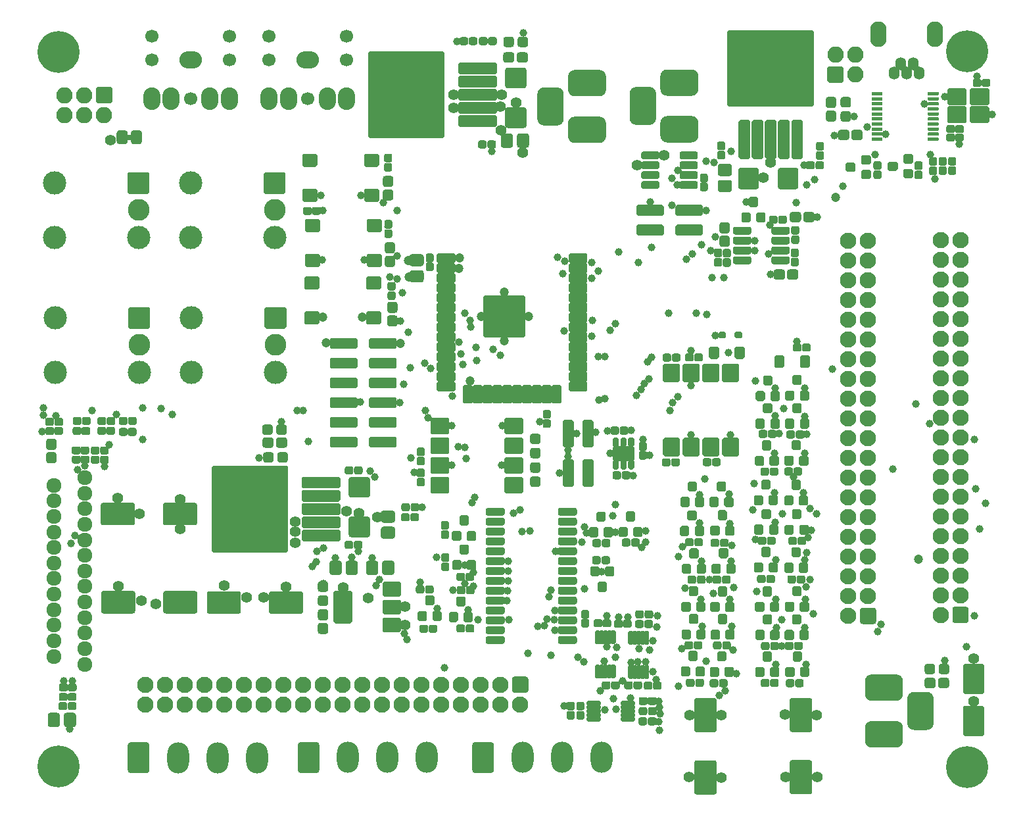
<source format=gbr>
G04 #@! TF.GenerationSoftware,KiCad,Pcbnew,5.1.7-a382d34a88~90~ubuntu20.04.1*
G04 #@! TF.CreationDate,2022-01-24T09:39:31-06:00*
G04 #@! TF.ProjectId,open-dash-daughterboard,6f70656e-2d64-4617-9368-2d6461756768,rev?*
G04 #@! TF.SameCoordinates,Original*
G04 #@! TF.FileFunction,Soldermask,Top*
G04 #@! TF.FilePolarity,Negative*
%FSLAX46Y46*%
G04 Gerber Fmt 4.6, Leading zero omitted, Abs format (unit mm)*
G04 Created by KiCad (PCBNEW 5.1.7-a382d34a88~90~ubuntu20.04.1) date 2022-01-24 09:39:31*
%MOMM*%
%LPD*%
G01*
G04 APERTURE LIST*
%ADD10O,2.800000X4.000000*%
%ADD11O,2.100000X2.100000*%
%ADD12C,1.700000*%
%ADD13O,2.900000X2.200000*%
%ADD14O,2.200000X2.900000*%
%ADD15O,1.400000X1.700000*%
%ADD16O,2.100000X3.300000*%
%ADD17C,2.800000*%
%ADD18C,3.000000*%
%ADD19C,1.924000*%
%ADD20C,2.100000*%
%ADD21C,5.400000*%
%ADD22C,1.400000*%
%ADD23C,1.000000*%
%ADD24C,1.900000*%
%ADD25C,1.200000*%
G04 APERTURE END LIST*
G36*
G01*
X178297500Y-68267500D02*
X177622500Y-68267500D01*
G75*
G02*
X177285000Y-67930000I0J337500D01*
G01*
X177285000Y-67130000D01*
G75*
G02*
X177622500Y-66792500I337500J0D01*
G01*
X178297500Y-66792500D01*
G75*
G02*
X178635000Y-67130000I0J-337500D01*
G01*
X178635000Y-67930000D01*
G75*
G02*
X178297500Y-68267500I-337500J0D01*
G01*
G37*
G36*
G01*
X178297500Y-69992500D02*
X177622500Y-69992500D01*
G75*
G02*
X177285000Y-69655000I0J337500D01*
G01*
X177285000Y-68855000D01*
G75*
G02*
X177622500Y-68517500I337500J0D01*
G01*
X178297500Y-68517500D01*
G75*
G02*
X178635000Y-68855000I0J-337500D01*
G01*
X178635000Y-69655000D01*
G75*
G02*
X178297500Y-69992500I-337500J0D01*
G01*
G37*
G36*
G01*
X171635000Y-68310000D02*
X171635000Y-67310000D01*
G75*
G02*
X171835000Y-67110000I200000J0D01*
G01*
X174985000Y-67110000D01*
G75*
G02*
X175185000Y-67310000I0J-200000D01*
G01*
X175185000Y-68310000D01*
G75*
G02*
X174985000Y-68510000I-200000J0D01*
G01*
X171835000Y-68510000D01*
G75*
G02*
X171635000Y-68310000I0J200000D01*
G01*
G37*
G36*
G01*
X166585000Y-68310000D02*
X166585000Y-67310000D01*
G75*
G02*
X166785000Y-67110000I200000J0D01*
G01*
X169935000Y-67110000D01*
G75*
G02*
X170135000Y-67310000I0J-200000D01*
G01*
X170135000Y-68310000D01*
G75*
G02*
X169935000Y-68510000I-200000J0D01*
G01*
X166785000Y-68510000D01*
G75*
G02*
X166585000Y-68310000I0J200000D01*
G01*
G37*
G36*
G01*
X171635000Y-65770000D02*
X171635000Y-64770000D01*
G75*
G02*
X171835000Y-64570000I200000J0D01*
G01*
X174985000Y-64570000D01*
G75*
G02*
X175185000Y-64770000I0J-200000D01*
G01*
X175185000Y-65770000D01*
G75*
G02*
X174985000Y-65970000I-200000J0D01*
G01*
X171835000Y-65970000D01*
G75*
G02*
X171635000Y-65770000I0J200000D01*
G01*
G37*
G36*
G01*
X166585000Y-65770000D02*
X166585000Y-64770000D01*
G75*
G02*
X166785000Y-64570000I200000J0D01*
G01*
X169935000Y-64570000D01*
G75*
G02*
X170135000Y-64770000I0J-200000D01*
G01*
X170135000Y-65770000D01*
G75*
G02*
X169935000Y-65970000I-200000J0D01*
G01*
X166785000Y-65970000D01*
G75*
G02*
X166585000Y-65770000I0J200000D01*
G01*
G37*
G36*
G01*
X101102500Y-93535000D02*
X101102500Y-94045000D01*
G75*
G02*
X100847500Y-94300000I-255000J0D01*
G01*
X100222500Y-94300000D01*
G75*
G02*
X99967500Y-94045000I0J255000D01*
G01*
X99967500Y-93535000D01*
G75*
G02*
X100222500Y-93280000I255000J0D01*
G01*
X100847500Y-93280000D01*
G75*
G02*
X101102500Y-93535000I0J-255000D01*
G01*
G37*
G36*
G01*
X102237500Y-93535000D02*
X102237500Y-94045000D01*
G75*
G02*
X101982500Y-94300000I-255000J0D01*
G01*
X101357500Y-94300000D01*
G75*
G02*
X101102500Y-94045000I0J255000D01*
G01*
X101102500Y-93535000D01*
G75*
G02*
X101357500Y-93280000I255000J0D01*
G01*
X101982500Y-93280000D01*
G75*
G02*
X102237500Y-93535000I0J-255000D01*
G01*
G37*
G36*
G01*
X101065000Y-92110000D02*
X101065000Y-92630000D01*
G75*
G02*
X100805000Y-92890000I-260000J0D01*
G01*
X100210000Y-92890000D01*
G75*
G02*
X99950000Y-92630000I0J260000D01*
G01*
X99950000Y-92110000D01*
G75*
G02*
X100210000Y-91850000I260000J0D01*
G01*
X100805000Y-91850000D01*
G75*
G02*
X101065000Y-92110000I0J-260000D01*
G01*
G37*
G36*
G01*
X102260000Y-92110000D02*
X102260000Y-92630000D01*
G75*
G02*
X102000000Y-92890000I-260000J0D01*
G01*
X101405000Y-92890000D01*
G75*
G02*
X101145000Y-92630000I0J260000D01*
G01*
X101145000Y-92110000D01*
G75*
G02*
X101405000Y-91850000I260000J0D01*
G01*
X102000000Y-91850000D01*
G75*
G02*
X102260000Y-92110000I0J-260000D01*
G01*
G37*
D10*
X139625000Y-135700000D03*
X134545000Y-135700000D03*
X129465000Y-135700000D03*
G36*
G01*
X122985000Y-137310800D02*
X122985000Y-134089200D01*
G75*
G02*
X123374200Y-133700000I389200J0D01*
G01*
X125395800Y-133700000D01*
G75*
G02*
X125785000Y-134089200I0J-389200D01*
G01*
X125785000Y-137310800D01*
G75*
G02*
X125395800Y-137700000I-389200J0D01*
G01*
X123374200Y-137700000D01*
G75*
G02*
X122985000Y-137310800I0J389200D01*
G01*
G37*
X117740000Y-135715000D03*
X112660000Y-135715000D03*
X107580000Y-135715000D03*
G36*
G01*
X101100000Y-137325800D02*
X101100000Y-134104200D01*
G75*
G02*
X101489200Y-133715000I389200J0D01*
G01*
X103510800Y-133715000D01*
G75*
G02*
X103900000Y-134104200I0J-389200D01*
G01*
X103900000Y-137325800D01*
G75*
G02*
X103510800Y-137715000I-389200J0D01*
G01*
X101489200Y-137715000D01*
G75*
G02*
X101100000Y-137325800I0J389200D01*
G01*
G37*
X162105000Y-135700000D03*
X157025000Y-135700000D03*
X151945000Y-135700000D03*
G36*
G01*
X145465000Y-137310800D02*
X145465000Y-134089200D01*
G75*
G02*
X145854200Y-133700000I389200J0D01*
G01*
X147875800Y-133700000D01*
G75*
G02*
X148265000Y-134089200I0J-389200D01*
G01*
X148265000Y-137310800D01*
G75*
G02*
X147875800Y-137700000I-389200J0D01*
G01*
X145854200Y-137700000D01*
G75*
G02*
X145465000Y-137310800I0J389200D01*
G01*
G37*
G36*
G01*
X136310000Y-117890000D02*
X136310000Y-119390000D01*
G75*
G02*
X136110000Y-119590000I-200000J0D01*
G01*
X134110000Y-119590000D01*
G75*
G02*
X133910000Y-119390000I0J200000D01*
G01*
X133910000Y-117890000D01*
G75*
G02*
X134110000Y-117690000I200000J0D01*
G01*
X136110000Y-117690000D01*
G75*
G02*
X136310000Y-117890000I0J-200000D01*
G01*
G37*
G36*
G01*
X136310000Y-113290000D02*
X136310000Y-114790000D01*
G75*
G02*
X136110000Y-114990000I-200000J0D01*
G01*
X134110000Y-114990000D01*
G75*
G02*
X133910000Y-114790000I0J200000D01*
G01*
X133910000Y-113290000D01*
G75*
G02*
X134110000Y-113090000I200000J0D01*
G01*
X136110000Y-113090000D01*
G75*
G02*
X136310000Y-113290000I0J-200000D01*
G01*
G37*
G36*
G01*
X136310000Y-115590000D02*
X136310000Y-117090000D01*
G75*
G02*
X136110000Y-117290000I-200000J0D01*
G01*
X134110000Y-117290000D01*
G75*
G02*
X133910000Y-117090000I0J200000D01*
G01*
X133910000Y-115590000D01*
G75*
G02*
X134110000Y-115390000I200000J0D01*
G01*
X136110000Y-115390000D01*
G75*
G02*
X136310000Y-115590000I0J-200000D01*
G01*
G37*
G36*
G01*
X130010000Y-114440000D02*
X130010000Y-118240000D01*
G75*
G02*
X129810000Y-118440000I-200000J0D01*
G01*
X127810000Y-118440000D01*
G75*
G02*
X127610000Y-118240000I0J200000D01*
G01*
X127610000Y-114440000D01*
G75*
G02*
X127810000Y-114240000I200000J0D01*
G01*
X129810000Y-114240000D01*
G75*
G02*
X130010000Y-114440000I0J-200000D01*
G01*
G37*
G36*
G01*
X179250000Y-84200000D02*
X179250000Y-83000000D01*
G75*
G02*
X179450000Y-82800000I200000J0D01*
G01*
X180350000Y-82800000D01*
G75*
G02*
X180550000Y-83000000I0J-200000D01*
G01*
X180550000Y-84200000D01*
G75*
G02*
X180350000Y-84400000I-200000J0D01*
G01*
X179450000Y-84400000D01*
G75*
G02*
X179250000Y-84200000I0J200000D01*
G01*
G37*
G36*
G01*
X175950000Y-84200000D02*
X175950000Y-83000000D01*
G75*
G02*
X176150000Y-82800000I200000J0D01*
G01*
X177050000Y-82800000D01*
G75*
G02*
X177250000Y-83000000I0J-200000D01*
G01*
X177250000Y-84200000D01*
G75*
G02*
X177050000Y-84400000I-200000J0D01*
G01*
X176150000Y-84400000D01*
G75*
G02*
X175950000Y-84200000I0J200000D01*
G01*
G37*
G36*
G01*
X178150000Y-81100000D02*
X178150000Y-81550000D01*
G75*
G02*
X177950000Y-81750000I-200000J0D01*
G01*
X177350000Y-81750000D01*
G75*
G02*
X177150000Y-81550000I0J200000D01*
G01*
X177150000Y-81100000D01*
G75*
G02*
X177350000Y-80900000I200000J0D01*
G01*
X177950000Y-80900000D01*
G75*
G02*
X178150000Y-81100000I0J-200000D01*
G01*
G37*
G36*
G01*
X180250000Y-81100000D02*
X180250000Y-81550000D01*
G75*
G02*
X180050000Y-81750000I-200000J0D01*
G01*
X179450000Y-81750000D01*
G75*
G02*
X179250000Y-81550000I0J200000D01*
G01*
X179250000Y-81100000D01*
G75*
G02*
X179450000Y-80900000I200000J0D01*
G01*
X180050000Y-80900000D01*
G75*
G02*
X180250000Y-81100000I0J-200000D01*
G01*
G37*
G36*
G01*
X185650000Y-84160000D02*
X185650000Y-85360000D01*
G75*
G02*
X185450000Y-85560000I-200000J0D01*
G01*
X184550000Y-85560000D01*
G75*
G02*
X184350000Y-85360000I0J200000D01*
G01*
X184350000Y-84160000D01*
G75*
G02*
X184550000Y-83960000I200000J0D01*
G01*
X185450000Y-83960000D01*
G75*
G02*
X185650000Y-84160000I0J-200000D01*
G01*
G37*
G36*
G01*
X188950000Y-84160000D02*
X188950000Y-85360000D01*
G75*
G02*
X188750000Y-85560000I-200000J0D01*
G01*
X187850000Y-85560000D01*
G75*
G02*
X187650000Y-85360000I0J200000D01*
G01*
X187650000Y-84160000D01*
G75*
G02*
X187850000Y-83960000I200000J0D01*
G01*
X188750000Y-83960000D01*
G75*
G02*
X188950000Y-84160000I0J-200000D01*
G01*
G37*
D11*
X194790000Y-45260000D03*
X194790000Y-47800000D03*
X192250000Y-45260000D03*
G36*
G01*
X193100000Y-48850000D02*
X191400000Y-48850000D01*
G75*
G02*
X191200000Y-48650000I0J200000D01*
G01*
X191200000Y-46950000D01*
G75*
G02*
X191400000Y-46750000I200000J0D01*
G01*
X193100000Y-46750000D01*
G75*
G02*
X193300000Y-46950000I0J-200000D01*
G01*
X193300000Y-48650000D01*
G75*
G02*
X193100000Y-48850000I-200000J0D01*
G01*
G37*
G36*
G01*
X204540000Y-59625000D02*
X205060000Y-59625000D01*
G75*
G02*
X205320000Y-59885000I0J-260000D01*
G01*
X205320000Y-60480000D01*
G75*
G02*
X205060000Y-60740000I-260000J0D01*
G01*
X204540000Y-60740000D01*
G75*
G02*
X204280000Y-60480000I0J260000D01*
G01*
X204280000Y-59885000D01*
G75*
G02*
X204540000Y-59625000I260000J0D01*
G01*
G37*
G36*
G01*
X204540000Y-58430000D02*
X205060000Y-58430000D01*
G75*
G02*
X205320000Y-58690000I0J-260000D01*
G01*
X205320000Y-59285000D01*
G75*
G02*
X205060000Y-59545000I-260000J0D01*
G01*
X204540000Y-59545000D01*
G75*
G02*
X204280000Y-59285000I0J260000D01*
G01*
X204280000Y-58690000D01*
G75*
G02*
X204540000Y-58430000I260000J0D01*
G01*
G37*
G36*
G01*
X142220000Y-106367500D02*
X141700000Y-106367500D01*
G75*
G02*
X141440000Y-106107500I0J260000D01*
G01*
X141440000Y-105512500D01*
G75*
G02*
X141700000Y-105252500I260000J0D01*
G01*
X142220000Y-105252500D01*
G75*
G02*
X142480000Y-105512500I0J-260000D01*
G01*
X142480000Y-106107500D01*
G75*
G02*
X142220000Y-106367500I-260000J0D01*
G01*
G37*
G36*
G01*
X142220000Y-107562500D02*
X141700000Y-107562500D01*
G75*
G02*
X141440000Y-107302500I0J260000D01*
G01*
X141440000Y-106707500D01*
G75*
G02*
X141700000Y-106447500I260000J0D01*
G01*
X142220000Y-106447500D01*
G75*
G02*
X142480000Y-106707500I0J-260000D01*
G01*
X142480000Y-107302500D01*
G75*
G02*
X142220000Y-107562500I-260000J0D01*
G01*
G37*
G36*
G01*
X144810000Y-105830000D02*
X144010000Y-105830000D01*
G75*
G02*
X143810000Y-105630000I0J200000D01*
G01*
X143810000Y-104730000D01*
G75*
G02*
X144010000Y-104530000I200000J0D01*
G01*
X144810000Y-104530000D01*
G75*
G02*
X145010000Y-104730000I0J-200000D01*
G01*
X145010000Y-105630000D01*
G75*
G02*
X144810000Y-105830000I-200000J0D01*
G01*
G37*
G36*
G01*
X145760000Y-107830000D02*
X144960000Y-107830000D01*
G75*
G02*
X144760000Y-107630000I0J200000D01*
G01*
X144760000Y-106730000D01*
G75*
G02*
X144960000Y-106530000I200000J0D01*
G01*
X145760000Y-106530000D01*
G75*
G02*
X145960000Y-106730000I0J-200000D01*
G01*
X145960000Y-107630000D01*
G75*
G02*
X145760000Y-107830000I-200000J0D01*
G01*
G37*
G36*
G01*
X143860000Y-107830000D02*
X143060000Y-107830000D01*
G75*
G02*
X142860000Y-107630000I0J200000D01*
G01*
X142860000Y-106730000D01*
G75*
G02*
X143060000Y-106530000I200000J0D01*
G01*
X143860000Y-106530000D01*
G75*
G02*
X144060000Y-106730000I0J-200000D01*
G01*
X144060000Y-107630000D01*
G75*
G02*
X143860000Y-107830000I-200000J0D01*
G01*
G37*
G36*
G01*
X124810000Y-65620000D02*
X124810000Y-65110000D01*
G75*
G02*
X125065000Y-64855000I255000J0D01*
G01*
X125690000Y-64855000D01*
G75*
G02*
X125945000Y-65110000I0J-255000D01*
G01*
X125945000Y-65620000D01*
G75*
G02*
X125690000Y-65875000I-255000J0D01*
G01*
X125065000Y-65875000D01*
G75*
G02*
X124810000Y-65620000I0J255000D01*
G01*
G37*
G36*
G01*
X123675000Y-65620000D02*
X123675000Y-65110000D01*
G75*
G02*
X123930000Y-64855000I255000J0D01*
G01*
X124555000Y-64855000D01*
G75*
G02*
X124810000Y-65110000I0J-255000D01*
G01*
X124810000Y-65620000D01*
G75*
G02*
X124555000Y-65875000I-255000J0D01*
G01*
X123930000Y-65875000D01*
G75*
G02*
X123675000Y-65620000I0J255000D01*
G01*
G37*
D12*
X129303800Y-42861300D03*
X119296200Y-42861300D03*
X119296200Y-45871200D03*
X129303800Y-45871200D03*
D13*
X124300000Y-45871200D03*
D12*
X124300000Y-50875000D03*
D14*
X129303800Y-50875000D03*
X119296200Y-50875000D03*
X121798100Y-50875000D03*
X126801900Y-50875000D03*
D11*
X92975000Y-52990000D03*
X92975000Y-50450000D03*
X95515000Y-52990000D03*
X95515000Y-50450000D03*
X98055000Y-52990000D03*
G36*
G01*
X97205000Y-49400000D02*
X98905000Y-49400000D01*
G75*
G02*
X99105000Y-49600000I0J-200000D01*
G01*
X99105000Y-51300000D01*
G75*
G02*
X98905000Y-51500000I-200000J0D01*
G01*
X97205000Y-51500000D01*
G75*
G02*
X97005000Y-51300000I0J200000D01*
G01*
X97005000Y-49600000D01*
G75*
G02*
X97205000Y-49400000I200000J0D01*
G01*
G37*
G36*
G01*
X198225500Y-56328300D02*
X196955500Y-56328300D01*
G75*
G02*
X196904700Y-56277500I0J50800D01*
G01*
X196904700Y-55952500D01*
G75*
G02*
X196955500Y-55901700I50800J0D01*
G01*
X198225500Y-55901700D01*
G75*
G02*
X198276300Y-55952500I0J-50800D01*
G01*
X198276300Y-56277500D01*
G75*
G02*
X198225500Y-56328300I-50800J0D01*
G01*
G37*
G36*
G01*
X198225500Y-55678300D02*
X196955500Y-55678300D01*
G75*
G02*
X196904700Y-55627500I0J50800D01*
G01*
X196904700Y-55302500D01*
G75*
G02*
X196955500Y-55251700I50800J0D01*
G01*
X198225500Y-55251700D01*
G75*
G02*
X198276300Y-55302500I0J-50800D01*
G01*
X198276300Y-55627500D01*
G75*
G02*
X198225500Y-55678300I-50800J0D01*
G01*
G37*
G36*
G01*
X198225500Y-55028300D02*
X196955500Y-55028300D01*
G75*
G02*
X196904700Y-54977500I0J50800D01*
G01*
X196904700Y-54652500D01*
G75*
G02*
X196955500Y-54601700I50800J0D01*
G01*
X198225500Y-54601700D01*
G75*
G02*
X198276300Y-54652500I0J-50800D01*
G01*
X198276300Y-54977500D01*
G75*
G02*
X198225500Y-55028300I-50800J0D01*
G01*
G37*
G36*
G01*
X198225500Y-54378300D02*
X196955500Y-54378300D01*
G75*
G02*
X196904700Y-54327500I0J50800D01*
G01*
X196904700Y-54002500D01*
G75*
G02*
X196955500Y-53951700I50800J0D01*
G01*
X198225500Y-53951700D01*
G75*
G02*
X198276300Y-54002500I0J-50800D01*
G01*
X198276300Y-54327500D01*
G75*
G02*
X198225500Y-54378300I-50800J0D01*
G01*
G37*
G36*
G01*
X198225500Y-53728300D02*
X196955500Y-53728300D01*
G75*
G02*
X196904700Y-53677500I0J50800D01*
G01*
X196904700Y-53352500D01*
G75*
G02*
X196955500Y-53301700I50800J0D01*
G01*
X198225500Y-53301700D01*
G75*
G02*
X198276300Y-53352500I0J-50800D01*
G01*
X198276300Y-53677500D01*
G75*
G02*
X198225500Y-53728300I-50800J0D01*
G01*
G37*
G36*
G01*
X198225500Y-53078300D02*
X196955500Y-53078300D01*
G75*
G02*
X196904700Y-53027500I0J50800D01*
G01*
X196904700Y-52702500D01*
G75*
G02*
X196955500Y-52651700I50800J0D01*
G01*
X198225500Y-52651700D01*
G75*
G02*
X198276300Y-52702500I0J-50800D01*
G01*
X198276300Y-53027500D01*
G75*
G02*
X198225500Y-53078300I-50800J0D01*
G01*
G37*
G36*
G01*
X198225500Y-52428300D02*
X196955500Y-52428300D01*
G75*
G02*
X196904700Y-52377500I0J50800D01*
G01*
X196904700Y-52052500D01*
G75*
G02*
X196955500Y-52001700I50800J0D01*
G01*
X198225500Y-52001700D01*
G75*
G02*
X198276300Y-52052500I0J-50800D01*
G01*
X198276300Y-52377500D01*
G75*
G02*
X198225500Y-52428300I-50800J0D01*
G01*
G37*
G36*
G01*
X198225500Y-51778300D02*
X196955500Y-51778300D01*
G75*
G02*
X196904700Y-51727500I0J50800D01*
G01*
X196904700Y-51402500D01*
G75*
G02*
X196955500Y-51351700I50800J0D01*
G01*
X198225500Y-51351700D01*
G75*
G02*
X198276300Y-51402500I0J-50800D01*
G01*
X198276300Y-51727500D01*
G75*
G02*
X198225500Y-51778300I-50800J0D01*
G01*
G37*
G36*
G01*
X198225500Y-51128300D02*
X196955500Y-51128300D01*
G75*
G02*
X196904700Y-51077500I0J50800D01*
G01*
X196904700Y-50752500D01*
G75*
G02*
X196955500Y-50701700I50800J0D01*
G01*
X198225500Y-50701700D01*
G75*
G02*
X198276300Y-50752500I0J-50800D01*
G01*
X198276300Y-51077500D01*
G75*
G02*
X198225500Y-51128300I-50800J0D01*
G01*
G37*
G36*
G01*
X198225500Y-50478300D02*
X196955500Y-50478300D01*
G75*
G02*
X196904700Y-50427500I0J50800D01*
G01*
X196904700Y-50102500D01*
G75*
G02*
X196955500Y-50051700I50800J0D01*
G01*
X198225500Y-50051700D01*
G75*
G02*
X198276300Y-50102500I0J-50800D01*
G01*
X198276300Y-50427500D01*
G75*
G02*
X198225500Y-50478300I-50800J0D01*
G01*
G37*
G36*
G01*
X205464500Y-50478300D02*
X204194500Y-50478300D01*
G75*
G02*
X204143700Y-50427500I0J50800D01*
G01*
X204143700Y-50102500D01*
G75*
G02*
X204194500Y-50051700I50800J0D01*
G01*
X205464500Y-50051700D01*
G75*
G02*
X205515300Y-50102500I0J-50800D01*
G01*
X205515300Y-50427500D01*
G75*
G02*
X205464500Y-50478300I-50800J0D01*
G01*
G37*
G36*
G01*
X205464500Y-51128300D02*
X204194500Y-51128300D01*
G75*
G02*
X204143700Y-51077500I0J50800D01*
G01*
X204143700Y-50752500D01*
G75*
G02*
X204194500Y-50701700I50800J0D01*
G01*
X205464500Y-50701700D01*
G75*
G02*
X205515300Y-50752500I0J-50800D01*
G01*
X205515300Y-51077500D01*
G75*
G02*
X205464500Y-51128300I-50800J0D01*
G01*
G37*
G36*
G01*
X205464500Y-51778300D02*
X204194500Y-51778300D01*
G75*
G02*
X204143700Y-51727500I0J50800D01*
G01*
X204143700Y-51402500D01*
G75*
G02*
X204194500Y-51351700I50800J0D01*
G01*
X205464500Y-51351700D01*
G75*
G02*
X205515300Y-51402500I0J-50800D01*
G01*
X205515300Y-51727500D01*
G75*
G02*
X205464500Y-51778300I-50800J0D01*
G01*
G37*
G36*
G01*
X205464500Y-52428300D02*
X204194500Y-52428300D01*
G75*
G02*
X204143700Y-52377500I0J50800D01*
G01*
X204143700Y-52052500D01*
G75*
G02*
X204194500Y-52001700I50800J0D01*
G01*
X205464500Y-52001700D01*
G75*
G02*
X205515300Y-52052500I0J-50800D01*
G01*
X205515300Y-52377500D01*
G75*
G02*
X205464500Y-52428300I-50800J0D01*
G01*
G37*
G36*
G01*
X205464500Y-53078300D02*
X204194500Y-53078300D01*
G75*
G02*
X204143700Y-53027500I0J50800D01*
G01*
X204143700Y-52702500D01*
G75*
G02*
X204194500Y-52651700I50800J0D01*
G01*
X205464500Y-52651700D01*
G75*
G02*
X205515300Y-52702500I0J-50800D01*
G01*
X205515300Y-53027500D01*
G75*
G02*
X205464500Y-53078300I-50800J0D01*
G01*
G37*
G36*
G01*
X205464500Y-53728300D02*
X204194500Y-53728300D01*
G75*
G02*
X204143700Y-53677500I0J50800D01*
G01*
X204143700Y-53352500D01*
G75*
G02*
X204194500Y-53301700I50800J0D01*
G01*
X205464500Y-53301700D01*
G75*
G02*
X205515300Y-53352500I0J-50800D01*
G01*
X205515300Y-53677500D01*
G75*
G02*
X205464500Y-53728300I-50800J0D01*
G01*
G37*
G36*
G01*
X205464500Y-54378300D02*
X204194500Y-54378300D01*
G75*
G02*
X204143700Y-54327500I0J50800D01*
G01*
X204143700Y-54002500D01*
G75*
G02*
X204194500Y-53951700I50800J0D01*
G01*
X205464500Y-53951700D01*
G75*
G02*
X205515300Y-54002500I0J-50800D01*
G01*
X205515300Y-54327500D01*
G75*
G02*
X205464500Y-54378300I-50800J0D01*
G01*
G37*
G36*
G01*
X205464500Y-55028300D02*
X204194500Y-55028300D01*
G75*
G02*
X204143700Y-54977500I0J50800D01*
G01*
X204143700Y-54652500D01*
G75*
G02*
X204194500Y-54601700I50800J0D01*
G01*
X205464500Y-54601700D01*
G75*
G02*
X205515300Y-54652500I0J-50800D01*
G01*
X205515300Y-54977500D01*
G75*
G02*
X205464500Y-55028300I-50800J0D01*
G01*
G37*
G36*
G01*
X205464500Y-55678300D02*
X204194500Y-55678300D01*
G75*
G02*
X204143700Y-55627500I0J50800D01*
G01*
X204143700Y-55302500D01*
G75*
G02*
X204194500Y-55251700I50800J0D01*
G01*
X205464500Y-55251700D01*
G75*
G02*
X205515300Y-55302500I0J-50800D01*
G01*
X205515300Y-55627500D01*
G75*
G02*
X205464500Y-55678300I-50800J0D01*
G01*
G37*
G36*
G01*
X205464500Y-56328300D02*
X204194500Y-56328300D01*
G75*
G02*
X204143700Y-56277500I0J50800D01*
G01*
X204143700Y-55952500D01*
G75*
G02*
X204194500Y-55901700I50800J0D01*
G01*
X205464500Y-55901700D01*
G75*
G02*
X205515300Y-55952500I0J-50800D01*
G01*
X205515300Y-56277500D01*
G75*
G02*
X205464500Y-56328300I-50800J0D01*
G01*
G37*
G36*
G01*
X183995001Y-68145001D02*
X183995001Y-67645001D01*
G75*
G02*
X184245001Y-67395001I250000J0D01*
G01*
X186095001Y-67395001D01*
G75*
G02*
X186345001Y-67645001I0J-250000D01*
G01*
X186345001Y-68145001D01*
G75*
G02*
X186095001Y-68395001I-250000J0D01*
G01*
X184245001Y-68395001D01*
G75*
G02*
X183995001Y-68145001I0J250000D01*
G01*
G37*
G36*
G01*
X183995001Y-69415001D02*
X183995001Y-68915001D01*
G75*
G02*
X184245001Y-68665001I250000J0D01*
G01*
X186095001Y-68665001D01*
G75*
G02*
X186345001Y-68915001I0J-250000D01*
G01*
X186345001Y-69415001D01*
G75*
G02*
X186095001Y-69665001I-250000J0D01*
G01*
X184245001Y-69665001D01*
G75*
G02*
X183995001Y-69415001I0J250000D01*
G01*
G37*
G36*
G01*
X183995001Y-70685001D02*
X183995001Y-70185001D01*
G75*
G02*
X184245001Y-69935001I250000J0D01*
G01*
X186095001Y-69935001D01*
G75*
G02*
X186345001Y-70185001I0J-250000D01*
G01*
X186345001Y-70685001D01*
G75*
G02*
X186095001Y-70935001I-250000J0D01*
G01*
X184245001Y-70935001D01*
G75*
G02*
X183995001Y-70685001I0J250000D01*
G01*
G37*
G36*
G01*
X183995001Y-71955001D02*
X183995001Y-71455001D01*
G75*
G02*
X184245001Y-71205001I250000J0D01*
G01*
X186095001Y-71205001D01*
G75*
G02*
X186345001Y-71455001I0J-250000D01*
G01*
X186345001Y-71955001D01*
G75*
G02*
X186095001Y-72205001I-250000J0D01*
G01*
X184245001Y-72205001D01*
G75*
G02*
X183995001Y-71955001I0J250000D01*
G01*
G37*
G36*
G01*
X179045001Y-71955001D02*
X179045001Y-71455001D01*
G75*
G02*
X179295001Y-71205001I250000J0D01*
G01*
X181145001Y-71205001D01*
G75*
G02*
X181395001Y-71455001I0J-250000D01*
G01*
X181395001Y-71955001D01*
G75*
G02*
X181145001Y-72205001I-250000J0D01*
G01*
X179295001Y-72205001D01*
G75*
G02*
X179045001Y-71955001I0J250000D01*
G01*
G37*
G36*
G01*
X179045001Y-70685001D02*
X179045001Y-70185001D01*
G75*
G02*
X179295001Y-69935001I250000J0D01*
G01*
X181145001Y-69935001D01*
G75*
G02*
X181395001Y-70185001I0J-250000D01*
G01*
X181395001Y-70685001D01*
G75*
G02*
X181145001Y-70935001I-250000J0D01*
G01*
X179295001Y-70935001D01*
G75*
G02*
X179045001Y-70685001I0J250000D01*
G01*
G37*
G36*
G01*
X179045001Y-69415001D02*
X179045001Y-68915001D01*
G75*
G02*
X179295001Y-68665001I250000J0D01*
G01*
X181145001Y-68665001D01*
G75*
G02*
X181395001Y-68915001I0J-250000D01*
G01*
X181395001Y-69415001D01*
G75*
G02*
X181145001Y-69665001I-250000J0D01*
G01*
X179295001Y-69665001D01*
G75*
G02*
X179045001Y-69415001I0J250000D01*
G01*
G37*
G36*
G01*
X179045001Y-68145001D02*
X179045001Y-67645001D01*
G75*
G02*
X179295001Y-67395001I250000J0D01*
G01*
X181145001Y-67395001D01*
G75*
G02*
X181395001Y-67645001I0J-250000D01*
G01*
X181395001Y-68145001D01*
G75*
G02*
X181145001Y-68395001I-250000J0D01*
G01*
X179295001Y-68395001D01*
G75*
G02*
X179045001Y-68145001I0J250000D01*
G01*
G37*
G36*
G01*
X172170000Y-58455000D02*
X172170000Y-57955000D01*
G75*
G02*
X172420000Y-57705000I250000J0D01*
G01*
X174270000Y-57705000D01*
G75*
G02*
X174520000Y-57955000I0J-250000D01*
G01*
X174520000Y-58455000D01*
G75*
G02*
X174270000Y-58705000I-250000J0D01*
G01*
X172420000Y-58705000D01*
G75*
G02*
X172170000Y-58455000I0J250000D01*
G01*
G37*
G36*
G01*
X172170000Y-59725000D02*
X172170000Y-59225000D01*
G75*
G02*
X172420000Y-58975000I250000J0D01*
G01*
X174270000Y-58975000D01*
G75*
G02*
X174520000Y-59225000I0J-250000D01*
G01*
X174520000Y-59725000D01*
G75*
G02*
X174270000Y-59975000I-250000J0D01*
G01*
X172420000Y-59975000D01*
G75*
G02*
X172170000Y-59725000I0J250000D01*
G01*
G37*
G36*
G01*
X172170000Y-60995000D02*
X172170000Y-60495000D01*
G75*
G02*
X172420000Y-60245000I250000J0D01*
G01*
X174270000Y-60245000D01*
G75*
G02*
X174520000Y-60495000I0J-250000D01*
G01*
X174520000Y-60995000D01*
G75*
G02*
X174270000Y-61245000I-250000J0D01*
G01*
X172420000Y-61245000D01*
G75*
G02*
X172170000Y-60995000I0J250000D01*
G01*
G37*
G36*
G01*
X172170000Y-62265000D02*
X172170000Y-61765000D01*
G75*
G02*
X172420000Y-61515000I250000J0D01*
G01*
X174270000Y-61515000D01*
G75*
G02*
X174520000Y-61765000I0J-250000D01*
G01*
X174520000Y-62265000D01*
G75*
G02*
X174270000Y-62515000I-250000J0D01*
G01*
X172420000Y-62515000D01*
G75*
G02*
X172170000Y-62265000I0J250000D01*
G01*
G37*
G36*
G01*
X167220000Y-62265000D02*
X167220000Y-61765000D01*
G75*
G02*
X167470000Y-61515000I250000J0D01*
G01*
X169320000Y-61515000D01*
G75*
G02*
X169570000Y-61765000I0J-250000D01*
G01*
X169570000Y-62265000D01*
G75*
G02*
X169320000Y-62515000I-250000J0D01*
G01*
X167470000Y-62515000D01*
G75*
G02*
X167220000Y-62265000I0J250000D01*
G01*
G37*
G36*
G01*
X167220000Y-60995000D02*
X167220000Y-60495000D01*
G75*
G02*
X167470000Y-60245000I250000J0D01*
G01*
X169320000Y-60245000D01*
G75*
G02*
X169570000Y-60495000I0J-250000D01*
G01*
X169570000Y-60995000D01*
G75*
G02*
X169320000Y-61245000I-250000J0D01*
G01*
X167470000Y-61245000D01*
G75*
G02*
X167220000Y-60995000I0J250000D01*
G01*
G37*
G36*
G01*
X167220000Y-59725000D02*
X167220000Y-59225000D01*
G75*
G02*
X167470000Y-58975000I250000J0D01*
G01*
X169320000Y-58975000D01*
G75*
G02*
X169570000Y-59225000I0J-250000D01*
G01*
X169570000Y-59725000D01*
G75*
G02*
X169320000Y-59975000I-250000J0D01*
G01*
X167470000Y-59975000D01*
G75*
G02*
X167220000Y-59725000I0J250000D01*
G01*
G37*
G36*
G01*
X167220000Y-58455000D02*
X167220000Y-57955000D01*
G75*
G02*
X167470000Y-57705000I250000J0D01*
G01*
X169320000Y-57705000D01*
G75*
G02*
X169570000Y-57955000I0J-250000D01*
G01*
X169570000Y-58455000D01*
G75*
G02*
X169320000Y-58705000I-250000J0D01*
G01*
X167470000Y-58705000D01*
G75*
G02*
X167220000Y-58455000I0J250000D01*
G01*
G37*
G36*
G01*
X130210000Y-108580000D02*
X130210000Y-108060000D01*
G75*
G02*
X130470000Y-107800000I260000J0D01*
G01*
X131065000Y-107800000D01*
G75*
G02*
X131325000Y-108060000I0J-260000D01*
G01*
X131325000Y-108580000D01*
G75*
G02*
X131065000Y-108840000I-260000J0D01*
G01*
X130470000Y-108840000D01*
G75*
G02*
X130210000Y-108580000I0J260000D01*
G01*
G37*
G36*
G01*
X129015000Y-108580000D02*
X129015000Y-108060000D01*
G75*
G02*
X129275000Y-107800000I260000J0D01*
G01*
X129870000Y-107800000D01*
G75*
G02*
X130130000Y-108060000I0J-260000D01*
G01*
X130130000Y-108580000D01*
G75*
G02*
X129870000Y-108840000I-260000J0D01*
G01*
X129275000Y-108840000D01*
G75*
G02*
X129015000Y-108580000I0J260000D01*
G01*
G37*
G36*
G01*
X207010000Y-59600000D02*
X207530000Y-59600000D01*
G75*
G02*
X207790000Y-59860000I0J-260000D01*
G01*
X207790000Y-60455000D01*
G75*
G02*
X207530000Y-60715000I-260000J0D01*
G01*
X207010000Y-60715000D01*
G75*
G02*
X206750000Y-60455000I0J260000D01*
G01*
X206750000Y-59860000D01*
G75*
G02*
X207010000Y-59600000I260000J0D01*
G01*
G37*
G36*
G01*
X207010000Y-58405000D02*
X207530000Y-58405000D01*
G75*
G02*
X207790000Y-58665000I0J-260000D01*
G01*
X207790000Y-59260000D01*
G75*
G02*
X207530000Y-59520000I-260000J0D01*
G01*
X207010000Y-59520000D01*
G75*
G02*
X206750000Y-59260000I0J260000D01*
G01*
X206750000Y-58665000D01*
G75*
G02*
X207010000Y-58405000I260000J0D01*
G01*
G37*
G36*
G01*
X187115000Y-94385000D02*
X187115000Y-93865000D01*
G75*
G02*
X187375000Y-93605000I260000J0D01*
G01*
X187970000Y-93605000D01*
G75*
G02*
X188230000Y-93865000I0J-260000D01*
G01*
X188230000Y-94385000D01*
G75*
G02*
X187970000Y-94645000I-260000J0D01*
G01*
X187375000Y-94645000D01*
G75*
G02*
X187115000Y-94385000I0J260000D01*
G01*
G37*
G36*
G01*
X185920000Y-94385000D02*
X185920000Y-93865000D01*
G75*
G02*
X186180000Y-93605000I260000J0D01*
G01*
X186775000Y-93605000D01*
G75*
G02*
X187035000Y-93865000I0J-260000D01*
G01*
X187035000Y-94385000D01*
G75*
G02*
X186775000Y-94645000I-260000J0D01*
G01*
X186180000Y-94645000D01*
G75*
G02*
X185920000Y-94385000I0J260000D01*
G01*
G37*
G36*
G01*
X186840000Y-99135000D02*
X186840000Y-98615000D01*
G75*
G02*
X187100000Y-98355000I260000J0D01*
G01*
X187695000Y-98355000D01*
G75*
G02*
X187955000Y-98615000I0J-260000D01*
G01*
X187955000Y-99135000D01*
G75*
G02*
X187695000Y-99395000I-260000J0D01*
G01*
X187100000Y-99395000D01*
G75*
G02*
X186840000Y-99135000I0J260000D01*
G01*
G37*
G36*
G01*
X185645000Y-99135000D02*
X185645000Y-98615000D01*
G75*
G02*
X185905000Y-98355000I260000J0D01*
G01*
X186500000Y-98355000D01*
G75*
G02*
X186760000Y-98615000I0J-260000D01*
G01*
X186760000Y-99135000D01*
G75*
G02*
X186500000Y-99395000I-260000J0D01*
G01*
X185905000Y-99395000D01*
G75*
G02*
X185645000Y-99135000I0J260000D01*
G01*
G37*
G36*
G01*
X183537500Y-94310000D02*
X183537500Y-93790000D01*
G75*
G02*
X183797500Y-93530000I260000J0D01*
G01*
X184392500Y-93530000D01*
G75*
G02*
X184652500Y-93790000I0J-260000D01*
G01*
X184652500Y-94310000D01*
G75*
G02*
X184392500Y-94570000I-260000J0D01*
G01*
X183797500Y-94570000D01*
G75*
G02*
X183537500Y-94310000I0J260000D01*
G01*
G37*
G36*
G01*
X182342500Y-94310000D02*
X182342500Y-93790000D01*
G75*
G02*
X182602500Y-93530000I260000J0D01*
G01*
X183197500Y-93530000D01*
G75*
G02*
X183457500Y-93790000I0J-260000D01*
G01*
X183457500Y-94310000D01*
G75*
G02*
X183197500Y-94570000I-260000J0D01*
G01*
X182602500Y-94570000D01*
G75*
G02*
X182342500Y-94310000I0J260000D01*
G01*
G37*
G36*
G01*
X183685000Y-98640000D02*
X183685000Y-99160000D01*
G75*
G02*
X183425000Y-99420000I-260000J0D01*
G01*
X182830000Y-99420000D01*
G75*
G02*
X182570000Y-99160000I0J260000D01*
G01*
X182570000Y-98640000D01*
G75*
G02*
X182830000Y-98380000I260000J0D01*
G01*
X183425000Y-98380000D01*
G75*
G02*
X183685000Y-98640000I0J-260000D01*
G01*
G37*
G36*
G01*
X184880000Y-98640000D02*
X184880000Y-99160000D01*
G75*
G02*
X184620000Y-99420000I-260000J0D01*
G01*
X184025000Y-99420000D01*
G75*
G02*
X183765000Y-99160000I0J260000D01*
G01*
X183765000Y-98640000D01*
G75*
G02*
X184025000Y-98380000I260000J0D01*
G01*
X184620000Y-98380000D01*
G75*
G02*
X184880000Y-98640000I0J-260000D01*
G01*
G37*
G36*
G01*
X173980000Y-107730000D02*
X173980000Y-108250000D01*
G75*
G02*
X173720000Y-108510000I-260000J0D01*
G01*
X173125000Y-108510000D01*
G75*
G02*
X172865000Y-108250000I0J260000D01*
G01*
X172865000Y-107730000D01*
G75*
G02*
X173125000Y-107470000I260000J0D01*
G01*
X173720000Y-107470000D01*
G75*
G02*
X173980000Y-107730000I0J-260000D01*
G01*
G37*
G36*
G01*
X175175000Y-107730000D02*
X175175000Y-108250000D01*
G75*
G02*
X174915000Y-108510000I-260000J0D01*
G01*
X174320000Y-108510000D01*
G75*
G02*
X174060000Y-108250000I0J260000D01*
G01*
X174060000Y-107730000D01*
G75*
G02*
X174320000Y-107470000I260000J0D01*
G01*
X174915000Y-107470000D01*
G75*
G02*
X175175000Y-107730000I0J-260000D01*
G01*
G37*
G36*
G01*
X174312500Y-112540000D02*
X174312500Y-113060000D01*
G75*
G02*
X174052500Y-113320000I-260000J0D01*
G01*
X173457500Y-113320000D01*
G75*
G02*
X173197500Y-113060000I0J260000D01*
G01*
X173197500Y-112540000D01*
G75*
G02*
X173457500Y-112280000I260000J0D01*
G01*
X174052500Y-112280000D01*
G75*
G02*
X174312500Y-112540000I0J-260000D01*
G01*
G37*
G36*
G01*
X175507500Y-112540000D02*
X175507500Y-113060000D01*
G75*
G02*
X175247500Y-113320000I-260000J0D01*
G01*
X174652500Y-113320000D01*
G75*
G02*
X174392500Y-113060000I0J260000D01*
G01*
X174392500Y-112540000D01*
G75*
G02*
X174652500Y-112280000I260000J0D01*
G01*
X175247500Y-112280000D01*
G75*
G02*
X175507500Y-112540000I0J-260000D01*
G01*
G37*
G36*
G01*
X177360000Y-108325000D02*
X177360000Y-107805000D01*
G75*
G02*
X177620000Y-107545000I260000J0D01*
G01*
X178215000Y-107545000D01*
G75*
G02*
X178475000Y-107805000I0J-260000D01*
G01*
X178475000Y-108325000D01*
G75*
G02*
X178215000Y-108585000I-260000J0D01*
G01*
X177620000Y-108585000D01*
G75*
G02*
X177360000Y-108325000I0J260000D01*
G01*
G37*
G36*
G01*
X176165000Y-108325000D02*
X176165000Y-107805000D01*
G75*
G02*
X176425000Y-107545000I260000J0D01*
G01*
X177020000Y-107545000D01*
G75*
G02*
X177280000Y-107805000I0J-260000D01*
G01*
X177280000Y-108325000D01*
G75*
G02*
X177020000Y-108585000I-260000J0D01*
G01*
X176425000Y-108585000D01*
G75*
G02*
X176165000Y-108325000I0J260000D01*
G01*
G37*
G36*
G01*
X177615000Y-113060000D02*
X177615000Y-112540000D01*
G75*
G02*
X177875000Y-112280000I260000J0D01*
G01*
X178470000Y-112280000D01*
G75*
G02*
X178730000Y-112540000I0J-260000D01*
G01*
X178730000Y-113060000D01*
G75*
G02*
X178470000Y-113320000I-260000J0D01*
G01*
X177875000Y-113320000D01*
G75*
G02*
X177615000Y-113060000I0J260000D01*
G01*
G37*
G36*
G01*
X176420000Y-113060000D02*
X176420000Y-112540000D01*
G75*
G02*
X176680000Y-112280000I260000J0D01*
G01*
X177275000Y-112280000D01*
G75*
G02*
X177535000Y-112540000I0J-260000D01*
G01*
X177535000Y-113060000D01*
G75*
G02*
X177275000Y-113320000I-260000J0D01*
G01*
X176680000Y-113320000D01*
G75*
G02*
X176420000Y-113060000I0J260000D01*
G01*
G37*
G36*
G01*
X183357500Y-107540000D02*
X183357500Y-108060000D01*
G75*
G02*
X183097500Y-108320000I-260000J0D01*
G01*
X182502500Y-108320000D01*
G75*
G02*
X182242500Y-108060000I0J260000D01*
G01*
X182242500Y-107540000D01*
G75*
G02*
X182502500Y-107280000I260000J0D01*
G01*
X183097500Y-107280000D01*
G75*
G02*
X183357500Y-107540000I0J-260000D01*
G01*
G37*
G36*
G01*
X184552500Y-107540000D02*
X184552500Y-108060000D01*
G75*
G02*
X184292500Y-108320000I-260000J0D01*
G01*
X183697500Y-108320000D01*
G75*
G02*
X183437500Y-108060000I0J260000D01*
G01*
X183437500Y-107540000D01*
G75*
G02*
X183697500Y-107280000I260000J0D01*
G01*
X184292500Y-107280000D01*
G75*
G02*
X184552500Y-107540000I0J-260000D01*
G01*
G37*
G36*
G01*
X183337500Y-112985000D02*
X183337500Y-112465000D01*
G75*
G02*
X183597500Y-112205000I260000J0D01*
G01*
X184192500Y-112205000D01*
G75*
G02*
X184452500Y-112465000I0J-260000D01*
G01*
X184452500Y-112985000D01*
G75*
G02*
X184192500Y-113245000I-260000J0D01*
G01*
X183597500Y-113245000D01*
G75*
G02*
X183337500Y-112985000I0J260000D01*
G01*
G37*
G36*
G01*
X182142500Y-112985000D02*
X182142500Y-112465000D01*
G75*
G02*
X182402500Y-112205000I260000J0D01*
G01*
X182997500Y-112205000D01*
G75*
G02*
X183257500Y-112465000I0J-260000D01*
G01*
X183257500Y-112985000D01*
G75*
G02*
X182997500Y-113245000I-260000J0D01*
G01*
X182402500Y-113245000D01*
G75*
G02*
X182142500Y-112985000I0J260000D01*
G01*
G37*
G36*
G01*
X187365000Y-108085000D02*
X187365000Y-107565000D01*
G75*
G02*
X187625000Y-107305000I260000J0D01*
G01*
X188220000Y-107305000D01*
G75*
G02*
X188480000Y-107565000I0J-260000D01*
G01*
X188480000Y-108085000D01*
G75*
G02*
X188220000Y-108345000I-260000J0D01*
G01*
X187625000Y-108345000D01*
G75*
G02*
X187365000Y-108085000I0J260000D01*
G01*
G37*
G36*
G01*
X186170000Y-108085000D02*
X186170000Y-107565000D01*
G75*
G02*
X186430000Y-107305000I260000J0D01*
G01*
X187025000Y-107305000D01*
G75*
G02*
X187285000Y-107565000I0J-260000D01*
G01*
X187285000Y-108085000D01*
G75*
G02*
X187025000Y-108345000I-260000J0D01*
G01*
X186430000Y-108345000D01*
G75*
G02*
X186170000Y-108085000I0J260000D01*
G01*
G37*
G36*
G01*
X187160000Y-112515000D02*
X187160000Y-113035000D01*
G75*
G02*
X186900000Y-113295000I-260000J0D01*
G01*
X186305000Y-113295000D01*
G75*
G02*
X186045000Y-113035000I0J260000D01*
G01*
X186045000Y-112515000D01*
G75*
G02*
X186305000Y-112255000I260000J0D01*
G01*
X186900000Y-112255000D01*
G75*
G02*
X187160000Y-112515000I0J-260000D01*
G01*
G37*
G36*
G01*
X188355000Y-112515000D02*
X188355000Y-113035000D01*
G75*
G02*
X188095000Y-113295000I-260000J0D01*
G01*
X187500000Y-113295000D01*
G75*
G02*
X187240000Y-113035000I0J260000D01*
G01*
X187240000Y-112515000D01*
G75*
G02*
X187500000Y-112255000I260000J0D01*
G01*
X188095000Y-112255000D01*
G75*
G02*
X188355000Y-112515000I0J-260000D01*
G01*
G37*
G36*
G01*
X173907500Y-120990000D02*
X173907500Y-121510000D01*
G75*
G02*
X173647500Y-121770000I-260000J0D01*
G01*
X173052500Y-121770000D01*
G75*
G02*
X172792500Y-121510000I0J260000D01*
G01*
X172792500Y-120990000D01*
G75*
G02*
X173052500Y-120730000I260000J0D01*
G01*
X173647500Y-120730000D01*
G75*
G02*
X173907500Y-120990000I0J-260000D01*
G01*
G37*
G36*
G01*
X175102500Y-120990000D02*
X175102500Y-121510000D01*
G75*
G02*
X174842500Y-121770000I-260000J0D01*
G01*
X174247500Y-121770000D01*
G75*
G02*
X173987500Y-121510000I0J260000D01*
G01*
X173987500Y-120990000D01*
G75*
G02*
X174247500Y-120730000I260000J0D01*
G01*
X174842500Y-120730000D01*
G75*
G02*
X175102500Y-120990000I0J-260000D01*
G01*
G37*
G36*
G01*
X174187500Y-126335000D02*
X174187500Y-125815000D01*
G75*
G02*
X174447500Y-125555000I260000J0D01*
G01*
X175042500Y-125555000D01*
G75*
G02*
X175302500Y-125815000I0J-260000D01*
G01*
X175302500Y-126335000D01*
G75*
G02*
X175042500Y-126595000I-260000J0D01*
G01*
X174447500Y-126595000D01*
G75*
G02*
X174187500Y-126335000I0J260000D01*
G01*
G37*
G36*
G01*
X172992500Y-126335000D02*
X172992500Y-125815000D01*
G75*
G02*
X173252500Y-125555000I260000J0D01*
G01*
X173847500Y-125555000D01*
G75*
G02*
X174107500Y-125815000I0J-260000D01*
G01*
X174107500Y-126335000D01*
G75*
G02*
X173847500Y-126595000I-260000J0D01*
G01*
X173252500Y-126595000D01*
G75*
G02*
X172992500Y-126335000I0J260000D01*
G01*
G37*
G36*
G01*
X177662500Y-121535000D02*
X177662500Y-121015000D01*
G75*
G02*
X177922500Y-120755000I260000J0D01*
G01*
X178517500Y-120755000D01*
G75*
G02*
X178777500Y-121015000I0J-260000D01*
G01*
X178777500Y-121535000D01*
G75*
G02*
X178517500Y-121795000I-260000J0D01*
G01*
X177922500Y-121795000D01*
G75*
G02*
X177662500Y-121535000I0J260000D01*
G01*
G37*
G36*
G01*
X176467500Y-121535000D02*
X176467500Y-121015000D01*
G75*
G02*
X176727500Y-120755000I260000J0D01*
G01*
X177322500Y-120755000D01*
G75*
G02*
X177582500Y-121015000I0J-260000D01*
G01*
X177582500Y-121535000D01*
G75*
G02*
X177322500Y-121795000I-260000J0D01*
G01*
X176727500Y-121795000D01*
G75*
G02*
X176467500Y-121535000I0J260000D01*
G01*
G37*
G36*
G01*
X177162500Y-125865000D02*
X177162500Y-126385000D01*
G75*
G02*
X176902500Y-126645000I-260000J0D01*
G01*
X176307500Y-126645000D01*
G75*
G02*
X176047500Y-126385000I0J260000D01*
G01*
X176047500Y-125865000D01*
G75*
G02*
X176307500Y-125605000I260000J0D01*
G01*
X176902500Y-125605000D01*
G75*
G02*
X177162500Y-125865000I0J-260000D01*
G01*
G37*
G36*
G01*
X178357500Y-125865000D02*
X178357500Y-126385000D01*
G75*
G02*
X178097500Y-126645000I-260000J0D01*
G01*
X177502500Y-126645000D01*
G75*
G02*
X177242500Y-126385000I0J260000D01*
G01*
X177242500Y-125865000D01*
G75*
G02*
X177502500Y-125605000I260000J0D01*
G01*
X178097500Y-125605000D01*
G75*
G02*
X178357500Y-125865000I0J-260000D01*
G01*
G37*
G36*
G01*
X183842500Y-121610000D02*
X183842500Y-121090000D01*
G75*
G02*
X184102500Y-120830000I260000J0D01*
G01*
X184697500Y-120830000D01*
G75*
G02*
X184957500Y-121090000I0J-260000D01*
G01*
X184957500Y-121610000D01*
G75*
G02*
X184697500Y-121870000I-260000J0D01*
G01*
X184102500Y-121870000D01*
G75*
G02*
X183842500Y-121610000I0J260000D01*
G01*
G37*
G36*
G01*
X182647500Y-121610000D02*
X182647500Y-121090000D01*
G75*
G02*
X182907500Y-120830000I260000J0D01*
G01*
X183502500Y-120830000D01*
G75*
G02*
X183762500Y-121090000I0J-260000D01*
G01*
X183762500Y-121610000D01*
G75*
G02*
X183502500Y-121870000I-260000J0D01*
G01*
X182907500Y-121870000D01*
G75*
G02*
X182647500Y-121610000I0J260000D01*
G01*
G37*
G36*
G01*
X183737500Y-125840000D02*
X183737500Y-126360000D01*
G75*
G02*
X183477500Y-126620000I-260000J0D01*
G01*
X182882500Y-126620000D01*
G75*
G02*
X182622500Y-126360000I0J260000D01*
G01*
X182622500Y-125840000D01*
G75*
G02*
X182882500Y-125580000I260000J0D01*
G01*
X183477500Y-125580000D01*
G75*
G02*
X183737500Y-125840000I0J-260000D01*
G01*
G37*
G36*
G01*
X184932500Y-125840000D02*
X184932500Y-126360000D01*
G75*
G02*
X184672500Y-126620000I-260000J0D01*
G01*
X184077500Y-126620000D01*
G75*
G02*
X183817500Y-126360000I0J260000D01*
G01*
X183817500Y-125840000D01*
G75*
G02*
X184077500Y-125580000I260000J0D01*
G01*
X184672500Y-125580000D01*
G75*
G02*
X184932500Y-125840000I0J-260000D01*
G01*
G37*
G36*
G01*
X186835000Y-121065000D02*
X186835000Y-121585000D01*
G75*
G02*
X186575000Y-121845000I-260000J0D01*
G01*
X185980000Y-121845000D01*
G75*
G02*
X185720000Y-121585000I0J260000D01*
G01*
X185720000Y-121065000D01*
G75*
G02*
X185980000Y-120805000I260000J0D01*
G01*
X186575000Y-120805000D01*
G75*
G02*
X186835000Y-121065000I0J-260000D01*
G01*
G37*
G36*
G01*
X188030000Y-121065000D02*
X188030000Y-121585000D01*
G75*
G02*
X187770000Y-121845000I-260000J0D01*
G01*
X187175000Y-121845000D01*
G75*
G02*
X186915000Y-121585000I0J260000D01*
G01*
X186915000Y-121065000D01*
G75*
G02*
X187175000Y-120805000I260000J0D01*
G01*
X187770000Y-120805000D01*
G75*
G02*
X188030000Y-121065000I0J-260000D01*
G01*
G37*
G36*
G01*
X187037500Y-126385000D02*
X187037500Y-125865000D01*
G75*
G02*
X187297500Y-125605000I260000J0D01*
G01*
X187892500Y-125605000D01*
G75*
G02*
X188152500Y-125865000I0J-260000D01*
G01*
X188152500Y-126385000D01*
G75*
G02*
X187892500Y-126645000I-260000J0D01*
G01*
X187297500Y-126645000D01*
G75*
G02*
X187037500Y-126385000I0J260000D01*
G01*
G37*
G36*
G01*
X185842500Y-126385000D02*
X185842500Y-125865000D01*
G75*
G02*
X186102500Y-125605000I260000J0D01*
G01*
X186697500Y-125605000D01*
G75*
G02*
X186957500Y-125865000I0J-260000D01*
G01*
X186957500Y-126385000D01*
G75*
G02*
X186697500Y-126645000I-260000J0D01*
G01*
X186102500Y-126645000D01*
G75*
G02*
X185842500Y-126385000I0J260000D01*
G01*
G37*
G36*
G01*
X165837500Y-107765000D02*
X165837500Y-108285000D01*
G75*
G02*
X165577500Y-108545000I-260000J0D01*
G01*
X164982500Y-108545000D01*
G75*
G02*
X164722500Y-108285000I0J260000D01*
G01*
X164722500Y-107765000D01*
G75*
G02*
X164982500Y-107505000I260000J0D01*
G01*
X165577500Y-107505000D01*
G75*
G02*
X165837500Y-107765000I0J-260000D01*
G01*
G37*
G36*
G01*
X167032500Y-107765000D02*
X167032500Y-108285000D01*
G75*
G02*
X166772500Y-108545000I-260000J0D01*
G01*
X166177500Y-108545000D01*
G75*
G02*
X165917500Y-108285000I0J260000D01*
G01*
X165917500Y-107765000D01*
G75*
G02*
X166177500Y-107505000I260000J0D01*
G01*
X166772500Y-107505000D01*
G75*
G02*
X167032500Y-107765000I0J-260000D01*
G01*
G37*
G36*
G01*
X162100000Y-110565000D02*
X162100000Y-110045000D01*
G75*
G02*
X162360000Y-109785000I260000J0D01*
G01*
X162955000Y-109785000D01*
G75*
G02*
X163215000Y-110045000I0J-260000D01*
G01*
X163215000Y-110565000D01*
G75*
G02*
X162955000Y-110825000I-260000J0D01*
G01*
X162360000Y-110825000D01*
G75*
G02*
X162100000Y-110565000I0J260000D01*
G01*
G37*
G36*
G01*
X160905000Y-110565000D02*
X160905000Y-110045000D01*
G75*
G02*
X161165000Y-109785000I260000J0D01*
G01*
X161760000Y-109785000D01*
G75*
G02*
X162020000Y-110045000I0J-260000D01*
G01*
X162020000Y-110565000D01*
G75*
G02*
X161760000Y-110825000I-260000J0D01*
G01*
X161165000Y-110825000D01*
G75*
G02*
X160905000Y-110565000I0J260000D01*
G01*
G37*
G36*
G01*
X162060000Y-107840000D02*
X162060000Y-108360000D01*
G75*
G02*
X161800000Y-108620000I-260000J0D01*
G01*
X161205000Y-108620000D01*
G75*
G02*
X160945000Y-108360000I0J260000D01*
G01*
X160945000Y-107840000D01*
G75*
G02*
X161205000Y-107580000I260000J0D01*
G01*
X161800000Y-107580000D01*
G75*
G02*
X162060000Y-107840000I0J-260000D01*
G01*
G37*
G36*
G01*
X163255000Y-107840000D02*
X163255000Y-108360000D01*
G75*
G02*
X162995000Y-108620000I-260000J0D01*
G01*
X162400000Y-108620000D01*
G75*
G02*
X162140000Y-108360000I0J260000D01*
G01*
X162140000Y-107840000D01*
G75*
G02*
X162400000Y-107580000I260000J0D01*
G01*
X162995000Y-107580000D01*
G75*
G02*
X163255000Y-107840000I0J-260000D01*
G01*
G37*
G36*
G01*
X205790000Y-59610000D02*
X206310000Y-59610000D01*
G75*
G02*
X206570000Y-59870000I0J-260000D01*
G01*
X206570000Y-60465000D01*
G75*
G02*
X206310000Y-60725000I-260000J0D01*
G01*
X205790000Y-60725000D01*
G75*
G02*
X205530000Y-60465000I0J260000D01*
G01*
X205530000Y-59870000D01*
G75*
G02*
X205790000Y-59610000I260000J0D01*
G01*
G37*
G36*
G01*
X205790000Y-58415000D02*
X206310000Y-58415000D01*
G75*
G02*
X206570000Y-58675000I0J-260000D01*
G01*
X206570000Y-59270000D01*
G75*
G02*
X206310000Y-59530000I-260000J0D01*
G01*
X205790000Y-59530000D01*
G75*
G02*
X205530000Y-59270000I0J260000D01*
G01*
X205530000Y-58675000D01*
G75*
G02*
X205790000Y-58415000I260000J0D01*
G01*
G37*
G36*
G01*
X203200000Y-60080000D02*
X202680000Y-60080000D01*
G75*
G02*
X202420000Y-59820000I0J260000D01*
G01*
X202420000Y-59225000D01*
G75*
G02*
X202680000Y-58965000I260000J0D01*
G01*
X203200000Y-58965000D01*
G75*
G02*
X203460000Y-59225000I0J-260000D01*
G01*
X203460000Y-59820000D01*
G75*
G02*
X203200000Y-60080000I-260000J0D01*
G01*
G37*
G36*
G01*
X203200000Y-61275000D02*
X202680000Y-61275000D01*
G75*
G02*
X202420000Y-61015000I0J260000D01*
G01*
X202420000Y-60420000D01*
G75*
G02*
X202680000Y-60160000I260000J0D01*
G01*
X203200000Y-60160000D01*
G75*
G02*
X203460000Y-60420000I0J-260000D01*
G01*
X203460000Y-61015000D01*
G75*
G02*
X203200000Y-61275000I-260000J0D01*
G01*
G37*
G36*
G01*
X197910000Y-60050000D02*
X197390000Y-60050000D01*
G75*
G02*
X197130000Y-59790000I0J260000D01*
G01*
X197130000Y-59195000D01*
G75*
G02*
X197390000Y-58935000I260000J0D01*
G01*
X197910000Y-58935000D01*
G75*
G02*
X198170000Y-59195000I0J-260000D01*
G01*
X198170000Y-59790000D01*
G75*
G02*
X197910000Y-60050000I-260000J0D01*
G01*
G37*
G36*
G01*
X197910000Y-61245000D02*
X197390000Y-61245000D01*
G75*
G02*
X197130000Y-60985000I0J260000D01*
G01*
X197130000Y-60390000D01*
G75*
G02*
X197390000Y-60130000I260000J0D01*
G01*
X197910000Y-60130000D01*
G75*
G02*
X198170000Y-60390000I0J-260000D01*
G01*
X198170000Y-60985000D01*
G75*
G02*
X197910000Y-61245000I-260000J0D01*
G01*
G37*
G36*
G01*
X187260000Y-71300000D02*
X186740000Y-71300000D01*
G75*
G02*
X186480000Y-71040000I0J260000D01*
G01*
X186480000Y-70445000D01*
G75*
G02*
X186740000Y-70185000I260000J0D01*
G01*
X187260000Y-70185000D01*
G75*
G02*
X187520000Y-70445000I0J-260000D01*
G01*
X187520000Y-71040000D01*
G75*
G02*
X187260000Y-71300000I-260000J0D01*
G01*
G37*
G36*
G01*
X187260000Y-72495000D02*
X186740000Y-72495000D01*
G75*
G02*
X186480000Y-72235000I0J260000D01*
G01*
X186480000Y-71640000D01*
G75*
G02*
X186740000Y-71380000I260000J0D01*
G01*
X187260000Y-71380000D01*
G75*
G02*
X187520000Y-71640000I0J-260000D01*
G01*
X187520000Y-72235000D01*
G75*
G02*
X187260000Y-72495000I-260000J0D01*
G01*
G37*
G36*
G01*
X186800000Y-68492500D02*
X187320000Y-68492500D01*
G75*
G02*
X187580000Y-68752500I0J-260000D01*
G01*
X187580000Y-69347500D01*
G75*
G02*
X187320000Y-69607500I-260000J0D01*
G01*
X186800000Y-69607500D01*
G75*
G02*
X186540000Y-69347500I0J260000D01*
G01*
X186540000Y-68752500D01*
G75*
G02*
X186800000Y-68492500I260000J0D01*
G01*
G37*
G36*
G01*
X186800000Y-67297500D02*
X187320000Y-67297500D01*
G75*
G02*
X187580000Y-67557500I0J-260000D01*
G01*
X187580000Y-68152500D01*
G75*
G02*
X187320000Y-68412500I-260000J0D01*
G01*
X186800000Y-68412500D01*
G75*
G02*
X186540000Y-68152500I0J260000D01*
G01*
X186540000Y-67557500D01*
G75*
G02*
X186800000Y-67297500I260000J0D01*
G01*
G37*
G36*
G01*
X184872500Y-66740000D02*
X184872500Y-66220000D01*
G75*
G02*
X185132500Y-65960000I260000J0D01*
G01*
X185727500Y-65960000D01*
G75*
G02*
X185987500Y-66220000I0J-260000D01*
G01*
X185987500Y-66740000D01*
G75*
G02*
X185727500Y-67000000I-260000J0D01*
G01*
X185132500Y-67000000D01*
G75*
G02*
X184872500Y-66740000I0J260000D01*
G01*
G37*
G36*
G01*
X183677500Y-66740000D02*
X183677500Y-66220000D01*
G75*
G02*
X183937500Y-65960000I260000J0D01*
G01*
X184532500Y-65960000D01*
G75*
G02*
X184792500Y-66220000I0J-260000D01*
G01*
X184792500Y-66740000D01*
G75*
G02*
X184532500Y-67000000I-260000J0D01*
G01*
X183937500Y-67000000D01*
G75*
G02*
X183677500Y-66740000I0J260000D01*
G01*
G37*
G36*
G01*
X176850000Y-71392500D02*
X177370000Y-71392500D01*
G75*
G02*
X177630000Y-71652500I0J-260000D01*
G01*
X177630000Y-72247500D01*
G75*
G02*
X177370000Y-72507500I-260000J0D01*
G01*
X176850000Y-72507500D01*
G75*
G02*
X176590000Y-72247500I0J260000D01*
G01*
X176590000Y-71652500D01*
G75*
G02*
X176850000Y-71392500I260000J0D01*
G01*
G37*
G36*
G01*
X176850000Y-70197500D02*
X177370000Y-70197500D01*
G75*
G02*
X177630000Y-70457500I0J-260000D01*
G01*
X177630000Y-71052500D01*
G75*
G02*
X177370000Y-71312500I-260000J0D01*
G01*
X176850000Y-71312500D01*
G75*
G02*
X176590000Y-71052500I0J260000D01*
G01*
X176590000Y-70457500D01*
G75*
G02*
X176850000Y-70197500I260000J0D01*
G01*
G37*
G36*
G01*
X178000000Y-71427500D02*
X178520000Y-71427500D01*
G75*
G02*
X178780000Y-71687500I0J-260000D01*
G01*
X178780000Y-72282500D01*
G75*
G02*
X178520000Y-72542500I-260000J0D01*
G01*
X178000000Y-72542500D01*
G75*
G02*
X177740000Y-72282500I0J260000D01*
G01*
X177740000Y-71687500D01*
G75*
G02*
X178000000Y-71427500I260000J0D01*
G01*
G37*
G36*
G01*
X178000000Y-70232500D02*
X178520000Y-70232500D01*
G75*
G02*
X178780000Y-70492500I0J-260000D01*
G01*
X178780000Y-71087500D01*
G75*
G02*
X178520000Y-71347500I-260000J0D01*
G01*
X178000000Y-71347500D01*
G75*
G02*
X177740000Y-71087500I0J260000D01*
G01*
X177740000Y-70492500D01*
G75*
G02*
X178000000Y-70232500I260000J0D01*
G01*
G37*
G36*
G01*
X174057500Y-84460000D02*
X174057500Y-83940000D01*
G75*
G02*
X174317500Y-83680000I260000J0D01*
G01*
X174912500Y-83680000D01*
G75*
G02*
X175172500Y-83940000I0J-260000D01*
G01*
X175172500Y-84460000D01*
G75*
G02*
X174912500Y-84720000I-260000J0D01*
G01*
X174317500Y-84720000D01*
G75*
G02*
X174057500Y-84460000I0J260000D01*
G01*
G37*
G36*
G01*
X172862500Y-84460000D02*
X172862500Y-83940000D01*
G75*
G02*
X173122500Y-83680000I260000J0D01*
G01*
X173717500Y-83680000D01*
G75*
G02*
X173977500Y-83940000I0J-260000D01*
G01*
X173977500Y-84460000D01*
G75*
G02*
X173717500Y-84720000I-260000J0D01*
G01*
X173122500Y-84720000D01*
G75*
G02*
X172862500Y-84460000I0J260000D01*
G01*
G37*
G36*
G01*
X171090000Y-83970000D02*
X171090000Y-84490000D01*
G75*
G02*
X170830000Y-84750000I-260000J0D01*
G01*
X170235000Y-84750000D01*
G75*
G02*
X169975000Y-84490000I0J260000D01*
G01*
X169975000Y-83970000D01*
G75*
G02*
X170235000Y-83710000I260000J0D01*
G01*
X170830000Y-83710000D01*
G75*
G02*
X171090000Y-83970000I0J-260000D01*
G01*
G37*
G36*
G01*
X172285000Y-83970000D02*
X172285000Y-84490000D01*
G75*
G02*
X172025000Y-84750000I-260000J0D01*
G01*
X171430000Y-84750000D01*
G75*
G02*
X171170000Y-84490000I0J260000D01*
G01*
X171170000Y-83970000D01*
G75*
G02*
X171430000Y-83710000I260000J0D01*
G01*
X172025000Y-83710000D01*
G75*
G02*
X172285000Y-83970000I0J-260000D01*
G01*
G37*
G36*
G01*
X176260000Y-97420000D02*
X176260000Y-97940000D01*
G75*
G02*
X176000000Y-98200000I-260000J0D01*
G01*
X175405000Y-98200000D01*
G75*
G02*
X175145000Y-97940000I0J260000D01*
G01*
X175145000Y-97420000D01*
G75*
G02*
X175405000Y-97160000I260000J0D01*
G01*
X176000000Y-97160000D01*
G75*
G02*
X176260000Y-97420000I0J-260000D01*
G01*
G37*
G36*
G01*
X177455000Y-97420000D02*
X177455000Y-97940000D01*
G75*
G02*
X177195000Y-98200000I-260000J0D01*
G01*
X176600000Y-98200000D01*
G75*
G02*
X176340000Y-97940000I0J260000D01*
G01*
X176340000Y-97420000D01*
G75*
G02*
X176600000Y-97160000I260000J0D01*
G01*
X177195000Y-97160000D01*
G75*
G02*
X177455000Y-97420000I0J-260000D01*
G01*
G37*
G36*
G01*
X171010000Y-97450000D02*
X171010000Y-97970000D01*
G75*
G02*
X170750000Y-98230000I-260000J0D01*
G01*
X170155000Y-98230000D01*
G75*
G02*
X169895000Y-97970000I0J260000D01*
G01*
X169895000Y-97450000D01*
G75*
G02*
X170155000Y-97190000I260000J0D01*
G01*
X170750000Y-97190000D01*
G75*
G02*
X171010000Y-97450000I0J-260000D01*
G01*
G37*
G36*
G01*
X172205000Y-97450000D02*
X172205000Y-97970000D01*
G75*
G02*
X171945000Y-98230000I-260000J0D01*
G01*
X171350000Y-98230000D01*
G75*
G02*
X171090000Y-97970000I0J260000D01*
G01*
X171090000Y-97450000D01*
G75*
G02*
X171350000Y-97190000I260000J0D01*
G01*
X171945000Y-97190000D01*
G75*
G02*
X172205000Y-97450000I0J-260000D01*
G01*
G37*
G36*
G01*
X189585000Y-59215000D02*
X189585000Y-59735000D01*
G75*
G02*
X189325000Y-59995000I-260000J0D01*
G01*
X188730000Y-59995000D01*
G75*
G02*
X188470000Y-59735000I0J260000D01*
G01*
X188470000Y-59215000D01*
G75*
G02*
X188730000Y-58955000I260000J0D01*
G01*
X189325000Y-58955000D01*
G75*
G02*
X189585000Y-59215000I0J-260000D01*
G01*
G37*
G36*
G01*
X190780000Y-59215000D02*
X190780000Y-59735000D01*
G75*
G02*
X190520000Y-59995000I-260000J0D01*
G01*
X189925000Y-59995000D01*
G75*
G02*
X189665000Y-59735000I0J260000D01*
G01*
X189665000Y-59215000D01*
G75*
G02*
X189925000Y-58955000I260000J0D01*
G01*
X190520000Y-58955000D01*
G75*
G02*
X190780000Y-59215000I0J-260000D01*
G01*
G37*
G36*
G01*
X189990000Y-57662500D02*
X190510000Y-57662500D01*
G75*
G02*
X190770000Y-57922500I0J-260000D01*
G01*
X190770000Y-58517500D01*
G75*
G02*
X190510000Y-58777500I-260000J0D01*
G01*
X189990000Y-58777500D01*
G75*
G02*
X189730000Y-58517500I0J260000D01*
G01*
X189730000Y-57922500D01*
G75*
G02*
X189990000Y-57662500I260000J0D01*
G01*
G37*
G36*
G01*
X189990000Y-56467500D02*
X190510000Y-56467500D01*
G75*
G02*
X190770000Y-56727500I0J-260000D01*
G01*
X190770000Y-57322500D01*
G75*
G02*
X190510000Y-57582500I-260000J0D01*
G01*
X189990000Y-57582500D01*
G75*
G02*
X189730000Y-57322500I0J260000D01*
G01*
X189730000Y-56727500D01*
G75*
G02*
X189990000Y-56467500I260000J0D01*
G01*
G37*
G36*
G01*
X177265000Y-57615000D02*
X177785000Y-57615000D01*
G75*
G02*
X178045000Y-57875000I0J-260000D01*
G01*
X178045000Y-58470000D01*
G75*
G02*
X177785000Y-58730000I-260000J0D01*
G01*
X177265000Y-58730000D01*
G75*
G02*
X177005000Y-58470000I0J260000D01*
G01*
X177005000Y-57875000D01*
G75*
G02*
X177265000Y-57615000I260000J0D01*
G01*
G37*
G36*
G01*
X177265000Y-56420000D02*
X177785000Y-56420000D01*
G75*
G02*
X178045000Y-56680000I0J-260000D01*
G01*
X178045000Y-57275000D01*
G75*
G02*
X177785000Y-57535000I-260000J0D01*
G01*
X177265000Y-57535000D01*
G75*
G02*
X177005000Y-57275000I0J260000D01*
G01*
X177005000Y-56680000D01*
G75*
G02*
X177265000Y-56420000I260000J0D01*
G01*
G37*
G36*
G01*
X187940000Y-83200000D02*
X187940000Y-82680000D01*
G75*
G02*
X188200000Y-82420000I260000J0D01*
G01*
X188795000Y-82420000D01*
G75*
G02*
X189055000Y-82680000I0J-260000D01*
G01*
X189055000Y-83200000D01*
G75*
G02*
X188795000Y-83460000I-260000J0D01*
G01*
X188200000Y-83460000D01*
G75*
G02*
X187940000Y-83200000I0J260000D01*
G01*
G37*
G36*
G01*
X186745000Y-83200000D02*
X186745000Y-82680000D01*
G75*
G02*
X187005000Y-82420000I260000J0D01*
G01*
X187600000Y-82420000D01*
G75*
G02*
X187860000Y-82680000I0J-260000D01*
G01*
X187860000Y-83200000D01*
G75*
G02*
X187600000Y-83460000I-260000J0D01*
G01*
X187005000Y-83460000D01*
G75*
G02*
X186745000Y-83200000I0J260000D01*
G01*
G37*
G36*
G01*
X200264999Y-59199999D02*
X200264999Y-59999999D01*
G75*
G02*
X200064999Y-60199999I-200000J0D01*
G01*
X199164999Y-60199999D01*
G75*
G02*
X198964999Y-59999999I0J200000D01*
G01*
X198964999Y-59199999D01*
G75*
G02*
X199164999Y-58999999I200000J0D01*
G01*
X200064999Y-58999999D01*
G75*
G02*
X200264999Y-59199999I0J-200000D01*
G01*
G37*
G36*
G01*
X202264999Y-58249999D02*
X202264999Y-59049999D01*
G75*
G02*
X202064999Y-59249999I-200000J0D01*
G01*
X201164999Y-59249999D01*
G75*
G02*
X200964999Y-59049999I0J200000D01*
G01*
X200964999Y-58249999D01*
G75*
G02*
X201164999Y-58049999I200000J0D01*
G01*
X202064999Y-58049999D01*
G75*
G02*
X202264999Y-58249999I0J-200000D01*
G01*
G37*
G36*
G01*
X202264999Y-60149999D02*
X202264999Y-60949999D01*
G75*
G02*
X202064999Y-61149999I-200000J0D01*
G01*
X201164999Y-61149999D01*
G75*
G02*
X200964999Y-60949999I0J200000D01*
G01*
X200964999Y-60149999D01*
G75*
G02*
X201164999Y-59949999I200000J0D01*
G01*
X202064999Y-59949999D01*
G75*
G02*
X202264999Y-60149999I0J-200000D01*
G01*
G37*
G36*
G01*
X187700000Y-91375000D02*
X186900000Y-91375000D01*
G75*
G02*
X186700000Y-91175000I0J200000D01*
G01*
X186700000Y-90275000D01*
G75*
G02*
X186900000Y-90075000I200000J0D01*
G01*
X187700000Y-90075000D01*
G75*
G02*
X187900000Y-90275000I0J-200000D01*
G01*
X187900000Y-91175000D01*
G75*
G02*
X187700000Y-91375000I-200000J0D01*
G01*
G37*
G36*
G01*
X188650000Y-93375000D02*
X187850000Y-93375000D01*
G75*
G02*
X187650000Y-93175000I0J200000D01*
G01*
X187650000Y-92275000D01*
G75*
G02*
X187850000Y-92075000I200000J0D01*
G01*
X188650000Y-92075000D01*
G75*
G02*
X188850000Y-92275000I0J-200000D01*
G01*
X188850000Y-93175000D01*
G75*
G02*
X188650000Y-93375000I-200000J0D01*
G01*
G37*
G36*
G01*
X186750000Y-93375000D02*
X185950000Y-93375000D01*
G75*
G02*
X185750000Y-93175000I0J200000D01*
G01*
X185750000Y-92275000D01*
G75*
G02*
X185950000Y-92075000I200000J0D01*
G01*
X186750000Y-92075000D01*
G75*
G02*
X186950000Y-92275000I0J-200000D01*
G01*
X186950000Y-93175000D01*
G75*
G02*
X186750000Y-93375000I-200000J0D01*
G01*
G37*
G36*
G01*
X187700000Y-87775000D02*
X186900000Y-87775000D01*
G75*
G02*
X186700000Y-87575000I0J200000D01*
G01*
X186700000Y-86675000D01*
G75*
G02*
X186900000Y-86475000I200000J0D01*
G01*
X187700000Y-86475000D01*
G75*
G02*
X187900000Y-86675000I0J-200000D01*
G01*
X187900000Y-87575000D01*
G75*
G02*
X187700000Y-87775000I-200000J0D01*
G01*
G37*
G36*
G01*
X188650000Y-89775000D02*
X187850000Y-89775000D01*
G75*
G02*
X187650000Y-89575000I0J200000D01*
G01*
X187650000Y-88675000D01*
G75*
G02*
X187850000Y-88475000I200000J0D01*
G01*
X188650000Y-88475000D01*
G75*
G02*
X188850000Y-88675000I0J-200000D01*
G01*
X188850000Y-89575000D01*
G75*
G02*
X188650000Y-89775000I-200000J0D01*
G01*
G37*
G36*
G01*
X186750000Y-89775000D02*
X185950000Y-89775000D01*
G75*
G02*
X185750000Y-89575000I0J200000D01*
G01*
X185750000Y-88675000D01*
G75*
G02*
X185950000Y-88475000I200000J0D01*
G01*
X186750000Y-88475000D01*
G75*
G02*
X186950000Y-88675000I0J-200000D01*
G01*
X186950000Y-89575000D01*
G75*
G02*
X186750000Y-89775000I-200000J0D01*
G01*
G37*
G36*
G01*
X183900000Y-91375000D02*
X183100000Y-91375000D01*
G75*
G02*
X182900000Y-91175000I0J200000D01*
G01*
X182900000Y-90275000D01*
G75*
G02*
X183100000Y-90075000I200000J0D01*
G01*
X183900000Y-90075000D01*
G75*
G02*
X184100000Y-90275000I0J-200000D01*
G01*
X184100000Y-91175000D01*
G75*
G02*
X183900000Y-91375000I-200000J0D01*
G01*
G37*
G36*
G01*
X184850000Y-93375000D02*
X184050000Y-93375000D01*
G75*
G02*
X183850000Y-93175000I0J200000D01*
G01*
X183850000Y-92275000D01*
G75*
G02*
X184050000Y-92075000I200000J0D01*
G01*
X184850000Y-92075000D01*
G75*
G02*
X185050000Y-92275000I0J-200000D01*
G01*
X185050000Y-93175000D01*
G75*
G02*
X184850000Y-93375000I-200000J0D01*
G01*
G37*
G36*
G01*
X182950000Y-93375000D02*
X182150000Y-93375000D01*
G75*
G02*
X181950000Y-93175000I0J200000D01*
G01*
X181950000Y-92275000D01*
G75*
G02*
X182150000Y-92075000I200000J0D01*
G01*
X182950000Y-92075000D01*
G75*
G02*
X183150000Y-92275000I0J-200000D01*
G01*
X183150000Y-93175000D01*
G75*
G02*
X182950000Y-93375000I-200000J0D01*
G01*
G37*
G36*
G01*
X183925000Y-87825000D02*
X183125000Y-87825000D01*
G75*
G02*
X182925000Y-87625000I0J200000D01*
G01*
X182925000Y-86725000D01*
G75*
G02*
X183125000Y-86525000I200000J0D01*
G01*
X183925000Y-86525000D01*
G75*
G02*
X184125000Y-86725000I0J-200000D01*
G01*
X184125000Y-87625000D01*
G75*
G02*
X183925000Y-87825000I-200000J0D01*
G01*
G37*
G36*
G01*
X184875000Y-89825000D02*
X184075000Y-89825000D01*
G75*
G02*
X183875000Y-89625000I0J200000D01*
G01*
X183875000Y-88725000D01*
G75*
G02*
X184075000Y-88525000I200000J0D01*
G01*
X184875000Y-88525000D01*
G75*
G02*
X185075000Y-88725000I0J-200000D01*
G01*
X185075000Y-89625000D01*
G75*
G02*
X184875000Y-89825000I-200000J0D01*
G01*
G37*
G36*
G01*
X182975000Y-89825000D02*
X182175000Y-89825000D01*
G75*
G02*
X181975000Y-89625000I0J200000D01*
G01*
X181975000Y-88725000D01*
G75*
G02*
X182175000Y-88525000I200000J0D01*
G01*
X182975000Y-88525000D01*
G75*
G02*
X183175000Y-88725000I0J-200000D01*
G01*
X183175000Y-89625000D01*
G75*
G02*
X182975000Y-89825000I-200000J0D01*
G01*
G37*
G36*
G01*
X174170000Y-105190000D02*
X173370000Y-105190000D01*
G75*
G02*
X173170000Y-104990000I0J200000D01*
G01*
X173170000Y-104090000D01*
G75*
G02*
X173370000Y-103890000I200000J0D01*
G01*
X174170000Y-103890000D01*
G75*
G02*
X174370000Y-104090000I0J-200000D01*
G01*
X174370000Y-104990000D01*
G75*
G02*
X174170000Y-105190000I-200000J0D01*
G01*
G37*
G36*
G01*
X175120000Y-107190000D02*
X174320000Y-107190000D01*
G75*
G02*
X174120000Y-106990000I0J200000D01*
G01*
X174120000Y-106090000D01*
G75*
G02*
X174320000Y-105890000I200000J0D01*
G01*
X175120000Y-105890000D01*
G75*
G02*
X175320000Y-106090000I0J-200000D01*
G01*
X175320000Y-106990000D01*
G75*
G02*
X175120000Y-107190000I-200000J0D01*
G01*
G37*
G36*
G01*
X173220000Y-107190000D02*
X172420000Y-107190000D01*
G75*
G02*
X172220000Y-106990000I0J200000D01*
G01*
X172220000Y-106090000D01*
G75*
G02*
X172420000Y-105890000I200000J0D01*
G01*
X173220000Y-105890000D01*
G75*
G02*
X173420000Y-106090000I0J-200000D01*
G01*
X173420000Y-106990000D01*
G75*
G02*
X173220000Y-107190000I-200000J0D01*
G01*
G37*
G36*
G01*
X174210000Y-101465000D02*
X173410000Y-101465000D01*
G75*
G02*
X173210000Y-101265000I0J200000D01*
G01*
X173210000Y-100365000D01*
G75*
G02*
X173410000Y-100165000I200000J0D01*
G01*
X174210000Y-100165000D01*
G75*
G02*
X174410000Y-100365000I0J-200000D01*
G01*
X174410000Y-101265000D01*
G75*
G02*
X174210000Y-101465000I-200000J0D01*
G01*
G37*
G36*
G01*
X175160000Y-103465000D02*
X174360000Y-103465000D01*
G75*
G02*
X174160000Y-103265000I0J200000D01*
G01*
X174160000Y-102365000D01*
G75*
G02*
X174360000Y-102165000I200000J0D01*
G01*
X175160000Y-102165000D01*
G75*
G02*
X175360000Y-102365000I0J-200000D01*
G01*
X175360000Y-103265000D01*
G75*
G02*
X175160000Y-103465000I-200000J0D01*
G01*
G37*
G36*
G01*
X173260000Y-103465000D02*
X172460000Y-103465000D01*
G75*
G02*
X172260000Y-103265000I0J200000D01*
G01*
X172260000Y-102365000D01*
G75*
G02*
X172460000Y-102165000I200000J0D01*
G01*
X173260000Y-102165000D01*
G75*
G02*
X173460000Y-102365000I0J-200000D01*
G01*
X173460000Y-103265000D01*
G75*
G02*
X173260000Y-103465000I-200000J0D01*
G01*
G37*
G36*
G01*
X178070000Y-105165000D02*
X177270000Y-105165000D01*
G75*
G02*
X177070000Y-104965000I0J200000D01*
G01*
X177070000Y-104065000D01*
G75*
G02*
X177270000Y-103865000I200000J0D01*
G01*
X178070000Y-103865000D01*
G75*
G02*
X178270000Y-104065000I0J-200000D01*
G01*
X178270000Y-104965000D01*
G75*
G02*
X178070000Y-105165000I-200000J0D01*
G01*
G37*
G36*
G01*
X179020000Y-107165000D02*
X178220000Y-107165000D01*
G75*
G02*
X178020000Y-106965000I0J200000D01*
G01*
X178020000Y-106065000D01*
G75*
G02*
X178220000Y-105865000I200000J0D01*
G01*
X179020000Y-105865000D01*
G75*
G02*
X179220000Y-106065000I0J-200000D01*
G01*
X179220000Y-106965000D01*
G75*
G02*
X179020000Y-107165000I-200000J0D01*
G01*
G37*
G36*
G01*
X177120000Y-107165000D02*
X176320000Y-107165000D01*
G75*
G02*
X176120000Y-106965000I0J200000D01*
G01*
X176120000Y-106065000D01*
G75*
G02*
X176320000Y-105865000I200000J0D01*
G01*
X177120000Y-105865000D01*
G75*
G02*
X177320000Y-106065000I0J-200000D01*
G01*
X177320000Y-106965000D01*
G75*
G02*
X177120000Y-107165000I-200000J0D01*
G01*
G37*
G36*
G01*
X177960000Y-101465000D02*
X177160000Y-101465000D01*
G75*
G02*
X176960000Y-101265000I0J200000D01*
G01*
X176960000Y-100365000D01*
G75*
G02*
X177160000Y-100165000I200000J0D01*
G01*
X177960000Y-100165000D01*
G75*
G02*
X178160000Y-100365000I0J-200000D01*
G01*
X178160000Y-101265000D01*
G75*
G02*
X177960000Y-101465000I-200000J0D01*
G01*
G37*
G36*
G01*
X178910000Y-103465000D02*
X178110000Y-103465000D01*
G75*
G02*
X177910000Y-103265000I0J200000D01*
G01*
X177910000Y-102365000D01*
G75*
G02*
X178110000Y-102165000I200000J0D01*
G01*
X178910000Y-102165000D01*
G75*
G02*
X179110000Y-102365000I0J-200000D01*
G01*
X179110000Y-103265000D01*
G75*
G02*
X178910000Y-103465000I-200000J0D01*
G01*
G37*
G36*
G01*
X177010000Y-103465000D02*
X176210000Y-103465000D01*
G75*
G02*
X176010000Y-103265000I0J200000D01*
G01*
X176010000Y-102365000D01*
G75*
G02*
X176210000Y-102165000I200000J0D01*
G01*
X177010000Y-102165000D01*
G75*
G02*
X177210000Y-102365000I0J-200000D01*
G01*
X177210000Y-103265000D01*
G75*
G02*
X177010000Y-103465000I-200000J0D01*
G01*
G37*
G36*
G01*
X183725000Y-105025000D02*
X182925000Y-105025000D01*
G75*
G02*
X182725000Y-104825000I0J200000D01*
G01*
X182725000Y-103925000D01*
G75*
G02*
X182925000Y-103725000I200000J0D01*
G01*
X183725000Y-103725000D01*
G75*
G02*
X183925000Y-103925000I0J-200000D01*
G01*
X183925000Y-104825000D01*
G75*
G02*
X183725000Y-105025000I-200000J0D01*
G01*
G37*
G36*
G01*
X184675000Y-107025000D02*
X183875000Y-107025000D01*
G75*
G02*
X183675000Y-106825000I0J200000D01*
G01*
X183675000Y-105925000D01*
G75*
G02*
X183875000Y-105725000I200000J0D01*
G01*
X184675000Y-105725000D01*
G75*
G02*
X184875000Y-105925000I0J-200000D01*
G01*
X184875000Y-106825000D01*
G75*
G02*
X184675000Y-107025000I-200000J0D01*
G01*
G37*
G36*
G01*
X182775000Y-107025000D02*
X181975000Y-107025000D01*
G75*
G02*
X181775000Y-106825000I0J200000D01*
G01*
X181775000Y-105925000D01*
G75*
G02*
X181975000Y-105725000I200000J0D01*
G01*
X182775000Y-105725000D01*
G75*
G02*
X182975000Y-105925000I0J-200000D01*
G01*
X182975000Y-106825000D01*
G75*
G02*
X182775000Y-107025000I-200000J0D01*
G01*
G37*
G36*
G01*
X183675000Y-101230000D02*
X182875000Y-101230000D01*
G75*
G02*
X182675000Y-101030000I0J200000D01*
G01*
X182675000Y-100130000D01*
G75*
G02*
X182875000Y-99930000I200000J0D01*
G01*
X183675000Y-99930000D01*
G75*
G02*
X183875000Y-100130000I0J-200000D01*
G01*
X183875000Y-101030000D01*
G75*
G02*
X183675000Y-101230000I-200000J0D01*
G01*
G37*
G36*
G01*
X184625000Y-103230000D02*
X183825000Y-103230000D01*
G75*
G02*
X183625000Y-103030000I0J200000D01*
G01*
X183625000Y-102130000D01*
G75*
G02*
X183825000Y-101930000I200000J0D01*
G01*
X184625000Y-101930000D01*
G75*
G02*
X184825000Y-102130000I0J-200000D01*
G01*
X184825000Y-103030000D01*
G75*
G02*
X184625000Y-103230000I-200000J0D01*
G01*
G37*
G36*
G01*
X182725000Y-103230000D02*
X181925000Y-103230000D01*
G75*
G02*
X181725000Y-103030000I0J200000D01*
G01*
X181725000Y-102130000D01*
G75*
G02*
X181925000Y-101930000I200000J0D01*
G01*
X182725000Y-101930000D01*
G75*
G02*
X182925000Y-102130000I0J-200000D01*
G01*
X182925000Y-103030000D01*
G75*
G02*
X182725000Y-103230000I-200000J0D01*
G01*
G37*
G36*
G01*
X187635000Y-105030000D02*
X186835000Y-105030000D01*
G75*
G02*
X186635000Y-104830000I0J200000D01*
G01*
X186635000Y-103930000D01*
G75*
G02*
X186835000Y-103730000I200000J0D01*
G01*
X187635000Y-103730000D01*
G75*
G02*
X187835000Y-103930000I0J-200000D01*
G01*
X187835000Y-104830000D01*
G75*
G02*
X187635000Y-105030000I-200000J0D01*
G01*
G37*
G36*
G01*
X188585000Y-107030000D02*
X187785000Y-107030000D01*
G75*
G02*
X187585000Y-106830000I0J200000D01*
G01*
X187585000Y-105930000D01*
G75*
G02*
X187785000Y-105730000I200000J0D01*
G01*
X188585000Y-105730000D01*
G75*
G02*
X188785000Y-105930000I0J-200000D01*
G01*
X188785000Y-106830000D01*
G75*
G02*
X188585000Y-107030000I-200000J0D01*
G01*
G37*
G36*
G01*
X186685000Y-107030000D02*
X185885000Y-107030000D01*
G75*
G02*
X185685000Y-106830000I0J200000D01*
G01*
X185685000Y-105930000D01*
G75*
G02*
X185885000Y-105730000I200000J0D01*
G01*
X186685000Y-105730000D01*
G75*
G02*
X186885000Y-105930000I0J-200000D01*
G01*
X186885000Y-106830000D01*
G75*
G02*
X186685000Y-107030000I-200000J0D01*
G01*
G37*
G36*
G01*
X187580000Y-101270000D02*
X186780000Y-101270000D01*
G75*
G02*
X186580000Y-101070000I0J200000D01*
G01*
X186580000Y-100170000D01*
G75*
G02*
X186780000Y-99970000I200000J0D01*
G01*
X187580000Y-99970000D01*
G75*
G02*
X187780000Y-100170000I0J-200000D01*
G01*
X187780000Y-101070000D01*
G75*
G02*
X187580000Y-101270000I-200000J0D01*
G01*
G37*
G36*
G01*
X188530000Y-103270000D02*
X187730000Y-103270000D01*
G75*
G02*
X187530000Y-103070000I0J200000D01*
G01*
X187530000Y-102170000D01*
G75*
G02*
X187730000Y-101970000I200000J0D01*
G01*
X188530000Y-101970000D01*
G75*
G02*
X188730000Y-102170000I0J-200000D01*
G01*
X188730000Y-103070000D01*
G75*
G02*
X188530000Y-103270000I-200000J0D01*
G01*
G37*
G36*
G01*
X186630000Y-103270000D02*
X185830000Y-103270000D01*
G75*
G02*
X185630000Y-103070000I0J200000D01*
G01*
X185630000Y-102170000D01*
G75*
G02*
X185830000Y-101970000I200000J0D01*
G01*
X186630000Y-101970000D01*
G75*
G02*
X186830000Y-102170000I0J-200000D01*
G01*
X186830000Y-103070000D01*
G75*
G02*
X186630000Y-103270000I-200000J0D01*
G01*
G37*
G36*
G01*
X174380000Y-118500000D02*
X173580000Y-118500000D01*
G75*
G02*
X173380000Y-118300000I0J200000D01*
G01*
X173380000Y-117400000D01*
G75*
G02*
X173580000Y-117200000I200000J0D01*
G01*
X174380000Y-117200000D01*
G75*
G02*
X174580000Y-117400000I0J-200000D01*
G01*
X174580000Y-118300000D01*
G75*
G02*
X174380000Y-118500000I-200000J0D01*
G01*
G37*
G36*
G01*
X175330000Y-120500000D02*
X174530000Y-120500000D01*
G75*
G02*
X174330000Y-120300000I0J200000D01*
G01*
X174330000Y-119400000D01*
G75*
G02*
X174530000Y-119200000I200000J0D01*
G01*
X175330000Y-119200000D01*
G75*
G02*
X175530000Y-119400000I0J-200000D01*
G01*
X175530000Y-120300000D01*
G75*
G02*
X175330000Y-120500000I-200000J0D01*
G01*
G37*
G36*
G01*
X173430000Y-120500000D02*
X172630000Y-120500000D01*
G75*
G02*
X172430000Y-120300000I0J200000D01*
G01*
X172430000Y-119400000D01*
G75*
G02*
X172630000Y-119200000I200000J0D01*
G01*
X173430000Y-119200000D01*
G75*
G02*
X173630000Y-119400000I0J-200000D01*
G01*
X173630000Y-120300000D01*
G75*
G02*
X173430000Y-120500000I-200000J0D01*
G01*
G37*
G36*
G01*
X174345000Y-114950000D02*
X173545000Y-114950000D01*
G75*
G02*
X173345000Y-114750000I0J200000D01*
G01*
X173345000Y-113850000D01*
G75*
G02*
X173545000Y-113650000I200000J0D01*
G01*
X174345000Y-113650000D01*
G75*
G02*
X174545000Y-113850000I0J-200000D01*
G01*
X174545000Y-114750000D01*
G75*
G02*
X174345000Y-114950000I-200000J0D01*
G01*
G37*
G36*
G01*
X175295000Y-116950000D02*
X174495000Y-116950000D01*
G75*
G02*
X174295000Y-116750000I0J200000D01*
G01*
X174295000Y-115850000D01*
G75*
G02*
X174495000Y-115650000I200000J0D01*
G01*
X175295000Y-115650000D01*
G75*
G02*
X175495000Y-115850000I0J-200000D01*
G01*
X175495000Y-116750000D01*
G75*
G02*
X175295000Y-116950000I-200000J0D01*
G01*
G37*
G36*
G01*
X173395000Y-116950000D02*
X172595000Y-116950000D01*
G75*
G02*
X172395000Y-116750000I0J200000D01*
G01*
X172395000Y-115850000D01*
G75*
G02*
X172595000Y-115650000I200000J0D01*
G01*
X173395000Y-115650000D01*
G75*
G02*
X173595000Y-115850000I0J-200000D01*
G01*
X173595000Y-116750000D01*
G75*
G02*
X173395000Y-116950000I-200000J0D01*
G01*
G37*
G36*
G01*
X178115000Y-118540000D02*
X177315000Y-118540000D01*
G75*
G02*
X177115000Y-118340000I0J200000D01*
G01*
X177115000Y-117440000D01*
G75*
G02*
X177315000Y-117240000I200000J0D01*
G01*
X178115000Y-117240000D01*
G75*
G02*
X178315000Y-117440000I0J-200000D01*
G01*
X178315000Y-118340000D01*
G75*
G02*
X178115000Y-118540000I-200000J0D01*
G01*
G37*
G36*
G01*
X179065000Y-120540000D02*
X178265000Y-120540000D01*
G75*
G02*
X178065000Y-120340000I0J200000D01*
G01*
X178065000Y-119440000D01*
G75*
G02*
X178265000Y-119240000I200000J0D01*
G01*
X179065000Y-119240000D01*
G75*
G02*
X179265000Y-119440000I0J-200000D01*
G01*
X179265000Y-120340000D01*
G75*
G02*
X179065000Y-120540000I-200000J0D01*
G01*
G37*
G36*
G01*
X177165000Y-120540000D02*
X176365000Y-120540000D01*
G75*
G02*
X176165000Y-120340000I0J200000D01*
G01*
X176165000Y-119440000D01*
G75*
G02*
X176365000Y-119240000I200000J0D01*
G01*
X177165000Y-119240000D01*
G75*
G02*
X177365000Y-119440000I0J-200000D01*
G01*
X177365000Y-120340000D01*
G75*
G02*
X177165000Y-120540000I-200000J0D01*
G01*
G37*
G36*
G01*
X178080000Y-114980000D02*
X177280000Y-114980000D01*
G75*
G02*
X177080000Y-114780000I0J200000D01*
G01*
X177080000Y-113880000D01*
G75*
G02*
X177280000Y-113680000I200000J0D01*
G01*
X178080000Y-113680000D01*
G75*
G02*
X178280000Y-113880000I0J-200000D01*
G01*
X178280000Y-114780000D01*
G75*
G02*
X178080000Y-114980000I-200000J0D01*
G01*
G37*
G36*
G01*
X179030000Y-116980000D02*
X178230000Y-116980000D01*
G75*
G02*
X178030000Y-116780000I0J200000D01*
G01*
X178030000Y-115880000D01*
G75*
G02*
X178230000Y-115680000I200000J0D01*
G01*
X179030000Y-115680000D01*
G75*
G02*
X179230000Y-115880000I0J-200000D01*
G01*
X179230000Y-116780000D01*
G75*
G02*
X179030000Y-116980000I-200000J0D01*
G01*
G37*
G36*
G01*
X177130000Y-116980000D02*
X176330000Y-116980000D01*
G75*
G02*
X176130000Y-116780000I0J200000D01*
G01*
X176130000Y-115880000D01*
G75*
G02*
X176330000Y-115680000I200000J0D01*
G01*
X177130000Y-115680000D01*
G75*
G02*
X177330000Y-115880000I0J-200000D01*
G01*
X177330000Y-116780000D01*
G75*
G02*
X177130000Y-116980000I-200000J0D01*
G01*
G37*
G36*
G01*
X187600000Y-96150000D02*
X186800000Y-96150000D01*
G75*
G02*
X186600000Y-95950000I0J200000D01*
G01*
X186600000Y-95050000D01*
G75*
G02*
X186800000Y-94850000I200000J0D01*
G01*
X187600000Y-94850000D01*
G75*
G02*
X187800000Y-95050000I0J-200000D01*
G01*
X187800000Y-95950000D01*
G75*
G02*
X187600000Y-96150000I-200000J0D01*
G01*
G37*
G36*
G01*
X188550000Y-98150000D02*
X187750000Y-98150000D01*
G75*
G02*
X187550000Y-97950000I0J200000D01*
G01*
X187550000Y-97050000D01*
G75*
G02*
X187750000Y-96850000I200000J0D01*
G01*
X188550000Y-96850000D01*
G75*
G02*
X188750000Y-97050000I0J-200000D01*
G01*
X188750000Y-97950000D01*
G75*
G02*
X188550000Y-98150000I-200000J0D01*
G01*
G37*
G36*
G01*
X186650000Y-98150000D02*
X185850000Y-98150000D01*
G75*
G02*
X185650000Y-97950000I0J200000D01*
G01*
X185650000Y-97050000D01*
G75*
G02*
X185850000Y-96850000I200000J0D01*
G01*
X186650000Y-96850000D01*
G75*
G02*
X186850000Y-97050000I0J-200000D01*
G01*
X186850000Y-97950000D01*
G75*
G02*
X186650000Y-98150000I-200000J0D01*
G01*
G37*
G36*
G01*
X183800000Y-96175000D02*
X183000000Y-96175000D01*
G75*
G02*
X182800000Y-95975000I0J200000D01*
G01*
X182800000Y-95075000D01*
G75*
G02*
X183000000Y-94875000I200000J0D01*
G01*
X183800000Y-94875000D01*
G75*
G02*
X184000000Y-95075000I0J-200000D01*
G01*
X184000000Y-95975000D01*
G75*
G02*
X183800000Y-96175000I-200000J0D01*
G01*
G37*
G36*
G01*
X184750000Y-98175000D02*
X183950000Y-98175000D01*
G75*
G02*
X183750000Y-97975000I0J200000D01*
G01*
X183750000Y-97075000D01*
G75*
G02*
X183950000Y-96875000I200000J0D01*
G01*
X184750000Y-96875000D01*
G75*
G02*
X184950000Y-97075000I0J-200000D01*
G01*
X184950000Y-97975000D01*
G75*
G02*
X184750000Y-98175000I-200000J0D01*
G01*
G37*
G36*
G01*
X182850000Y-98175000D02*
X182050000Y-98175000D01*
G75*
G02*
X181850000Y-97975000I0J200000D01*
G01*
X181850000Y-97075000D01*
G75*
G02*
X182050000Y-96875000I200000J0D01*
G01*
X182850000Y-96875000D01*
G75*
G02*
X183050000Y-97075000I0J-200000D01*
G01*
X183050000Y-97975000D01*
G75*
G02*
X182850000Y-98175000I-200000J0D01*
G01*
G37*
G36*
G01*
X183875000Y-118575000D02*
X183075000Y-118575000D01*
G75*
G02*
X182875000Y-118375000I0J200000D01*
G01*
X182875000Y-117475000D01*
G75*
G02*
X183075000Y-117275000I200000J0D01*
G01*
X183875000Y-117275000D01*
G75*
G02*
X184075000Y-117475000I0J-200000D01*
G01*
X184075000Y-118375000D01*
G75*
G02*
X183875000Y-118575000I-200000J0D01*
G01*
G37*
G36*
G01*
X184825000Y-120575000D02*
X184025000Y-120575000D01*
G75*
G02*
X183825000Y-120375000I0J200000D01*
G01*
X183825000Y-119475000D01*
G75*
G02*
X184025000Y-119275000I200000J0D01*
G01*
X184825000Y-119275000D01*
G75*
G02*
X185025000Y-119475000I0J-200000D01*
G01*
X185025000Y-120375000D01*
G75*
G02*
X184825000Y-120575000I-200000J0D01*
G01*
G37*
G36*
G01*
X182925000Y-120575000D02*
X182125000Y-120575000D01*
G75*
G02*
X181925000Y-120375000I0J200000D01*
G01*
X181925000Y-119475000D01*
G75*
G02*
X182125000Y-119275000I200000J0D01*
G01*
X182925000Y-119275000D01*
G75*
G02*
X183125000Y-119475000I0J-200000D01*
G01*
X183125000Y-120375000D01*
G75*
G02*
X182925000Y-120575000I-200000J0D01*
G01*
G37*
G36*
G01*
X174420000Y-110075000D02*
X173620000Y-110075000D01*
G75*
G02*
X173420000Y-109875000I0J200000D01*
G01*
X173420000Y-108975000D01*
G75*
G02*
X173620000Y-108775000I200000J0D01*
G01*
X174420000Y-108775000D01*
G75*
G02*
X174620000Y-108975000I0J-200000D01*
G01*
X174620000Y-109875000D01*
G75*
G02*
X174420000Y-110075000I-200000J0D01*
G01*
G37*
G36*
G01*
X175370000Y-112075000D02*
X174570000Y-112075000D01*
G75*
G02*
X174370000Y-111875000I0J200000D01*
G01*
X174370000Y-110975000D01*
G75*
G02*
X174570000Y-110775000I200000J0D01*
G01*
X175370000Y-110775000D01*
G75*
G02*
X175570000Y-110975000I0J-200000D01*
G01*
X175570000Y-111875000D01*
G75*
G02*
X175370000Y-112075000I-200000J0D01*
G01*
G37*
G36*
G01*
X173470000Y-112075000D02*
X172670000Y-112075000D01*
G75*
G02*
X172470000Y-111875000I0J200000D01*
G01*
X172470000Y-110975000D01*
G75*
G02*
X172670000Y-110775000I200000J0D01*
G01*
X173470000Y-110775000D01*
G75*
G02*
X173670000Y-110975000I0J-200000D01*
G01*
X173670000Y-111875000D01*
G75*
G02*
X173470000Y-112075000I-200000J0D01*
G01*
G37*
G36*
G01*
X178225000Y-110050000D02*
X177425000Y-110050000D01*
G75*
G02*
X177225000Y-109850000I0J200000D01*
G01*
X177225000Y-108950000D01*
G75*
G02*
X177425000Y-108750000I200000J0D01*
G01*
X178225000Y-108750000D01*
G75*
G02*
X178425000Y-108950000I0J-200000D01*
G01*
X178425000Y-109850000D01*
G75*
G02*
X178225000Y-110050000I-200000J0D01*
G01*
G37*
G36*
G01*
X179175000Y-112050000D02*
X178375000Y-112050000D01*
G75*
G02*
X178175000Y-111850000I0J200000D01*
G01*
X178175000Y-110950000D01*
G75*
G02*
X178375000Y-110750000I200000J0D01*
G01*
X179175000Y-110750000D01*
G75*
G02*
X179375000Y-110950000I0J-200000D01*
G01*
X179375000Y-111850000D01*
G75*
G02*
X179175000Y-112050000I-200000J0D01*
G01*
G37*
G36*
G01*
X177275000Y-112050000D02*
X176475000Y-112050000D01*
G75*
G02*
X176275000Y-111850000I0J200000D01*
G01*
X176275000Y-110950000D01*
G75*
G02*
X176475000Y-110750000I200000J0D01*
G01*
X177275000Y-110750000D01*
G75*
G02*
X177475000Y-110950000I0J-200000D01*
G01*
X177475000Y-111850000D01*
G75*
G02*
X177275000Y-112050000I-200000J0D01*
G01*
G37*
G36*
G01*
X183840000Y-114965000D02*
X183040000Y-114965000D01*
G75*
G02*
X182840000Y-114765000I0J200000D01*
G01*
X182840000Y-113865000D01*
G75*
G02*
X183040000Y-113665000I200000J0D01*
G01*
X183840000Y-113665000D01*
G75*
G02*
X184040000Y-113865000I0J-200000D01*
G01*
X184040000Y-114765000D01*
G75*
G02*
X183840000Y-114965000I-200000J0D01*
G01*
G37*
G36*
G01*
X184790000Y-116965000D02*
X183990000Y-116965000D01*
G75*
G02*
X183790000Y-116765000I0J200000D01*
G01*
X183790000Y-115865000D01*
G75*
G02*
X183990000Y-115665000I200000J0D01*
G01*
X184790000Y-115665000D01*
G75*
G02*
X184990000Y-115865000I0J-200000D01*
G01*
X184990000Y-116765000D01*
G75*
G02*
X184790000Y-116965000I-200000J0D01*
G01*
G37*
G36*
G01*
X182890000Y-116965000D02*
X182090000Y-116965000D01*
G75*
G02*
X181890000Y-116765000I0J200000D01*
G01*
X181890000Y-115865000D01*
G75*
G02*
X182090000Y-115665000I200000J0D01*
G01*
X182890000Y-115665000D01*
G75*
G02*
X183090000Y-115865000I0J-200000D01*
G01*
X183090000Y-116765000D01*
G75*
G02*
X182890000Y-116965000I-200000J0D01*
G01*
G37*
G36*
G01*
X183675000Y-109895000D02*
X182875000Y-109895000D01*
G75*
G02*
X182675000Y-109695000I0J200000D01*
G01*
X182675000Y-108795000D01*
G75*
G02*
X182875000Y-108595000I200000J0D01*
G01*
X183675000Y-108595000D01*
G75*
G02*
X183875000Y-108795000I0J-200000D01*
G01*
X183875000Y-109695000D01*
G75*
G02*
X183675000Y-109895000I-200000J0D01*
G01*
G37*
G36*
G01*
X184625000Y-111895000D02*
X183825000Y-111895000D01*
G75*
G02*
X183625000Y-111695000I0J200000D01*
G01*
X183625000Y-110795000D01*
G75*
G02*
X183825000Y-110595000I200000J0D01*
G01*
X184625000Y-110595000D01*
G75*
G02*
X184825000Y-110795000I0J-200000D01*
G01*
X184825000Y-111695000D01*
G75*
G02*
X184625000Y-111895000I-200000J0D01*
G01*
G37*
G36*
G01*
X182725000Y-111895000D02*
X181925000Y-111895000D01*
G75*
G02*
X181725000Y-111695000I0J200000D01*
G01*
X181725000Y-110795000D01*
G75*
G02*
X181925000Y-110595000I200000J0D01*
G01*
X182725000Y-110595000D01*
G75*
G02*
X182925000Y-110795000I0J-200000D01*
G01*
X182925000Y-111695000D01*
G75*
G02*
X182725000Y-111895000I-200000J0D01*
G01*
G37*
G36*
G01*
X187575000Y-109930000D02*
X186775000Y-109930000D01*
G75*
G02*
X186575000Y-109730000I0J200000D01*
G01*
X186575000Y-108830000D01*
G75*
G02*
X186775000Y-108630000I200000J0D01*
G01*
X187575000Y-108630000D01*
G75*
G02*
X187775000Y-108830000I0J-200000D01*
G01*
X187775000Y-109730000D01*
G75*
G02*
X187575000Y-109930000I-200000J0D01*
G01*
G37*
G36*
G01*
X188525000Y-111930000D02*
X187725000Y-111930000D01*
G75*
G02*
X187525000Y-111730000I0J200000D01*
G01*
X187525000Y-110830000D01*
G75*
G02*
X187725000Y-110630000I200000J0D01*
G01*
X188525000Y-110630000D01*
G75*
G02*
X188725000Y-110830000I0J-200000D01*
G01*
X188725000Y-111730000D01*
G75*
G02*
X188525000Y-111930000I-200000J0D01*
G01*
G37*
G36*
G01*
X186625000Y-111930000D02*
X185825000Y-111930000D01*
G75*
G02*
X185625000Y-111730000I0J200000D01*
G01*
X185625000Y-110830000D01*
G75*
G02*
X185825000Y-110630000I200000J0D01*
G01*
X186625000Y-110630000D01*
G75*
G02*
X186825000Y-110830000I0J-200000D01*
G01*
X186825000Y-111730000D01*
G75*
G02*
X186625000Y-111930000I-200000J0D01*
G01*
G37*
G36*
G01*
X187650000Y-118575000D02*
X186850000Y-118575000D01*
G75*
G02*
X186650000Y-118375000I0J200000D01*
G01*
X186650000Y-117475000D01*
G75*
G02*
X186850000Y-117275000I200000J0D01*
G01*
X187650000Y-117275000D01*
G75*
G02*
X187850000Y-117475000I0J-200000D01*
G01*
X187850000Y-118375000D01*
G75*
G02*
X187650000Y-118575000I-200000J0D01*
G01*
G37*
G36*
G01*
X188600000Y-120575000D02*
X187800000Y-120575000D01*
G75*
G02*
X187600000Y-120375000I0J200000D01*
G01*
X187600000Y-119475000D01*
G75*
G02*
X187800000Y-119275000I200000J0D01*
G01*
X188600000Y-119275000D01*
G75*
G02*
X188800000Y-119475000I0J-200000D01*
G01*
X188800000Y-120375000D01*
G75*
G02*
X188600000Y-120575000I-200000J0D01*
G01*
G37*
G36*
G01*
X186700000Y-120575000D02*
X185900000Y-120575000D01*
G75*
G02*
X185700000Y-120375000I0J200000D01*
G01*
X185700000Y-119475000D01*
G75*
G02*
X185900000Y-119275000I200000J0D01*
G01*
X186700000Y-119275000D01*
G75*
G02*
X186900000Y-119475000I0J-200000D01*
G01*
X186900000Y-120375000D01*
G75*
G02*
X186700000Y-120575000I-200000J0D01*
G01*
G37*
G36*
G01*
X174280000Y-123280000D02*
X173480000Y-123280000D01*
G75*
G02*
X173280000Y-123080000I0J200000D01*
G01*
X173280000Y-122180000D01*
G75*
G02*
X173480000Y-121980000I200000J0D01*
G01*
X174280000Y-121980000D01*
G75*
G02*
X174480000Y-122180000I0J-200000D01*
G01*
X174480000Y-123080000D01*
G75*
G02*
X174280000Y-123280000I-200000J0D01*
G01*
G37*
G36*
G01*
X175230000Y-125280000D02*
X174430000Y-125280000D01*
G75*
G02*
X174230000Y-125080000I0J200000D01*
G01*
X174230000Y-124180000D01*
G75*
G02*
X174430000Y-123980000I200000J0D01*
G01*
X175230000Y-123980000D01*
G75*
G02*
X175430000Y-124180000I0J-200000D01*
G01*
X175430000Y-125080000D01*
G75*
G02*
X175230000Y-125280000I-200000J0D01*
G01*
G37*
G36*
G01*
X173330000Y-125280000D02*
X172530000Y-125280000D01*
G75*
G02*
X172330000Y-125080000I0J200000D01*
G01*
X172330000Y-124180000D01*
G75*
G02*
X172530000Y-123980000I200000J0D01*
G01*
X173330000Y-123980000D01*
G75*
G02*
X173530000Y-124180000I0J-200000D01*
G01*
X173530000Y-125080000D01*
G75*
G02*
X173330000Y-125280000I-200000J0D01*
G01*
G37*
G36*
G01*
X178005001Y-123324999D02*
X177205001Y-123324999D01*
G75*
G02*
X177005001Y-123124999I0J200000D01*
G01*
X177005001Y-122224999D01*
G75*
G02*
X177205001Y-122024999I200000J0D01*
G01*
X178005001Y-122024999D01*
G75*
G02*
X178205001Y-122224999I0J-200000D01*
G01*
X178205001Y-123124999D01*
G75*
G02*
X178005001Y-123324999I-200000J0D01*
G01*
G37*
G36*
G01*
X178955001Y-125324999D02*
X178155001Y-125324999D01*
G75*
G02*
X177955001Y-125124999I0J200000D01*
G01*
X177955001Y-124224999D01*
G75*
G02*
X178155001Y-124024999I200000J0D01*
G01*
X178955001Y-124024999D01*
G75*
G02*
X179155001Y-124224999I0J-200000D01*
G01*
X179155001Y-125124999D01*
G75*
G02*
X178955001Y-125324999I-200000J0D01*
G01*
G37*
G36*
G01*
X177055001Y-125324999D02*
X176255001Y-125324999D01*
G75*
G02*
X176055001Y-125124999I0J200000D01*
G01*
X176055001Y-124224999D01*
G75*
G02*
X176255001Y-124024999I200000J0D01*
G01*
X177055001Y-124024999D01*
G75*
G02*
X177255001Y-124224999I0J-200000D01*
G01*
X177255001Y-125124999D01*
G75*
G02*
X177055001Y-125324999I-200000J0D01*
G01*
G37*
G36*
G01*
X187685000Y-114940000D02*
X186885000Y-114940000D01*
G75*
G02*
X186685000Y-114740000I0J200000D01*
G01*
X186685000Y-113840000D01*
G75*
G02*
X186885000Y-113640000I200000J0D01*
G01*
X187685000Y-113640000D01*
G75*
G02*
X187885000Y-113840000I0J-200000D01*
G01*
X187885000Y-114740000D01*
G75*
G02*
X187685000Y-114940000I-200000J0D01*
G01*
G37*
G36*
G01*
X188635000Y-116940000D02*
X187835000Y-116940000D01*
G75*
G02*
X187635000Y-116740000I0J200000D01*
G01*
X187635000Y-115840000D01*
G75*
G02*
X187835000Y-115640000I200000J0D01*
G01*
X188635000Y-115640000D01*
G75*
G02*
X188835000Y-115840000I0J-200000D01*
G01*
X188835000Y-116740000D01*
G75*
G02*
X188635000Y-116940000I-200000J0D01*
G01*
G37*
G36*
G01*
X186735000Y-116940000D02*
X185935000Y-116940000D01*
G75*
G02*
X185735000Y-116740000I0J200000D01*
G01*
X185735000Y-115840000D01*
G75*
G02*
X185935000Y-115640000I200000J0D01*
G01*
X186735000Y-115640000D01*
G75*
G02*
X186935000Y-115840000I0J-200000D01*
G01*
X186935000Y-116740000D01*
G75*
G02*
X186735000Y-116940000I-200000J0D01*
G01*
G37*
G36*
G01*
X183850000Y-123345000D02*
X183050000Y-123345000D01*
G75*
G02*
X182850000Y-123145000I0J200000D01*
G01*
X182850000Y-122245000D01*
G75*
G02*
X183050000Y-122045000I200000J0D01*
G01*
X183850000Y-122045000D01*
G75*
G02*
X184050000Y-122245000I0J-200000D01*
G01*
X184050000Y-123145000D01*
G75*
G02*
X183850000Y-123345000I-200000J0D01*
G01*
G37*
G36*
G01*
X184800000Y-125345000D02*
X184000000Y-125345000D01*
G75*
G02*
X183800000Y-125145000I0J200000D01*
G01*
X183800000Y-124245000D01*
G75*
G02*
X184000000Y-124045000I200000J0D01*
G01*
X184800000Y-124045000D01*
G75*
G02*
X185000000Y-124245000I0J-200000D01*
G01*
X185000000Y-125145000D01*
G75*
G02*
X184800000Y-125345000I-200000J0D01*
G01*
G37*
G36*
G01*
X182900000Y-125345000D02*
X182100000Y-125345000D01*
G75*
G02*
X181900000Y-125145000I0J200000D01*
G01*
X181900000Y-124245000D01*
G75*
G02*
X182100000Y-124045000I200000J0D01*
G01*
X182900000Y-124045000D01*
G75*
G02*
X183100000Y-124245000I0J-200000D01*
G01*
X183100000Y-125145000D01*
G75*
G02*
X182900000Y-125345000I-200000J0D01*
G01*
G37*
G36*
G01*
X187725000Y-123340000D02*
X186925000Y-123340000D01*
G75*
G02*
X186725000Y-123140000I0J200000D01*
G01*
X186725000Y-122240000D01*
G75*
G02*
X186925000Y-122040000I200000J0D01*
G01*
X187725000Y-122040000D01*
G75*
G02*
X187925000Y-122240000I0J-200000D01*
G01*
X187925000Y-123140000D01*
G75*
G02*
X187725000Y-123340000I-200000J0D01*
G01*
G37*
G36*
G01*
X188675000Y-125340000D02*
X187875000Y-125340000D01*
G75*
G02*
X187675000Y-125140000I0J200000D01*
G01*
X187675000Y-124240000D01*
G75*
G02*
X187875000Y-124040000I200000J0D01*
G01*
X188675000Y-124040000D01*
G75*
G02*
X188875000Y-124240000I0J-200000D01*
G01*
X188875000Y-125140000D01*
G75*
G02*
X188675000Y-125340000I-200000J0D01*
G01*
G37*
G36*
G01*
X186775000Y-125340000D02*
X185975000Y-125340000D01*
G75*
G02*
X185775000Y-125140000I0J200000D01*
G01*
X185775000Y-124240000D01*
G75*
G02*
X185975000Y-124040000I200000J0D01*
G01*
X186775000Y-124040000D01*
G75*
G02*
X186975000Y-124240000I0J-200000D01*
G01*
X186975000Y-125140000D01*
G75*
G02*
X186775000Y-125340000I-200000J0D01*
G01*
G37*
G36*
G01*
X166250000Y-105325000D02*
X165450000Y-105325000D01*
G75*
G02*
X165250000Y-105125000I0J200000D01*
G01*
X165250000Y-104225000D01*
G75*
G02*
X165450000Y-104025000I200000J0D01*
G01*
X166250000Y-104025000D01*
G75*
G02*
X166450000Y-104225000I0J-200000D01*
G01*
X166450000Y-105125000D01*
G75*
G02*
X166250000Y-105325000I-200000J0D01*
G01*
G37*
G36*
G01*
X167200000Y-107325000D02*
X166400000Y-107325000D01*
G75*
G02*
X166200000Y-107125000I0J200000D01*
G01*
X166200000Y-106225000D01*
G75*
G02*
X166400000Y-106025000I200000J0D01*
G01*
X167200000Y-106025000D01*
G75*
G02*
X167400000Y-106225000I0J-200000D01*
G01*
X167400000Y-107125000D01*
G75*
G02*
X167200000Y-107325000I-200000J0D01*
G01*
G37*
G36*
G01*
X165300000Y-107325000D02*
X164500000Y-107325000D01*
G75*
G02*
X164300000Y-107125000I0J200000D01*
G01*
X164300000Y-106225000D01*
G75*
G02*
X164500000Y-106025000I200000J0D01*
G01*
X165300000Y-106025000D01*
G75*
G02*
X165500000Y-106225000I0J-200000D01*
G01*
X165500000Y-107125000D01*
G75*
G02*
X165300000Y-107325000I-200000J0D01*
G01*
G37*
G36*
G01*
X161814999Y-113085001D02*
X162614999Y-113085001D01*
G75*
G02*
X162814999Y-113285001I0J-200000D01*
G01*
X162814999Y-114185001D01*
G75*
G02*
X162614999Y-114385001I-200000J0D01*
G01*
X161814999Y-114385001D01*
G75*
G02*
X161614999Y-114185001I0J200000D01*
G01*
X161614999Y-113285001D01*
G75*
G02*
X161814999Y-113085001I200000J0D01*
G01*
G37*
G36*
G01*
X160864999Y-111085001D02*
X161664999Y-111085001D01*
G75*
G02*
X161864999Y-111285001I0J-200000D01*
G01*
X161864999Y-112185001D01*
G75*
G02*
X161664999Y-112385001I-200000J0D01*
G01*
X160864999Y-112385001D01*
G75*
G02*
X160664999Y-112185001I0J200000D01*
G01*
X160664999Y-111285001D01*
G75*
G02*
X160864999Y-111085001I200000J0D01*
G01*
G37*
G36*
G01*
X162764999Y-111085001D02*
X163564999Y-111085001D01*
G75*
G02*
X163764999Y-111285001I0J-200000D01*
G01*
X163764999Y-112185001D01*
G75*
G02*
X163564999Y-112385001I-200000J0D01*
G01*
X162764999Y-112385001D01*
G75*
G02*
X162564999Y-112185001I0J200000D01*
G01*
X162564999Y-111285001D01*
G75*
G02*
X162764999Y-111085001I200000J0D01*
G01*
G37*
G36*
G01*
X162450000Y-105350000D02*
X161650000Y-105350000D01*
G75*
G02*
X161450000Y-105150000I0J200000D01*
G01*
X161450000Y-104250000D01*
G75*
G02*
X161650000Y-104050000I200000J0D01*
G01*
X162450000Y-104050000D01*
G75*
G02*
X162650000Y-104250000I0J-200000D01*
G01*
X162650000Y-105150000D01*
G75*
G02*
X162450000Y-105350000I-200000J0D01*
G01*
G37*
G36*
G01*
X163400000Y-107350000D02*
X162600000Y-107350000D01*
G75*
G02*
X162400000Y-107150000I0J200000D01*
G01*
X162400000Y-106250000D01*
G75*
G02*
X162600000Y-106050000I200000J0D01*
G01*
X163400000Y-106050000D01*
G75*
G02*
X163600000Y-106250000I0J-200000D01*
G01*
X163600000Y-107150000D01*
G75*
G02*
X163400000Y-107350000I-200000J0D01*
G01*
G37*
G36*
G01*
X161500000Y-107350000D02*
X160700000Y-107350000D01*
G75*
G02*
X160500000Y-107150000I0J200000D01*
G01*
X160500000Y-106250000D01*
G75*
G02*
X160700000Y-106050000I200000J0D01*
G01*
X161500000Y-106050000D01*
G75*
G02*
X161700000Y-106250000I0J-200000D01*
G01*
X161700000Y-107150000D01*
G75*
G02*
X161500000Y-107350000I-200000J0D01*
G01*
G37*
G36*
G01*
X194824999Y-59314999D02*
X194824999Y-60114999D01*
G75*
G02*
X194624999Y-60314999I-200000J0D01*
G01*
X193724999Y-60314999D01*
G75*
G02*
X193524999Y-60114999I0J200000D01*
G01*
X193524999Y-59314999D01*
G75*
G02*
X193724999Y-59114999I200000J0D01*
G01*
X194624999Y-59114999D01*
G75*
G02*
X194824999Y-59314999I0J-200000D01*
G01*
G37*
G36*
G01*
X196824999Y-58364999D02*
X196824999Y-59164999D01*
G75*
G02*
X196624999Y-59364999I-200000J0D01*
G01*
X195724999Y-59364999D01*
G75*
G02*
X195524999Y-59164999I0J200000D01*
G01*
X195524999Y-58364999D01*
G75*
G02*
X195724999Y-58164999I200000J0D01*
G01*
X196624999Y-58164999D01*
G75*
G02*
X196824999Y-58364999I0J-200000D01*
G01*
G37*
G36*
G01*
X196824999Y-60264999D02*
X196824999Y-61064999D01*
G75*
G02*
X196624999Y-61264999I-200000J0D01*
G01*
X195724999Y-61264999D01*
G75*
G02*
X195524999Y-61064999I0J200000D01*
G01*
X195524999Y-60264999D01*
G75*
G02*
X195724999Y-60064999I200000J0D01*
G01*
X196624999Y-60064999D01*
G75*
G02*
X196824999Y-60264999I0J-200000D01*
G01*
G37*
G36*
G01*
X206640000Y-51560000D02*
X206640000Y-49760000D01*
G75*
G02*
X206840000Y-49560000I200000J0D01*
G01*
X208940000Y-49560000D01*
G75*
G02*
X209140000Y-49760000I0J-200000D01*
G01*
X209140000Y-51560000D01*
G75*
G02*
X208940000Y-51760000I-200000J0D01*
G01*
X206840000Y-51760000D01*
G75*
G02*
X206640000Y-51560000I0J200000D01*
G01*
G37*
G36*
G01*
X209540000Y-51560000D02*
X209540000Y-49760000D01*
G75*
G02*
X209740000Y-49560000I200000J0D01*
G01*
X211840000Y-49560000D01*
G75*
G02*
X212040000Y-49760000I0J-200000D01*
G01*
X212040000Y-51560000D01*
G75*
G02*
X211840000Y-51760000I-200000J0D01*
G01*
X209740000Y-51760000D01*
G75*
G02*
X209540000Y-51560000I0J200000D01*
G01*
G37*
G36*
G01*
X209540000Y-53860000D02*
X209540000Y-52060000D01*
G75*
G02*
X209740000Y-51860000I200000J0D01*
G01*
X211840000Y-51860000D01*
G75*
G02*
X212040000Y-52060000I0J-200000D01*
G01*
X212040000Y-53860000D01*
G75*
G02*
X211840000Y-54060000I-200000J0D01*
G01*
X209740000Y-54060000D01*
G75*
G02*
X209540000Y-53860000I0J200000D01*
G01*
G37*
G36*
G01*
X206640000Y-53860000D02*
X206640000Y-52060000D01*
G75*
G02*
X206840000Y-51860000I200000J0D01*
G01*
X208940000Y-51860000D01*
G75*
G02*
X209140000Y-52060000I0J-200000D01*
G01*
X209140000Y-53860000D01*
G75*
G02*
X208940000Y-54060000I-200000J0D01*
G01*
X206840000Y-54060000D01*
G75*
G02*
X206640000Y-53860000I0J200000D01*
G01*
G37*
D15*
X199832400Y-47629600D03*
X203032800Y-47629600D03*
X202245400Y-46435800D03*
X200619800Y-46410400D03*
X201432600Y-47629600D03*
D16*
X197775000Y-42575000D03*
X205064800Y-42575000D03*
D12*
X114178800Y-42886300D03*
X104171200Y-42886300D03*
X104171200Y-45896200D03*
X114178800Y-45896200D03*
D13*
X109175000Y-45896200D03*
D12*
X109175000Y-50900000D03*
D14*
X114178800Y-50900000D03*
X104171200Y-50900000D03*
X106673100Y-50900000D03*
X111676900Y-50900000D03*
G36*
G01*
X182080000Y-64840000D02*
X181280000Y-64840000D01*
G75*
G02*
X181080000Y-64640000I0J200000D01*
G01*
X181080000Y-63740000D01*
G75*
G02*
X181280000Y-63540000I200000J0D01*
G01*
X182080000Y-63540000D01*
G75*
G02*
X182280000Y-63740000I0J-200000D01*
G01*
X182280000Y-64640000D01*
G75*
G02*
X182080000Y-64840000I-200000J0D01*
G01*
G37*
G36*
G01*
X183030000Y-66840000D02*
X182230000Y-66840000D01*
G75*
G02*
X182030000Y-66640000I0J200000D01*
G01*
X182030000Y-65740000D01*
G75*
G02*
X182230000Y-65540000I200000J0D01*
G01*
X183030000Y-65540000D01*
G75*
G02*
X183230000Y-65740000I0J-200000D01*
G01*
X183230000Y-66640000D01*
G75*
G02*
X183030000Y-66840000I-200000J0D01*
G01*
G37*
G36*
G01*
X181130000Y-66840000D02*
X180330000Y-66840000D01*
G75*
G02*
X180130000Y-66640000I0J200000D01*
G01*
X180130000Y-65740000D01*
G75*
G02*
X180330000Y-65540000I200000J0D01*
G01*
X181130000Y-65540000D01*
G75*
G02*
X181330000Y-65740000I0J-200000D01*
G01*
X181330000Y-66640000D01*
G75*
G02*
X181130000Y-66840000I-200000J0D01*
G01*
G37*
G36*
G01*
X194027500Y-55242500D02*
X194027500Y-55917500D01*
G75*
G02*
X193690000Y-56255000I-337500J0D01*
G01*
X192890000Y-56255000D01*
G75*
G02*
X192552500Y-55917500I0J337500D01*
G01*
X192552500Y-55242500D01*
G75*
G02*
X192890000Y-54905000I337500J0D01*
G01*
X193690000Y-54905000D01*
G75*
G02*
X194027500Y-55242500I0J-337500D01*
G01*
G37*
G36*
G01*
X195752500Y-55242500D02*
X195752500Y-55917500D01*
G75*
G02*
X195415000Y-56255000I-337500J0D01*
G01*
X194615000Y-56255000D01*
G75*
G02*
X194277500Y-55917500I0J337500D01*
G01*
X194277500Y-55242500D01*
G75*
G02*
X194615000Y-54905000I337500J0D01*
G01*
X195415000Y-54905000D01*
G75*
G02*
X195752500Y-55242500I0J-337500D01*
G01*
G37*
G36*
G01*
X211052500Y-48615000D02*
X211052500Y-49125000D01*
G75*
G02*
X210797500Y-49380000I-255000J0D01*
G01*
X210172500Y-49380000D01*
G75*
G02*
X209917500Y-49125000I0J255000D01*
G01*
X209917500Y-48615000D01*
G75*
G02*
X210172500Y-48360000I255000J0D01*
G01*
X210797500Y-48360000D01*
G75*
G02*
X211052500Y-48615000I0J-255000D01*
G01*
G37*
G36*
G01*
X212187500Y-48615000D02*
X212187500Y-49125000D01*
G75*
G02*
X211932500Y-49380000I-255000J0D01*
G01*
X211307500Y-49380000D01*
G75*
G02*
X211052500Y-49125000I0J255000D01*
G01*
X211052500Y-48615000D01*
G75*
G02*
X211307500Y-48360000I255000J0D01*
G01*
X211932500Y-48360000D01*
G75*
G02*
X212187500Y-48615000I0J-255000D01*
G01*
G37*
G36*
G01*
X207647500Y-55065000D02*
X207647500Y-54555000D01*
G75*
G02*
X207902500Y-54300000I255000J0D01*
G01*
X208527500Y-54300000D01*
G75*
G02*
X208782500Y-54555000I0J-255000D01*
G01*
X208782500Y-55065000D01*
G75*
G02*
X208527500Y-55320000I-255000J0D01*
G01*
X207902500Y-55320000D01*
G75*
G02*
X207647500Y-55065000I0J255000D01*
G01*
G37*
G36*
G01*
X206512500Y-55065000D02*
X206512500Y-54555000D01*
G75*
G02*
X206767500Y-54300000I255000J0D01*
G01*
X207392500Y-54300000D01*
G75*
G02*
X207647500Y-54555000I0J-255000D01*
G01*
X207647500Y-55065000D01*
G75*
G02*
X207392500Y-55320000I-255000J0D01*
G01*
X206767500Y-55320000D01*
G75*
G02*
X206512500Y-55065000I0J255000D01*
G01*
G37*
G36*
G01*
X207640000Y-56165000D02*
X207640000Y-55655000D01*
G75*
G02*
X207895000Y-55400000I255000J0D01*
G01*
X208520000Y-55400000D01*
G75*
G02*
X208775000Y-55655000I0J-255000D01*
G01*
X208775000Y-56165000D01*
G75*
G02*
X208520000Y-56420000I-255000J0D01*
G01*
X207895000Y-56420000D01*
G75*
G02*
X207640000Y-56165000I0J255000D01*
G01*
G37*
G36*
G01*
X206505000Y-56165000D02*
X206505000Y-55655000D01*
G75*
G02*
X206760000Y-55400000I255000J0D01*
G01*
X207385000Y-55400000D01*
G75*
G02*
X207640000Y-55655000I0J-255000D01*
G01*
X207640000Y-56165000D01*
G75*
G02*
X207385000Y-56420000I-255000J0D01*
G01*
X206760000Y-56420000D01*
G75*
G02*
X206505000Y-56165000I0J255000D01*
G01*
G37*
G36*
G01*
X185745000Y-73202500D02*
X185745000Y-73877500D01*
G75*
G02*
X185407500Y-74215000I-337500J0D01*
G01*
X184607500Y-74215000D01*
G75*
G02*
X184270000Y-73877500I0J337500D01*
G01*
X184270000Y-73202500D01*
G75*
G02*
X184607500Y-72865000I337500J0D01*
G01*
X185407500Y-72865000D01*
G75*
G02*
X185745000Y-73202500I0J-337500D01*
G01*
G37*
G36*
G01*
X187470000Y-73202500D02*
X187470000Y-73877500D01*
G75*
G02*
X187132500Y-74215000I-337500J0D01*
G01*
X186332500Y-74215000D01*
G75*
G02*
X185995000Y-73877500I0J337500D01*
G01*
X185995000Y-73202500D01*
G75*
G02*
X186332500Y-72865000I337500J0D01*
G01*
X187132500Y-72865000D01*
G75*
G02*
X187470000Y-73202500I0J-337500D01*
G01*
G37*
G36*
G01*
X188075000Y-66477500D02*
X188075000Y-65802500D01*
G75*
G02*
X188412500Y-65465000I337500J0D01*
G01*
X189212500Y-65465000D01*
G75*
G02*
X189550000Y-65802500I0J-337500D01*
G01*
X189550000Y-66477500D01*
G75*
G02*
X189212500Y-66815000I-337500J0D01*
G01*
X188412500Y-66815000D01*
G75*
G02*
X188075000Y-66477500I0J337500D01*
G01*
G37*
G36*
G01*
X186350000Y-66477500D02*
X186350000Y-65802500D01*
G75*
G02*
X186687500Y-65465000I337500J0D01*
G01*
X187487500Y-65465000D01*
G75*
G02*
X187825000Y-65802500I0J-337500D01*
G01*
X187825000Y-66477500D01*
G75*
G02*
X187487500Y-66815000I-337500J0D01*
G01*
X186687500Y-66815000D01*
G75*
G02*
X186350000Y-66477500I0J337500D01*
G01*
G37*
G36*
G01*
X105660000Y-116870000D02*
X105660000Y-114550000D01*
G75*
G02*
X105950000Y-114260000I290000J0D01*
G01*
X109770000Y-114260000D01*
G75*
G02*
X110060000Y-114550000I0J-290000D01*
G01*
X110060000Y-116870000D01*
G75*
G02*
X109770000Y-117160000I-290000J0D01*
G01*
X105950000Y-117160000D01*
G75*
G02*
X105660000Y-116870000I0J290000D01*
G01*
G37*
G36*
G01*
X97660000Y-116870000D02*
X97660000Y-114550000D01*
G75*
G02*
X97950000Y-114260000I290000J0D01*
G01*
X101770000Y-114260000D01*
G75*
G02*
X102060000Y-114550000I0J-290000D01*
G01*
X102060000Y-116870000D01*
G75*
G02*
X101770000Y-117160000I-290000J0D01*
G01*
X97950000Y-117160000D01*
G75*
G02*
X97660000Y-116870000I0J290000D01*
G01*
G37*
D17*
X102475001Y-65255001D03*
D18*
X102475001Y-68755001D03*
G36*
G01*
X101075001Y-62955001D02*
X101075001Y-60555001D01*
G75*
G02*
X101275001Y-60355001I200000J0D01*
G01*
X103675001Y-60355001D01*
G75*
G02*
X103875001Y-60555001I0J-200000D01*
G01*
X103875001Y-62955001D01*
G75*
G02*
X103675001Y-63155001I-200000J0D01*
G01*
X101275001Y-63155001D01*
G75*
G02*
X101075001Y-62955001I0J200000D01*
G01*
G37*
X91675001Y-68755001D03*
X91675001Y-61755001D03*
G36*
G01*
X105630000Y-105520000D02*
X105630000Y-103200000D01*
G75*
G02*
X105920000Y-102910000I290000J0D01*
G01*
X109740000Y-102910000D01*
G75*
G02*
X110030000Y-103200000I0J-290000D01*
G01*
X110030000Y-105520000D01*
G75*
G02*
X109740000Y-105810000I-290000J0D01*
G01*
X105920000Y-105810000D01*
G75*
G02*
X105630000Y-105520000I0J290000D01*
G01*
G37*
G36*
G01*
X97630000Y-105520000D02*
X97630000Y-103200000D01*
G75*
G02*
X97920000Y-102910000I290000J0D01*
G01*
X101740000Y-102910000D01*
G75*
G02*
X102030000Y-103200000I0J-290000D01*
G01*
X102030000Y-105520000D01*
G75*
G02*
X101740000Y-105810000I-290000J0D01*
G01*
X97920000Y-105810000D01*
G75*
G02*
X97630000Y-105520000I0J290000D01*
G01*
G37*
D19*
X91599500Y-116669600D03*
X91599500Y-114675700D03*
X91599500Y-106674700D03*
X91599500Y-120670100D03*
X91599500Y-110675200D03*
X91599500Y-118676200D03*
X91599500Y-108668600D03*
X91599500Y-112669100D03*
X91599500Y-100667600D03*
X91599500Y-122676700D03*
X91599500Y-102674200D03*
X91599500Y-104668100D03*
X95600000Y-105671400D03*
X95600000Y-103677500D03*
X95600000Y-99677000D03*
X95600000Y-101670900D03*
X95600000Y-107678000D03*
X95600000Y-113672400D03*
X95600000Y-111678500D03*
X95600000Y-109671900D03*
X95600000Y-115679000D03*
X95600000Y-117672900D03*
X95600000Y-119679500D03*
X95600000Y-121673400D03*
X95600000Y-123680000D03*
D17*
X102575001Y-82605001D03*
D18*
X102575001Y-86105001D03*
G36*
G01*
X101175001Y-80305001D02*
X101175001Y-77905001D01*
G75*
G02*
X101375001Y-77705001I200000J0D01*
G01*
X103775001Y-77705001D01*
G75*
G02*
X103975001Y-77905001I0J-200000D01*
G01*
X103975001Y-80305001D01*
G75*
G02*
X103775001Y-80505001I-200000J0D01*
G01*
X101375001Y-80505001D01*
G75*
G02*
X101175001Y-80305001I0J200000D01*
G01*
G37*
X91775001Y-86105001D03*
X91775001Y-79105001D03*
G36*
G01*
X137410000Y-104515000D02*
X137410000Y-105035000D01*
G75*
G02*
X137150000Y-105295000I-260000J0D01*
G01*
X136555000Y-105295000D01*
G75*
G02*
X136295000Y-105035000I0J260000D01*
G01*
X136295000Y-104515000D01*
G75*
G02*
X136555000Y-104255000I260000J0D01*
G01*
X137150000Y-104255000D01*
G75*
G02*
X137410000Y-104515000I0J-260000D01*
G01*
G37*
G36*
G01*
X138605000Y-104515000D02*
X138605000Y-105035000D01*
G75*
G02*
X138345000Y-105295000I-260000J0D01*
G01*
X137750000Y-105295000D01*
G75*
G02*
X137490000Y-105035000I0J260000D01*
G01*
X137490000Y-104515000D01*
G75*
G02*
X137750000Y-104255000I260000J0D01*
G01*
X138345000Y-104255000D01*
G75*
G02*
X138605000Y-104515000I0J-260000D01*
G01*
G37*
G36*
G01*
X91585000Y-92240000D02*
X91585000Y-92760000D01*
G75*
G02*
X91325000Y-93020000I-260000J0D01*
G01*
X90730000Y-93020000D01*
G75*
G02*
X90470000Y-92760000I0J260000D01*
G01*
X90470000Y-92240000D01*
G75*
G02*
X90730000Y-91980000I260000J0D01*
G01*
X91325000Y-91980000D01*
G75*
G02*
X91585000Y-92240000I0J-260000D01*
G01*
G37*
G36*
G01*
X92780000Y-92240000D02*
X92780000Y-92760000D01*
G75*
G02*
X92520000Y-93020000I-260000J0D01*
G01*
X91925000Y-93020000D01*
G75*
G02*
X91665000Y-92760000I0J260000D01*
G01*
X91665000Y-92240000D01*
G75*
G02*
X91925000Y-91980000I260000J0D01*
G01*
X92520000Y-91980000D01*
G75*
G02*
X92780000Y-92240000I0J-260000D01*
G01*
G37*
G36*
G01*
X142245000Y-110515000D02*
X141725000Y-110515000D01*
G75*
G02*
X141465000Y-110255000I0J260000D01*
G01*
X141465000Y-109660000D01*
G75*
G02*
X141725000Y-109400000I260000J0D01*
G01*
X142245000Y-109400000D01*
G75*
G02*
X142505000Y-109660000I0J-260000D01*
G01*
X142505000Y-110255000D01*
G75*
G02*
X142245000Y-110515000I-260000J0D01*
G01*
G37*
G36*
G01*
X142245000Y-111710000D02*
X141725000Y-111710000D01*
G75*
G02*
X141465000Y-111450000I0J260000D01*
G01*
X141465000Y-110855000D01*
G75*
G02*
X141725000Y-110595000I260000J0D01*
G01*
X142245000Y-110595000D01*
G75*
G02*
X142505000Y-110855000I0J-260000D01*
G01*
X142505000Y-111450000D01*
G75*
G02*
X142245000Y-111710000I-260000J0D01*
G01*
G37*
G36*
G01*
X98390000Y-92655000D02*
X98390000Y-92135000D01*
G75*
G02*
X98650000Y-91875000I260000J0D01*
G01*
X99245000Y-91875000D01*
G75*
G02*
X99505000Y-92135000I0J-260000D01*
G01*
X99505000Y-92655000D01*
G75*
G02*
X99245000Y-92915000I-260000J0D01*
G01*
X98650000Y-92915000D01*
G75*
G02*
X98390000Y-92655000I0J260000D01*
G01*
G37*
G36*
G01*
X97195000Y-92655000D02*
X97195000Y-92135000D01*
G75*
G02*
X97455000Y-91875000I260000J0D01*
G01*
X98050000Y-91875000D01*
G75*
G02*
X98310000Y-92135000I0J-260000D01*
G01*
X98310000Y-92655000D01*
G75*
G02*
X98050000Y-92915000I-260000J0D01*
G01*
X97455000Y-92915000D01*
G75*
G02*
X97195000Y-92655000I0J260000D01*
G01*
G37*
G36*
G01*
X95215000Y-92640000D02*
X95215000Y-92120000D01*
G75*
G02*
X95475000Y-91860000I260000J0D01*
G01*
X96070000Y-91860000D01*
G75*
G02*
X96330000Y-92120000I0J-260000D01*
G01*
X96330000Y-92640000D01*
G75*
G02*
X96070000Y-92900000I-260000J0D01*
G01*
X95475000Y-92900000D01*
G75*
G02*
X95215000Y-92640000I0J260000D01*
G01*
G37*
G36*
G01*
X94020000Y-92640000D02*
X94020000Y-92120000D01*
G75*
G02*
X94280000Y-91860000I260000J0D01*
G01*
X94875000Y-91860000D01*
G75*
G02*
X95135000Y-92120000I0J-260000D01*
G01*
X95135000Y-92640000D01*
G75*
G02*
X94875000Y-92900000I-260000J0D01*
G01*
X94280000Y-92900000D01*
G75*
G02*
X94020000Y-92640000I0J260000D01*
G01*
G37*
G36*
G01*
X163260000Y-126140000D02*
X163260000Y-126660000D01*
G75*
G02*
X163000000Y-126920000I-260000J0D01*
G01*
X162405000Y-126920000D01*
G75*
G02*
X162145000Y-126660000I0J260000D01*
G01*
X162145000Y-126140000D01*
G75*
G02*
X162405000Y-125880000I260000J0D01*
G01*
X163000000Y-125880000D01*
G75*
G02*
X163260000Y-126140000I0J-260000D01*
G01*
G37*
G36*
G01*
X164455000Y-126140000D02*
X164455000Y-126660000D01*
G75*
G02*
X164195000Y-126920000I-260000J0D01*
G01*
X163600000Y-126920000D01*
G75*
G02*
X163340000Y-126660000I0J260000D01*
G01*
X163340000Y-126140000D01*
G75*
G02*
X163600000Y-125880000I260000J0D01*
G01*
X164195000Y-125880000D01*
G75*
G02*
X164455000Y-126140000I0J-260000D01*
G01*
G37*
G36*
G01*
X166900000Y-129995000D02*
X166900000Y-129475000D01*
G75*
G02*
X167160000Y-129215000I260000J0D01*
G01*
X167755000Y-129215000D01*
G75*
G02*
X168015000Y-129475000I0J-260000D01*
G01*
X168015000Y-129995000D01*
G75*
G02*
X167755000Y-130255000I-260000J0D01*
G01*
X167160000Y-130255000D01*
G75*
G02*
X166900000Y-129995000I0J260000D01*
G01*
G37*
G36*
G01*
X168095000Y-129995000D02*
X168095000Y-129475000D01*
G75*
G02*
X168355000Y-129215000I260000J0D01*
G01*
X168950000Y-129215000D01*
G75*
G02*
X169210000Y-129475000I0J-260000D01*
G01*
X169210000Y-129995000D01*
G75*
G02*
X168950000Y-130255000I-260000J0D01*
G01*
X168355000Y-130255000D01*
G75*
G02*
X168095000Y-129995000I0J260000D01*
G01*
G37*
G36*
G01*
X166870000Y-131295000D02*
X166870000Y-130775000D01*
G75*
G02*
X167130000Y-130515000I260000J0D01*
G01*
X167725000Y-130515000D01*
G75*
G02*
X167985000Y-130775000I0J-260000D01*
G01*
X167985000Y-131295000D01*
G75*
G02*
X167725000Y-131555000I-260000J0D01*
G01*
X167130000Y-131555000D01*
G75*
G02*
X166870000Y-131295000I0J260000D01*
G01*
G37*
G36*
G01*
X168065000Y-131295000D02*
X168065000Y-130775000D01*
G75*
G02*
X168325000Y-130515000I260000J0D01*
G01*
X168920000Y-130515000D01*
G75*
G02*
X169180000Y-130775000I0J-260000D01*
G01*
X169180000Y-131295000D01*
G75*
G02*
X168920000Y-131555000I-260000J0D01*
G01*
X168325000Y-131555000D01*
G75*
G02*
X168065000Y-131295000I0J260000D01*
G01*
G37*
G36*
G01*
X158405000Y-130820000D02*
X157885000Y-130820000D01*
G75*
G02*
X157625000Y-130560000I0J260000D01*
G01*
X157625000Y-129965000D01*
G75*
G02*
X157885000Y-129705000I260000J0D01*
G01*
X158405000Y-129705000D01*
G75*
G02*
X158665000Y-129965000I0J-260000D01*
G01*
X158665000Y-130560000D01*
G75*
G02*
X158405000Y-130820000I-260000J0D01*
G01*
G37*
G36*
G01*
X158405000Y-129625000D02*
X157885000Y-129625000D01*
G75*
G02*
X157625000Y-129365000I0J260000D01*
G01*
X157625000Y-128770000D01*
G75*
G02*
X157885000Y-128510000I260000J0D01*
G01*
X158405000Y-128510000D01*
G75*
G02*
X158665000Y-128770000I0J-260000D01*
G01*
X158665000Y-129365000D01*
G75*
G02*
X158405000Y-129625000I-260000J0D01*
G01*
G37*
G36*
G01*
X159655000Y-130820000D02*
X159135000Y-130820000D01*
G75*
G02*
X158875000Y-130560000I0J260000D01*
G01*
X158875000Y-129965000D01*
G75*
G02*
X159135000Y-129705000I260000J0D01*
G01*
X159655000Y-129705000D01*
G75*
G02*
X159915000Y-129965000I0J-260000D01*
G01*
X159915000Y-130560000D01*
G75*
G02*
X159655000Y-130820000I-260000J0D01*
G01*
G37*
G36*
G01*
X159655000Y-129625000D02*
X159135000Y-129625000D01*
G75*
G02*
X158875000Y-129365000I0J260000D01*
G01*
X158875000Y-128770000D01*
G75*
G02*
X159135000Y-128510000I260000J0D01*
G01*
X159655000Y-128510000D01*
G75*
G02*
X159915000Y-128770000I0J-260000D01*
G01*
X159915000Y-129365000D01*
G75*
G02*
X159655000Y-129625000I-260000J0D01*
G01*
G37*
G36*
G01*
X167550000Y-118250000D02*
X167550000Y-118770000D01*
G75*
G02*
X167290000Y-119030000I-260000J0D01*
G01*
X166695000Y-119030000D01*
G75*
G02*
X166435000Y-118770000I0J260000D01*
G01*
X166435000Y-118250000D01*
G75*
G02*
X166695000Y-117990000I260000J0D01*
G01*
X167290000Y-117990000D01*
G75*
G02*
X167550000Y-118250000I0J-260000D01*
G01*
G37*
G36*
G01*
X168745000Y-118250000D02*
X168745000Y-118770000D01*
G75*
G02*
X168485000Y-119030000I-260000J0D01*
G01*
X167890000Y-119030000D01*
G75*
G02*
X167630000Y-118770000I0J260000D01*
G01*
X167630000Y-118250000D01*
G75*
G02*
X167890000Y-117990000I260000J0D01*
G01*
X168485000Y-117990000D01*
G75*
G02*
X168745000Y-118250000I0J-260000D01*
G01*
G37*
G36*
G01*
X167580000Y-117010000D02*
X167580000Y-117530000D01*
G75*
G02*
X167320000Y-117790000I-260000J0D01*
G01*
X166725000Y-117790000D01*
G75*
G02*
X166465000Y-117530000I0J260000D01*
G01*
X166465000Y-117010000D01*
G75*
G02*
X166725000Y-116750000I260000J0D01*
G01*
X167320000Y-116750000D01*
G75*
G02*
X167580000Y-117010000I0J-260000D01*
G01*
G37*
G36*
G01*
X168775000Y-117010000D02*
X168775000Y-117530000D01*
G75*
G02*
X168515000Y-117790000I-260000J0D01*
G01*
X167920000Y-117790000D01*
G75*
G02*
X167660000Y-117530000I0J260000D01*
G01*
X167660000Y-117010000D01*
G75*
G02*
X167920000Y-116750000I260000J0D01*
G01*
X168515000Y-116750000D01*
G75*
G02*
X168775000Y-117010000I0J-260000D01*
G01*
G37*
G36*
G01*
X168740000Y-126710000D02*
X168740000Y-126190000D01*
G75*
G02*
X169000000Y-125930000I260000J0D01*
G01*
X169595000Y-125930000D01*
G75*
G02*
X169855000Y-126190000I0J-260000D01*
G01*
X169855000Y-126710000D01*
G75*
G02*
X169595000Y-126970000I-260000J0D01*
G01*
X169000000Y-126970000D01*
G75*
G02*
X168740000Y-126710000I0J260000D01*
G01*
G37*
G36*
G01*
X167545000Y-126710000D02*
X167545000Y-126190000D01*
G75*
G02*
X167805000Y-125930000I260000J0D01*
G01*
X168400000Y-125930000D01*
G75*
G02*
X168660000Y-126190000I0J-260000D01*
G01*
X168660000Y-126710000D01*
G75*
G02*
X168400000Y-126970000I-260000J0D01*
G01*
X167805000Y-126970000D01*
G75*
G02*
X167545000Y-126710000I0J260000D01*
G01*
G37*
G36*
G01*
X166137500Y-126140000D02*
X166137500Y-126660000D01*
G75*
G02*
X165877500Y-126920000I-260000J0D01*
G01*
X165282500Y-126920000D01*
G75*
G02*
X165022500Y-126660000I0J260000D01*
G01*
X165022500Y-126140000D01*
G75*
G02*
X165282500Y-125880000I260000J0D01*
G01*
X165877500Y-125880000D01*
G75*
G02*
X166137500Y-126140000I0J-260000D01*
G01*
G37*
G36*
G01*
X167332500Y-126140000D02*
X167332500Y-126660000D01*
G75*
G02*
X167072500Y-126920000I-260000J0D01*
G01*
X166477500Y-126920000D01*
G75*
G02*
X166217500Y-126660000I0J260000D01*
G01*
X166217500Y-126140000D01*
G75*
G02*
X166477500Y-125880000I260000J0D01*
G01*
X167072500Y-125880000D01*
G75*
G02*
X167332500Y-126140000I0J-260000D01*
G01*
G37*
G36*
G01*
X161760000Y-121130000D02*
X161460000Y-121130000D01*
G75*
G02*
X161260000Y-120930000I0J200000D01*
G01*
X161260000Y-119530000D01*
G75*
G02*
X161460000Y-119330000I200000J0D01*
G01*
X161760000Y-119330000D01*
G75*
G02*
X161960000Y-119530000I0J-200000D01*
G01*
X161960000Y-120930000D01*
G75*
G02*
X161760000Y-121130000I-200000J0D01*
G01*
G37*
G36*
G01*
X162260000Y-121130000D02*
X161960000Y-121130000D01*
G75*
G02*
X161760000Y-120930000I0J200000D01*
G01*
X161760000Y-119530000D01*
G75*
G02*
X161960000Y-119330000I200000J0D01*
G01*
X162260000Y-119330000D01*
G75*
G02*
X162460000Y-119530000I0J-200000D01*
G01*
X162460000Y-120930000D01*
G75*
G02*
X162260000Y-121130000I-200000J0D01*
G01*
G37*
G36*
G01*
X162760000Y-121130000D02*
X162460000Y-121130000D01*
G75*
G02*
X162260000Y-120930000I0J200000D01*
G01*
X162260000Y-119530000D01*
G75*
G02*
X162460000Y-119330000I200000J0D01*
G01*
X162760000Y-119330000D01*
G75*
G02*
X162960000Y-119530000I0J-200000D01*
G01*
X162960000Y-120930000D01*
G75*
G02*
X162760000Y-121130000I-200000J0D01*
G01*
G37*
G36*
G01*
X163260000Y-121130000D02*
X162960000Y-121130000D01*
G75*
G02*
X162760000Y-120930000I0J200000D01*
G01*
X162760000Y-119530000D01*
G75*
G02*
X162960000Y-119330000I200000J0D01*
G01*
X163260000Y-119330000D01*
G75*
G02*
X163460000Y-119530000I0J-200000D01*
G01*
X163460000Y-120930000D01*
G75*
G02*
X163260000Y-121130000I-200000J0D01*
G01*
G37*
G36*
G01*
X163760000Y-121130000D02*
X163460000Y-121130000D01*
G75*
G02*
X163260000Y-120930000I0J200000D01*
G01*
X163260000Y-119530000D01*
G75*
G02*
X163460000Y-119330000I200000J0D01*
G01*
X163760000Y-119330000D01*
G75*
G02*
X163960000Y-119530000I0J-200000D01*
G01*
X163960000Y-120930000D01*
G75*
G02*
X163760000Y-121130000I-200000J0D01*
G01*
G37*
G36*
G01*
X163760000Y-125530000D02*
X163460000Y-125530000D01*
G75*
G02*
X163260000Y-125330000I0J200000D01*
G01*
X163260000Y-123930000D01*
G75*
G02*
X163460000Y-123730000I200000J0D01*
G01*
X163760000Y-123730000D01*
G75*
G02*
X163960000Y-123930000I0J-200000D01*
G01*
X163960000Y-125330000D01*
G75*
G02*
X163760000Y-125530000I-200000J0D01*
G01*
G37*
G36*
G01*
X163260000Y-125530000D02*
X162960000Y-125530000D01*
G75*
G02*
X162760000Y-125330000I0J200000D01*
G01*
X162760000Y-123930000D01*
G75*
G02*
X162960000Y-123730000I200000J0D01*
G01*
X163260000Y-123730000D01*
G75*
G02*
X163460000Y-123930000I0J-200000D01*
G01*
X163460000Y-125330000D01*
G75*
G02*
X163260000Y-125530000I-200000J0D01*
G01*
G37*
G36*
G01*
X162760000Y-125530000D02*
X162460000Y-125530000D01*
G75*
G02*
X162260000Y-125330000I0J200000D01*
G01*
X162260000Y-123930000D01*
G75*
G02*
X162460000Y-123730000I200000J0D01*
G01*
X162760000Y-123730000D01*
G75*
G02*
X162960000Y-123930000I0J-200000D01*
G01*
X162960000Y-125330000D01*
G75*
G02*
X162760000Y-125530000I-200000J0D01*
G01*
G37*
G36*
G01*
X162260000Y-125530000D02*
X161960000Y-125530000D01*
G75*
G02*
X161760000Y-125330000I0J200000D01*
G01*
X161760000Y-123930000D01*
G75*
G02*
X161960000Y-123730000I200000J0D01*
G01*
X162260000Y-123730000D01*
G75*
G02*
X162460000Y-123930000I0J-200000D01*
G01*
X162460000Y-125330000D01*
G75*
G02*
X162260000Y-125530000I-200000J0D01*
G01*
G37*
G36*
G01*
X161760000Y-125530000D02*
X161460000Y-125530000D01*
G75*
G02*
X161260000Y-125330000I0J200000D01*
G01*
X161260000Y-123930000D01*
G75*
G02*
X161460000Y-123730000I200000J0D01*
G01*
X161760000Y-123730000D01*
G75*
G02*
X161960000Y-123930000I0J-200000D01*
G01*
X161960000Y-125330000D01*
G75*
G02*
X161760000Y-125530000I-200000J0D01*
G01*
G37*
G36*
G01*
X166050000Y-121200000D02*
X165750000Y-121200000D01*
G75*
G02*
X165550000Y-121000000I0J200000D01*
G01*
X165550000Y-119600000D01*
G75*
G02*
X165750000Y-119400000I200000J0D01*
G01*
X166050000Y-119400000D01*
G75*
G02*
X166250000Y-119600000I0J-200000D01*
G01*
X166250000Y-121000000D01*
G75*
G02*
X166050000Y-121200000I-200000J0D01*
G01*
G37*
G36*
G01*
X166550000Y-121200000D02*
X166250000Y-121200000D01*
G75*
G02*
X166050000Y-121000000I0J200000D01*
G01*
X166050000Y-119600000D01*
G75*
G02*
X166250000Y-119400000I200000J0D01*
G01*
X166550000Y-119400000D01*
G75*
G02*
X166750000Y-119600000I0J-200000D01*
G01*
X166750000Y-121000000D01*
G75*
G02*
X166550000Y-121200000I-200000J0D01*
G01*
G37*
G36*
G01*
X167050000Y-121200000D02*
X166750000Y-121200000D01*
G75*
G02*
X166550000Y-121000000I0J200000D01*
G01*
X166550000Y-119600000D01*
G75*
G02*
X166750000Y-119400000I200000J0D01*
G01*
X167050000Y-119400000D01*
G75*
G02*
X167250000Y-119600000I0J-200000D01*
G01*
X167250000Y-121000000D01*
G75*
G02*
X167050000Y-121200000I-200000J0D01*
G01*
G37*
G36*
G01*
X167550000Y-121200000D02*
X167250000Y-121200000D01*
G75*
G02*
X167050000Y-121000000I0J200000D01*
G01*
X167050000Y-119600000D01*
G75*
G02*
X167250000Y-119400000I200000J0D01*
G01*
X167550000Y-119400000D01*
G75*
G02*
X167750000Y-119600000I0J-200000D01*
G01*
X167750000Y-121000000D01*
G75*
G02*
X167550000Y-121200000I-200000J0D01*
G01*
G37*
G36*
G01*
X168050000Y-121200000D02*
X167750000Y-121200000D01*
G75*
G02*
X167550000Y-121000000I0J200000D01*
G01*
X167550000Y-119600000D01*
G75*
G02*
X167750000Y-119400000I200000J0D01*
G01*
X168050000Y-119400000D01*
G75*
G02*
X168250000Y-119600000I0J-200000D01*
G01*
X168250000Y-121000000D01*
G75*
G02*
X168050000Y-121200000I-200000J0D01*
G01*
G37*
G36*
G01*
X168050000Y-125600000D02*
X167750000Y-125600000D01*
G75*
G02*
X167550000Y-125400000I0J200000D01*
G01*
X167550000Y-124000000D01*
G75*
G02*
X167750000Y-123800000I200000J0D01*
G01*
X168050000Y-123800000D01*
G75*
G02*
X168250000Y-124000000I0J-200000D01*
G01*
X168250000Y-125400000D01*
G75*
G02*
X168050000Y-125600000I-200000J0D01*
G01*
G37*
G36*
G01*
X167550000Y-125600000D02*
X167250000Y-125600000D01*
G75*
G02*
X167050000Y-125400000I0J200000D01*
G01*
X167050000Y-124000000D01*
G75*
G02*
X167250000Y-123800000I200000J0D01*
G01*
X167550000Y-123800000D01*
G75*
G02*
X167750000Y-124000000I0J-200000D01*
G01*
X167750000Y-125400000D01*
G75*
G02*
X167550000Y-125600000I-200000J0D01*
G01*
G37*
G36*
G01*
X167050000Y-125600000D02*
X166750000Y-125600000D01*
G75*
G02*
X166550000Y-125400000I0J200000D01*
G01*
X166550000Y-124000000D01*
G75*
G02*
X166750000Y-123800000I200000J0D01*
G01*
X167050000Y-123800000D01*
G75*
G02*
X167250000Y-124000000I0J-200000D01*
G01*
X167250000Y-125400000D01*
G75*
G02*
X167050000Y-125600000I-200000J0D01*
G01*
G37*
G36*
G01*
X166550000Y-125600000D02*
X166250000Y-125600000D01*
G75*
G02*
X166050000Y-125400000I0J200000D01*
G01*
X166050000Y-124000000D01*
G75*
G02*
X166250000Y-123800000I200000J0D01*
G01*
X166550000Y-123800000D01*
G75*
G02*
X166750000Y-124000000I0J-200000D01*
G01*
X166750000Y-125400000D01*
G75*
G02*
X166550000Y-125600000I-200000J0D01*
G01*
G37*
G36*
G01*
X166050000Y-125600000D02*
X165750000Y-125600000D01*
G75*
G02*
X165550000Y-125400000I0J200000D01*
G01*
X165550000Y-124000000D01*
G75*
G02*
X165750000Y-123800000I200000J0D01*
G01*
X166050000Y-123800000D01*
G75*
G02*
X166250000Y-124000000I0J-200000D01*
G01*
X166250000Y-125400000D01*
G75*
G02*
X166050000Y-125600000I-200000J0D01*
G01*
G37*
G36*
G01*
X160205000Y-128885000D02*
X160205000Y-128585000D01*
G75*
G02*
X160405000Y-128385000I200000J0D01*
G01*
X161805000Y-128385000D01*
G75*
G02*
X162005000Y-128585000I0J-200000D01*
G01*
X162005000Y-128885000D01*
G75*
G02*
X161805000Y-129085000I-200000J0D01*
G01*
X160405000Y-129085000D01*
G75*
G02*
X160205000Y-128885000I0J200000D01*
G01*
G37*
G36*
G01*
X160205000Y-129385000D02*
X160205000Y-129085000D01*
G75*
G02*
X160405000Y-128885000I200000J0D01*
G01*
X161805000Y-128885000D01*
G75*
G02*
X162005000Y-129085000I0J-200000D01*
G01*
X162005000Y-129385000D01*
G75*
G02*
X161805000Y-129585000I-200000J0D01*
G01*
X160405000Y-129585000D01*
G75*
G02*
X160205000Y-129385000I0J200000D01*
G01*
G37*
G36*
G01*
X160205000Y-129885000D02*
X160205000Y-129585000D01*
G75*
G02*
X160405000Y-129385000I200000J0D01*
G01*
X161805000Y-129385000D01*
G75*
G02*
X162005000Y-129585000I0J-200000D01*
G01*
X162005000Y-129885000D01*
G75*
G02*
X161805000Y-130085000I-200000J0D01*
G01*
X160405000Y-130085000D01*
G75*
G02*
X160205000Y-129885000I0J200000D01*
G01*
G37*
G36*
G01*
X160205000Y-130385000D02*
X160205000Y-130085000D01*
G75*
G02*
X160405000Y-129885000I200000J0D01*
G01*
X161805000Y-129885000D01*
G75*
G02*
X162005000Y-130085000I0J-200000D01*
G01*
X162005000Y-130385000D01*
G75*
G02*
X161805000Y-130585000I-200000J0D01*
G01*
X160405000Y-130585000D01*
G75*
G02*
X160205000Y-130385000I0J200000D01*
G01*
G37*
G36*
G01*
X160205000Y-130885000D02*
X160205000Y-130585000D01*
G75*
G02*
X160405000Y-130385000I200000J0D01*
G01*
X161805000Y-130385000D01*
G75*
G02*
X162005000Y-130585000I0J-200000D01*
G01*
X162005000Y-130885000D01*
G75*
G02*
X161805000Y-131085000I-200000J0D01*
G01*
X160405000Y-131085000D01*
G75*
G02*
X160205000Y-130885000I0J200000D01*
G01*
G37*
G36*
G01*
X164605000Y-130885000D02*
X164605000Y-130585000D01*
G75*
G02*
X164805000Y-130385000I200000J0D01*
G01*
X166205000Y-130385000D01*
G75*
G02*
X166405000Y-130585000I0J-200000D01*
G01*
X166405000Y-130885000D01*
G75*
G02*
X166205000Y-131085000I-200000J0D01*
G01*
X164805000Y-131085000D01*
G75*
G02*
X164605000Y-130885000I0J200000D01*
G01*
G37*
G36*
G01*
X164605000Y-130385000D02*
X164605000Y-130085000D01*
G75*
G02*
X164805000Y-129885000I200000J0D01*
G01*
X166205000Y-129885000D01*
G75*
G02*
X166405000Y-130085000I0J-200000D01*
G01*
X166405000Y-130385000D01*
G75*
G02*
X166205000Y-130585000I-200000J0D01*
G01*
X164805000Y-130585000D01*
G75*
G02*
X164605000Y-130385000I0J200000D01*
G01*
G37*
G36*
G01*
X164605000Y-129885000D02*
X164605000Y-129585000D01*
G75*
G02*
X164805000Y-129385000I200000J0D01*
G01*
X166205000Y-129385000D01*
G75*
G02*
X166405000Y-129585000I0J-200000D01*
G01*
X166405000Y-129885000D01*
G75*
G02*
X166205000Y-130085000I-200000J0D01*
G01*
X164805000Y-130085000D01*
G75*
G02*
X164605000Y-129885000I0J200000D01*
G01*
G37*
G36*
G01*
X164605000Y-129385000D02*
X164605000Y-129085000D01*
G75*
G02*
X164805000Y-128885000I200000J0D01*
G01*
X166205000Y-128885000D01*
G75*
G02*
X166405000Y-129085000I0J-200000D01*
G01*
X166405000Y-129385000D01*
G75*
G02*
X166205000Y-129585000I-200000J0D01*
G01*
X164805000Y-129585000D01*
G75*
G02*
X164605000Y-129385000I0J200000D01*
G01*
G37*
G36*
G01*
X164605000Y-128885000D02*
X164605000Y-128585000D01*
G75*
G02*
X164805000Y-128385000I200000J0D01*
G01*
X166205000Y-128385000D01*
G75*
G02*
X166405000Y-128585000I0J-200000D01*
G01*
X166405000Y-128885000D01*
G75*
G02*
X166205000Y-129085000I-200000J0D01*
G01*
X164805000Y-129085000D01*
G75*
G02*
X164605000Y-128885000I0J200000D01*
G01*
G37*
G36*
G01*
X162240000Y-118155000D02*
X162240000Y-118665000D01*
G75*
G02*
X161985000Y-118920000I-255000J0D01*
G01*
X161360000Y-118920000D01*
G75*
G02*
X161105000Y-118665000I0J255000D01*
G01*
X161105000Y-118155000D01*
G75*
G02*
X161360000Y-117900000I255000J0D01*
G01*
X161985000Y-117900000D01*
G75*
G02*
X162240000Y-118155000I0J-255000D01*
G01*
G37*
G36*
G01*
X163375000Y-118155000D02*
X163375000Y-118665000D01*
G75*
G02*
X163120000Y-118920000I-255000J0D01*
G01*
X162495000Y-118920000D01*
G75*
G02*
X162240000Y-118665000I0J255000D01*
G01*
X162240000Y-118155000D01*
G75*
G02*
X162495000Y-117900000I255000J0D01*
G01*
X163120000Y-117900000D01*
G75*
G02*
X163375000Y-118155000I0J-255000D01*
G01*
G37*
G36*
G01*
X164857500Y-118225000D02*
X164857500Y-118735000D01*
G75*
G02*
X164602500Y-118990000I-255000J0D01*
G01*
X163977500Y-118990000D01*
G75*
G02*
X163722500Y-118735000I0J255000D01*
G01*
X163722500Y-118225000D01*
G75*
G02*
X163977500Y-117970000I255000J0D01*
G01*
X164602500Y-117970000D01*
G75*
G02*
X164857500Y-118225000I0J-255000D01*
G01*
G37*
G36*
G01*
X165992500Y-118225000D02*
X165992500Y-118735000D01*
G75*
G02*
X165737500Y-118990000I-255000J0D01*
G01*
X165112500Y-118990000D01*
G75*
G02*
X164857500Y-118735000I0J255000D01*
G01*
X164857500Y-118225000D01*
G75*
G02*
X165112500Y-117970000I255000J0D01*
G01*
X165737500Y-117970000D01*
G75*
G02*
X165992500Y-118225000I0J-255000D01*
G01*
G37*
G36*
G01*
X159745000Y-117835000D02*
X160255000Y-117835000D01*
G75*
G02*
X160510000Y-118090000I0J-255000D01*
G01*
X160510000Y-118715000D01*
G75*
G02*
X160255000Y-118970000I-255000J0D01*
G01*
X159745000Y-118970000D01*
G75*
G02*
X159490000Y-118715000I0J255000D01*
G01*
X159490000Y-118090000D01*
G75*
G02*
X159745000Y-117835000I255000J0D01*
G01*
G37*
G36*
G01*
X159745000Y-116700000D02*
X160255000Y-116700000D01*
G75*
G02*
X160510000Y-116955000I0J-255000D01*
G01*
X160510000Y-117580000D01*
G75*
G02*
X160255000Y-117835000I-255000J0D01*
G01*
X159745000Y-117835000D01*
G75*
G02*
X159490000Y-117580000I0J255000D01*
G01*
X159490000Y-116955000D01*
G75*
G02*
X159745000Y-116700000I255000J0D01*
G01*
G37*
G36*
G01*
X166910000Y-128680000D02*
X166910000Y-128170000D01*
G75*
G02*
X167165000Y-127915000I255000J0D01*
G01*
X167790000Y-127915000D01*
G75*
G02*
X168045000Y-128170000I0J-255000D01*
G01*
X168045000Y-128680000D01*
G75*
G02*
X167790000Y-128935000I-255000J0D01*
G01*
X167165000Y-128935000D01*
G75*
G02*
X166910000Y-128680000I0J255000D01*
G01*
G37*
G36*
G01*
X168045000Y-128680000D02*
X168045000Y-128170000D01*
G75*
G02*
X168300000Y-127915000I255000J0D01*
G01*
X168925000Y-127915000D01*
G75*
G02*
X169180000Y-128170000I0J-255000D01*
G01*
X169180000Y-128680000D01*
G75*
G02*
X168925000Y-128935000I-255000J0D01*
G01*
X168300000Y-128935000D01*
G75*
G02*
X168045000Y-128680000I0J255000D01*
G01*
G37*
G36*
G01*
X172010000Y-87405000D02*
X170230000Y-87405000D01*
G75*
G02*
X170030000Y-87205000I0J200000D01*
G01*
X170030000Y-85205000D01*
G75*
G02*
X170230000Y-85005000I200000J0D01*
G01*
X172010000Y-85005000D01*
G75*
G02*
X172210000Y-85205000I0J-200000D01*
G01*
X172210000Y-87205000D01*
G75*
G02*
X172010000Y-87405000I-200000J0D01*
G01*
G37*
G36*
G01*
X179630000Y-96935000D02*
X177850000Y-96935000D01*
G75*
G02*
X177650000Y-96735000I0J200000D01*
G01*
X177650000Y-94735000D01*
G75*
G02*
X177850000Y-94535000I200000J0D01*
G01*
X179630000Y-94535000D01*
G75*
G02*
X179830000Y-94735000I0J-200000D01*
G01*
X179830000Y-96735000D01*
G75*
G02*
X179630000Y-96935000I-200000J0D01*
G01*
G37*
G36*
G01*
X174550000Y-87405000D02*
X172770000Y-87405000D01*
G75*
G02*
X172570000Y-87205000I0J200000D01*
G01*
X172570000Y-85205000D01*
G75*
G02*
X172770000Y-85005000I200000J0D01*
G01*
X174550000Y-85005000D01*
G75*
G02*
X174750000Y-85205000I0J-200000D01*
G01*
X174750000Y-87205000D01*
G75*
G02*
X174550000Y-87405000I-200000J0D01*
G01*
G37*
G36*
G01*
X177090000Y-96935000D02*
X175310000Y-96935000D01*
G75*
G02*
X175110000Y-96735000I0J200000D01*
G01*
X175110000Y-94735000D01*
G75*
G02*
X175310000Y-94535000I200000J0D01*
G01*
X177090000Y-94535000D01*
G75*
G02*
X177290000Y-94735000I0J-200000D01*
G01*
X177290000Y-96735000D01*
G75*
G02*
X177090000Y-96935000I-200000J0D01*
G01*
G37*
G36*
G01*
X177090000Y-87405000D02*
X175310000Y-87405000D01*
G75*
G02*
X175110000Y-87205000I0J200000D01*
G01*
X175110000Y-85205000D01*
G75*
G02*
X175310000Y-85005000I200000J0D01*
G01*
X177090000Y-85005000D01*
G75*
G02*
X177290000Y-85205000I0J-200000D01*
G01*
X177290000Y-87205000D01*
G75*
G02*
X177090000Y-87405000I-200000J0D01*
G01*
G37*
G36*
G01*
X174550000Y-96935000D02*
X172770000Y-96935000D01*
G75*
G02*
X172570000Y-96735000I0J200000D01*
G01*
X172570000Y-94735000D01*
G75*
G02*
X172770000Y-94535000I200000J0D01*
G01*
X174550000Y-94535000D01*
G75*
G02*
X174750000Y-94735000I0J-200000D01*
G01*
X174750000Y-96735000D01*
G75*
G02*
X174550000Y-96935000I-200000J0D01*
G01*
G37*
G36*
G01*
X179630000Y-87405000D02*
X177850000Y-87405000D01*
G75*
G02*
X177650000Y-87205000I0J200000D01*
G01*
X177650000Y-85205000D01*
G75*
G02*
X177850000Y-85005000I200000J0D01*
G01*
X179630000Y-85005000D01*
G75*
G02*
X179830000Y-85205000I0J-200000D01*
G01*
X179830000Y-87205000D01*
G75*
G02*
X179630000Y-87405000I-200000J0D01*
G01*
G37*
G36*
G01*
X172010000Y-96935000D02*
X170230000Y-96935000D01*
G75*
G02*
X170030000Y-96735000I0J200000D01*
G01*
X170030000Y-94735000D01*
G75*
G02*
X170230000Y-94535000I200000J0D01*
G01*
X172010000Y-94535000D01*
G75*
G02*
X172210000Y-94735000I0J-200000D01*
G01*
X172210000Y-96735000D01*
G75*
G02*
X172010000Y-96935000I-200000J0D01*
G01*
G37*
G36*
G01*
X142495000Y-99760000D02*
X142495000Y-101540000D01*
G75*
G02*
X142295000Y-101740000I-200000J0D01*
G01*
X140295000Y-101740000D01*
G75*
G02*
X140095000Y-101540000I0J200000D01*
G01*
X140095000Y-99760000D01*
G75*
G02*
X140295000Y-99560000I200000J0D01*
G01*
X142295000Y-99560000D01*
G75*
G02*
X142495000Y-99760000I0J-200000D01*
G01*
G37*
G36*
G01*
X152025000Y-92140000D02*
X152025000Y-93920000D01*
G75*
G02*
X151825000Y-94120000I-200000J0D01*
G01*
X149825000Y-94120000D01*
G75*
G02*
X149625000Y-93920000I0J200000D01*
G01*
X149625000Y-92140000D01*
G75*
G02*
X149825000Y-91940000I200000J0D01*
G01*
X151825000Y-91940000D01*
G75*
G02*
X152025000Y-92140000I0J-200000D01*
G01*
G37*
G36*
G01*
X142495000Y-97220000D02*
X142495000Y-99000000D01*
G75*
G02*
X142295000Y-99200000I-200000J0D01*
G01*
X140295000Y-99200000D01*
G75*
G02*
X140095000Y-99000000I0J200000D01*
G01*
X140095000Y-97220000D01*
G75*
G02*
X140295000Y-97020000I200000J0D01*
G01*
X142295000Y-97020000D01*
G75*
G02*
X142495000Y-97220000I0J-200000D01*
G01*
G37*
G36*
G01*
X152025000Y-94680000D02*
X152025000Y-96460000D01*
G75*
G02*
X151825000Y-96660000I-200000J0D01*
G01*
X149825000Y-96660000D01*
G75*
G02*
X149625000Y-96460000I0J200000D01*
G01*
X149625000Y-94680000D01*
G75*
G02*
X149825000Y-94480000I200000J0D01*
G01*
X151825000Y-94480000D01*
G75*
G02*
X152025000Y-94680000I0J-200000D01*
G01*
G37*
G36*
G01*
X142495000Y-94680000D02*
X142495000Y-96460000D01*
G75*
G02*
X142295000Y-96660000I-200000J0D01*
G01*
X140295000Y-96660000D01*
G75*
G02*
X140095000Y-96460000I0J200000D01*
G01*
X140095000Y-94680000D01*
G75*
G02*
X140295000Y-94480000I200000J0D01*
G01*
X142295000Y-94480000D01*
G75*
G02*
X142495000Y-94680000I0J-200000D01*
G01*
G37*
G36*
G01*
X152025000Y-97220000D02*
X152025000Y-99000000D01*
G75*
G02*
X151825000Y-99200000I-200000J0D01*
G01*
X149825000Y-99200000D01*
G75*
G02*
X149625000Y-99000000I0J200000D01*
G01*
X149625000Y-97220000D01*
G75*
G02*
X149825000Y-97020000I200000J0D01*
G01*
X151825000Y-97020000D01*
G75*
G02*
X152025000Y-97220000I0J-200000D01*
G01*
G37*
G36*
G01*
X142495000Y-92140000D02*
X142495000Y-93920000D01*
G75*
G02*
X142295000Y-94120000I-200000J0D01*
G01*
X140295000Y-94120000D01*
G75*
G02*
X140095000Y-93920000I0J200000D01*
G01*
X140095000Y-92140000D01*
G75*
G02*
X140295000Y-91940000I200000J0D01*
G01*
X142295000Y-91940000D01*
G75*
G02*
X142495000Y-92140000I0J-200000D01*
G01*
G37*
G36*
G01*
X152025000Y-99760000D02*
X152025000Y-101540000D01*
G75*
G02*
X151825000Y-101740000I-200000J0D01*
G01*
X149825000Y-101740000D01*
G75*
G02*
X149625000Y-101540000I0J200000D01*
G01*
X149625000Y-99760000D01*
G75*
G02*
X149825000Y-99560000I200000J0D01*
G01*
X151825000Y-99560000D01*
G75*
G02*
X152025000Y-99760000I0J-200000D01*
G01*
G37*
G36*
G01*
X166140000Y-97520000D02*
X163740000Y-97520000D01*
G75*
G02*
X163540000Y-97320000I0J200000D01*
G01*
X163540000Y-95820000D01*
G75*
G02*
X163740000Y-95620000I200000J0D01*
G01*
X166140000Y-95620000D01*
G75*
G02*
X166340000Y-95820000I0J-200000D01*
G01*
X166340000Y-97320000D01*
G75*
G02*
X166140000Y-97520000I-200000J0D01*
G01*
G37*
G36*
G01*
X164140000Y-95720000D02*
X163740000Y-95720000D01*
G75*
G02*
X163540000Y-95520000I0J200000D01*
G01*
X163540000Y-94720000D01*
G75*
G02*
X163740000Y-94520000I200000J0D01*
G01*
X164140000Y-94520000D01*
G75*
G02*
X164340000Y-94720000I0J-200000D01*
G01*
X164340000Y-95520000D01*
G75*
G02*
X164140000Y-95720000I-200000J0D01*
G01*
G37*
G36*
G01*
X165140000Y-95720000D02*
X164740000Y-95720000D01*
G75*
G02*
X164540000Y-95520000I0J200000D01*
G01*
X164540000Y-94720000D01*
G75*
G02*
X164740000Y-94520000I200000J0D01*
G01*
X165140000Y-94520000D01*
G75*
G02*
X165340000Y-94720000I0J-200000D01*
G01*
X165340000Y-95520000D01*
G75*
G02*
X165140000Y-95720000I-200000J0D01*
G01*
G37*
G36*
G01*
X166140000Y-95720000D02*
X165740000Y-95720000D01*
G75*
G02*
X165540000Y-95520000I0J200000D01*
G01*
X165540000Y-94720000D01*
G75*
G02*
X165740000Y-94520000I200000J0D01*
G01*
X166140000Y-94520000D01*
G75*
G02*
X166340000Y-94720000I0J-200000D01*
G01*
X166340000Y-95520000D01*
G75*
G02*
X166140000Y-95720000I-200000J0D01*
G01*
G37*
G36*
G01*
X166140000Y-98620000D02*
X165740000Y-98620000D01*
G75*
G02*
X165540000Y-98420000I0J200000D01*
G01*
X165540000Y-97620000D01*
G75*
G02*
X165740000Y-97420000I200000J0D01*
G01*
X166140000Y-97420000D01*
G75*
G02*
X166340000Y-97620000I0J-200000D01*
G01*
X166340000Y-98420000D01*
G75*
G02*
X166140000Y-98620000I-200000J0D01*
G01*
G37*
G36*
G01*
X165140000Y-98620000D02*
X164740000Y-98620000D01*
G75*
G02*
X164540000Y-98420000I0J200000D01*
G01*
X164540000Y-97620000D01*
G75*
G02*
X164740000Y-97420000I200000J0D01*
G01*
X165140000Y-97420000D01*
G75*
G02*
X165340000Y-97620000I0J-200000D01*
G01*
X165340000Y-98420000D01*
G75*
G02*
X165140000Y-98620000I-200000J0D01*
G01*
G37*
G36*
G01*
X164140000Y-98620000D02*
X163740000Y-98620000D01*
G75*
G02*
X163540000Y-98420000I0J200000D01*
G01*
X163540000Y-97620000D01*
G75*
G02*
X163740000Y-97420000I200000J0D01*
G01*
X164140000Y-97420000D01*
G75*
G02*
X164340000Y-97620000I0J-200000D01*
G01*
X164340000Y-98420000D01*
G75*
G02*
X164140000Y-98620000I-200000J0D01*
G01*
G37*
G36*
G01*
X175045000Y-61690000D02*
X175555000Y-61690000D01*
G75*
G02*
X175810000Y-61945000I0J-255000D01*
G01*
X175810000Y-62570000D01*
G75*
G02*
X175555000Y-62825000I-255000J0D01*
G01*
X175045000Y-62825000D01*
G75*
G02*
X174790000Y-62570000I0J255000D01*
G01*
X174790000Y-61945000D01*
G75*
G02*
X175045000Y-61690000I255000J0D01*
G01*
G37*
G36*
G01*
X175045000Y-60555000D02*
X175555000Y-60555000D01*
G75*
G02*
X175810000Y-60810000I0J-255000D01*
G01*
X175810000Y-61435000D01*
G75*
G02*
X175555000Y-61690000I-255000J0D01*
G01*
X175045000Y-61690000D01*
G75*
G02*
X174790000Y-61435000I0J255000D01*
G01*
X174790000Y-60810000D01*
G75*
G02*
X175045000Y-60555000I255000J0D01*
G01*
G37*
D20*
X205805000Y-69075000D03*
X205805000Y-71615000D03*
X205805000Y-74155000D03*
X205805000Y-76695000D03*
X205805000Y-79235000D03*
X205805000Y-81775000D03*
X205805000Y-84315000D03*
X205805000Y-86855000D03*
X205805000Y-89395000D03*
X205805000Y-91935000D03*
X205805000Y-94475000D03*
X205805000Y-97015000D03*
X205805000Y-99555000D03*
X205805000Y-102095000D03*
X205805000Y-104635000D03*
X205805000Y-107175000D03*
X205805000Y-109715000D03*
X205805000Y-112255000D03*
X205805000Y-114795000D03*
X205805000Y-117335000D03*
X208345000Y-69075000D03*
X208345000Y-71615000D03*
X208345000Y-74155000D03*
X208345000Y-76695000D03*
X208345000Y-79235000D03*
X208345000Y-81775000D03*
X208345000Y-84315000D03*
X208345000Y-86855000D03*
X208345000Y-89395000D03*
X208345000Y-91935000D03*
X208345000Y-94475000D03*
X208345000Y-97015000D03*
X208345000Y-99555000D03*
X208345000Y-102095000D03*
X208345000Y-104635000D03*
X208345000Y-107175000D03*
X208345000Y-109715000D03*
X208345000Y-112255000D03*
X208345000Y-114795000D03*
G36*
G01*
X209395000Y-116593823D02*
X209395000Y-118076177D01*
G75*
G02*
X209086177Y-118385000I-308823J0D01*
G01*
X207603823Y-118385000D01*
G75*
G02*
X207295000Y-118076177I0J308823D01*
G01*
X207295000Y-116593823D01*
G75*
G02*
X207603823Y-116285000I308823J0D01*
G01*
X209086177Y-116285000D01*
G75*
G02*
X209395000Y-116593823I0J-308823D01*
G01*
G37*
X193900000Y-69205000D03*
X193900000Y-71745000D03*
X193900000Y-74285000D03*
X193900000Y-76825000D03*
X193900000Y-79365000D03*
X193900000Y-81905000D03*
X193900000Y-84445000D03*
X193900000Y-86985000D03*
X193900000Y-89525000D03*
X193900000Y-92065000D03*
X193900000Y-94605000D03*
X193900000Y-97145000D03*
X193900000Y-99685000D03*
X193900000Y-102225000D03*
X193900000Y-104765000D03*
X193900000Y-107305000D03*
X193900000Y-109845000D03*
X193900000Y-112385000D03*
X193900000Y-114925000D03*
X193900000Y-117465000D03*
X196440000Y-69205000D03*
X196440000Y-71745000D03*
X196440000Y-74285000D03*
X196440000Y-76825000D03*
X196440000Y-79365000D03*
X196440000Y-81905000D03*
X196440000Y-84445000D03*
X196440000Y-86985000D03*
X196440000Y-89525000D03*
X196440000Y-92065000D03*
X196440000Y-94605000D03*
X196440000Y-97145000D03*
X196440000Y-99685000D03*
X196440000Y-102225000D03*
X196440000Y-104765000D03*
X196440000Y-107305000D03*
X196440000Y-109845000D03*
X196440000Y-112385000D03*
X196440000Y-114925000D03*
G36*
G01*
X197490000Y-116723823D02*
X197490000Y-118206177D01*
G75*
G02*
X197181177Y-118515000I-308823J0D01*
G01*
X195698823Y-118515000D01*
G75*
G02*
X195390000Y-118206177I0J308823D01*
G01*
X195390000Y-116723823D01*
G75*
G02*
X195698823Y-116415000I308823J0D01*
G01*
X197181177Y-116415000D01*
G75*
G02*
X197490000Y-116723823I0J-308823D01*
G01*
G37*
G36*
G01*
X157900000Y-71875000D02*
X157900000Y-70975000D01*
G75*
G02*
X158100000Y-70775000I200000J0D01*
G01*
X160100000Y-70775000D01*
G75*
G02*
X160300000Y-70975000I0J-200000D01*
G01*
X160300000Y-71875000D01*
G75*
G02*
X160100000Y-72075000I-200000J0D01*
G01*
X158100000Y-72075000D01*
G75*
G02*
X157900000Y-71875000I0J200000D01*
G01*
G37*
G36*
G01*
X157900000Y-73145000D02*
X157900000Y-72245000D01*
G75*
G02*
X158100000Y-72045000I200000J0D01*
G01*
X160100000Y-72045000D01*
G75*
G02*
X160300000Y-72245000I0J-200000D01*
G01*
X160300000Y-73145000D01*
G75*
G02*
X160100000Y-73345000I-200000J0D01*
G01*
X158100000Y-73345000D01*
G75*
G02*
X157900000Y-73145000I0J200000D01*
G01*
G37*
G36*
G01*
X157900000Y-74415000D02*
X157900000Y-73515000D01*
G75*
G02*
X158100000Y-73315000I200000J0D01*
G01*
X160100000Y-73315000D01*
G75*
G02*
X160300000Y-73515000I0J-200000D01*
G01*
X160300000Y-74415000D01*
G75*
G02*
X160100000Y-74615000I-200000J0D01*
G01*
X158100000Y-74615000D01*
G75*
G02*
X157900000Y-74415000I0J200000D01*
G01*
G37*
G36*
G01*
X157900000Y-75685000D02*
X157900000Y-74785000D01*
G75*
G02*
X158100000Y-74585000I200000J0D01*
G01*
X160100000Y-74585000D01*
G75*
G02*
X160300000Y-74785000I0J-200000D01*
G01*
X160300000Y-75685000D01*
G75*
G02*
X160100000Y-75885000I-200000J0D01*
G01*
X158100000Y-75885000D01*
G75*
G02*
X157900000Y-75685000I0J200000D01*
G01*
G37*
G36*
G01*
X157900000Y-76955000D02*
X157900000Y-76055000D01*
G75*
G02*
X158100000Y-75855000I200000J0D01*
G01*
X160100000Y-75855000D01*
G75*
G02*
X160300000Y-76055000I0J-200000D01*
G01*
X160300000Y-76955000D01*
G75*
G02*
X160100000Y-77155000I-200000J0D01*
G01*
X158100000Y-77155000D01*
G75*
G02*
X157900000Y-76955000I0J200000D01*
G01*
G37*
G36*
G01*
X157900000Y-78225000D02*
X157900000Y-77325000D01*
G75*
G02*
X158100000Y-77125000I200000J0D01*
G01*
X160100000Y-77125000D01*
G75*
G02*
X160300000Y-77325000I0J-200000D01*
G01*
X160300000Y-78225000D01*
G75*
G02*
X160100000Y-78425000I-200000J0D01*
G01*
X158100000Y-78425000D01*
G75*
G02*
X157900000Y-78225000I0J200000D01*
G01*
G37*
G36*
G01*
X157900000Y-79495000D02*
X157900000Y-78595000D01*
G75*
G02*
X158100000Y-78395000I200000J0D01*
G01*
X160100000Y-78395000D01*
G75*
G02*
X160300000Y-78595000I0J-200000D01*
G01*
X160300000Y-79495000D01*
G75*
G02*
X160100000Y-79695000I-200000J0D01*
G01*
X158100000Y-79695000D01*
G75*
G02*
X157900000Y-79495000I0J200000D01*
G01*
G37*
G36*
G01*
X157900000Y-80765000D02*
X157900000Y-79865000D01*
G75*
G02*
X158100000Y-79665000I200000J0D01*
G01*
X160100000Y-79665000D01*
G75*
G02*
X160300000Y-79865000I0J-200000D01*
G01*
X160300000Y-80765000D01*
G75*
G02*
X160100000Y-80965000I-200000J0D01*
G01*
X158100000Y-80965000D01*
G75*
G02*
X157900000Y-80765000I0J200000D01*
G01*
G37*
G36*
G01*
X157900000Y-82035000D02*
X157900000Y-81135000D01*
G75*
G02*
X158100000Y-80935000I200000J0D01*
G01*
X160100000Y-80935000D01*
G75*
G02*
X160300000Y-81135000I0J-200000D01*
G01*
X160300000Y-82035000D01*
G75*
G02*
X160100000Y-82235000I-200000J0D01*
G01*
X158100000Y-82235000D01*
G75*
G02*
X157900000Y-82035000I0J200000D01*
G01*
G37*
G36*
G01*
X157900000Y-83305000D02*
X157900000Y-82405000D01*
G75*
G02*
X158100000Y-82205000I200000J0D01*
G01*
X160100000Y-82205000D01*
G75*
G02*
X160300000Y-82405000I0J-200000D01*
G01*
X160300000Y-83305000D01*
G75*
G02*
X160100000Y-83505000I-200000J0D01*
G01*
X158100000Y-83505000D01*
G75*
G02*
X157900000Y-83305000I0J200000D01*
G01*
G37*
G36*
G01*
X157900000Y-84575000D02*
X157900000Y-83675000D01*
G75*
G02*
X158100000Y-83475000I200000J0D01*
G01*
X160100000Y-83475000D01*
G75*
G02*
X160300000Y-83675000I0J-200000D01*
G01*
X160300000Y-84575000D01*
G75*
G02*
X160100000Y-84775000I-200000J0D01*
G01*
X158100000Y-84775000D01*
G75*
G02*
X157900000Y-84575000I0J200000D01*
G01*
G37*
G36*
G01*
X157900000Y-85845000D02*
X157900000Y-84945000D01*
G75*
G02*
X158100000Y-84745000I200000J0D01*
G01*
X160100000Y-84745000D01*
G75*
G02*
X160300000Y-84945000I0J-200000D01*
G01*
X160300000Y-85845000D01*
G75*
G02*
X160100000Y-86045000I-200000J0D01*
G01*
X158100000Y-86045000D01*
G75*
G02*
X157900000Y-85845000I0J200000D01*
G01*
G37*
G36*
G01*
X157900000Y-87115000D02*
X157900000Y-86215000D01*
G75*
G02*
X158100000Y-86015000I200000J0D01*
G01*
X160100000Y-86015000D01*
G75*
G02*
X160300000Y-86215000I0J-200000D01*
G01*
X160300000Y-87115000D01*
G75*
G02*
X160100000Y-87315000I-200000J0D01*
G01*
X158100000Y-87315000D01*
G75*
G02*
X157900000Y-87115000I0J200000D01*
G01*
G37*
G36*
G01*
X157900000Y-88385000D02*
X157900000Y-87485000D01*
G75*
G02*
X158100000Y-87285000I200000J0D01*
G01*
X160100000Y-87285000D01*
G75*
G02*
X160300000Y-87485000I0J-200000D01*
G01*
X160300000Y-88385000D01*
G75*
G02*
X160100000Y-88585000I-200000J0D01*
G01*
X158100000Y-88585000D01*
G75*
G02*
X157900000Y-88385000I0J200000D01*
G01*
G37*
G36*
G01*
X156765000Y-90135000D02*
X155865000Y-90135000D01*
G75*
G02*
X155665000Y-89935000I0J200000D01*
G01*
X155665000Y-87935000D01*
G75*
G02*
X155865000Y-87735000I200000J0D01*
G01*
X156765000Y-87735000D01*
G75*
G02*
X156965000Y-87935000I0J-200000D01*
G01*
X156965000Y-89935000D01*
G75*
G02*
X156765000Y-90135000I-200000J0D01*
G01*
G37*
G36*
G01*
X155495000Y-90135000D02*
X154595000Y-90135000D01*
G75*
G02*
X154395000Y-89935000I0J200000D01*
G01*
X154395000Y-87935000D01*
G75*
G02*
X154595000Y-87735000I200000J0D01*
G01*
X155495000Y-87735000D01*
G75*
G02*
X155695000Y-87935000I0J-200000D01*
G01*
X155695000Y-89935000D01*
G75*
G02*
X155495000Y-90135000I-200000J0D01*
G01*
G37*
G36*
G01*
X154225000Y-90135000D02*
X153325000Y-90135000D01*
G75*
G02*
X153125000Y-89935000I0J200000D01*
G01*
X153125000Y-87935000D01*
G75*
G02*
X153325000Y-87735000I200000J0D01*
G01*
X154225000Y-87735000D01*
G75*
G02*
X154425000Y-87935000I0J-200000D01*
G01*
X154425000Y-89935000D01*
G75*
G02*
X154225000Y-90135000I-200000J0D01*
G01*
G37*
G36*
G01*
X152955000Y-90135000D02*
X152055000Y-90135000D01*
G75*
G02*
X151855000Y-89935000I0J200000D01*
G01*
X151855000Y-87935000D01*
G75*
G02*
X152055000Y-87735000I200000J0D01*
G01*
X152955000Y-87735000D01*
G75*
G02*
X153155000Y-87935000I0J-200000D01*
G01*
X153155000Y-89935000D01*
G75*
G02*
X152955000Y-90135000I-200000J0D01*
G01*
G37*
G36*
G01*
X151685000Y-90135000D02*
X150785000Y-90135000D01*
G75*
G02*
X150585000Y-89935000I0J200000D01*
G01*
X150585000Y-87935000D01*
G75*
G02*
X150785000Y-87735000I200000J0D01*
G01*
X151685000Y-87735000D01*
G75*
G02*
X151885000Y-87935000I0J-200000D01*
G01*
X151885000Y-89935000D01*
G75*
G02*
X151685000Y-90135000I-200000J0D01*
G01*
G37*
G36*
G01*
X150415000Y-90135000D02*
X149515000Y-90135000D01*
G75*
G02*
X149315000Y-89935000I0J200000D01*
G01*
X149315000Y-87935000D01*
G75*
G02*
X149515000Y-87735000I200000J0D01*
G01*
X150415000Y-87735000D01*
G75*
G02*
X150615000Y-87935000I0J-200000D01*
G01*
X150615000Y-89935000D01*
G75*
G02*
X150415000Y-90135000I-200000J0D01*
G01*
G37*
G36*
G01*
X149145000Y-90135000D02*
X148245000Y-90135000D01*
G75*
G02*
X148045000Y-89935000I0J200000D01*
G01*
X148045000Y-87935000D01*
G75*
G02*
X148245000Y-87735000I200000J0D01*
G01*
X149145000Y-87735000D01*
G75*
G02*
X149345000Y-87935000I0J-200000D01*
G01*
X149345000Y-89935000D01*
G75*
G02*
X149145000Y-90135000I-200000J0D01*
G01*
G37*
G36*
G01*
X147875000Y-90135000D02*
X146975000Y-90135000D01*
G75*
G02*
X146775000Y-89935000I0J200000D01*
G01*
X146775000Y-87935000D01*
G75*
G02*
X146975000Y-87735000I200000J0D01*
G01*
X147875000Y-87735000D01*
G75*
G02*
X148075000Y-87935000I0J-200000D01*
G01*
X148075000Y-89935000D01*
G75*
G02*
X147875000Y-90135000I-200000J0D01*
G01*
G37*
G36*
G01*
X146605000Y-90135000D02*
X145705000Y-90135000D01*
G75*
G02*
X145505000Y-89935000I0J200000D01*
G01*
X145505000Y-87935000D01*
G75*
G02*
X145705000Y-87735000I200000J0D01*
G01*
X146605000Y-87735000D01*
G75*
G02*
X146805000Y-87935000I0J-200000D01*
G01*
X146805000Y-89935000D01*
G75*
G02*
X146605000Y-90135000I-200000J0D01*
G01*
G37*
G36*
G01*
X145335000Y-90135000D02*
X144435000Y-90135000D01*
G75*
G02*
X144235000Y-89935000I0J200000D01*
G01*
X144235000Y-87935000D01*
G75*
G02*
X144435000Y-87735000I200000J0D01*
G01*
X145335000Y-87735000D01*
G75*
G02*
X145535000Y-87935000I0J-200000D01*
G01*
X145535000Y-89935000D01*
G75*
G02*
X145335000Y-90135000I-200000J0D01*
G01*
G37*
G36*
G01*
X140900000Y-88385000D02*
X140900000Y-87485000D01*
G75*
G02*
X141100000Y-87285000I200000J0D01*
G01*
X143100000Y-87285000D01*
G75*
G02*
X143300000Y-87485000I0J-200000D01*
G01*
X143300000Y-88385000D01*
G75*
G02*
X143100000Y-88585000I-200000J0D01*
G01*
X141100000Y-88585000D01*
G75*
G02*
X140900000Y-88385000I0J200000D01*
G01*
G37*
G36*
G01*
X140900000Y-87115000D02*
X140900000Y-86215000D01*
G75*
G02*
X141100000Y-86015000I200000J0D01*
G01*
X143100000Y-86015000D01*
G75*
G02*
X143300000Y-86215000I0J-200000D01*
G01*
X143300000Y-87115000D01*
G75*
G02*
X143100000Y-87315000I-200000J0D01*
G01*
X141100000Y-87315000D01*
G75*
G02*
X140900000Y-87115000I0J200000D01*
G01*
G37*
G36*
G01*
X140900000Y-85845000D02*
X140900000Y-84945000D01*
G75*
G02*
X141100000Y-84745000I200000J0D01*
G01*
X143100000Y-84745000D01*
G75*
G02*
X143300000Y-84945000I0J-200000D01*
G01*
X143300000Y-85845000D01*
G75*
G02*
X143100000Y-86045000I-200000J0D01*
G01*
X141100000Y-86045000D01*
G75*
G02*
X140900000Y-85845000I0J200000D01*
G01*
G37*
G36*
G01*
X140900000Y-84575000D02*
X140900000Y-83675000D01*
G75*
G02*
X141100000Y-83475000I200000J0D01*
G01*
X143100000Y-83475000D01*
G75*
G02*
X143300000Y-83675000I0J-200000D01*
G01*
X143300000Y-84575000D01*
G75*
G02*
X143100000Y-84775000I-200000J0D01*
G01*
X141100000Y-84775000D01*
G75*
G02*
X140900000Y-84575000I0J200000D01*
G01*
G37*
G36*
G01*
X140900000Y-83305000D02*
X140900000Y-82405000D01*
G75*
G02*
X141100000Y-82205000I200000J0D01*
G01*
X143100000Y-82205000D01*
G75*
G02*
X143300000Y-82405000I0J-200000D01*
G01*
X143300000Y-83305000D01*
G75*
G02*
X143100000Y-83505000I-200000J0D01*
G01*
X141100000Y-83505000D01*
G75*
G02*
X140900000Y-83305000I0J200000D01*
G01*
G37*
G36*
G01*
X140900000Y-82035000D02*
X140900000Y-81135000D01*
G75*
G02*
X141100000Y-80935000I200000J0D01*
G01*
X143100000Y-80935000D01*
G75*
G02*
X143300000Y-81135000I0J-200000D01*
G01*
X143300000Y-82035000D01*
G75*
G02*
X143100000Y-82235000I-200000J0D01*
G01*
X141100000Y-82235000D01*
G75*
G02*
X140900000Y-82035000I0J200000D01*
G01*
G37*
G36*
G01*
X140900000Y-80765000D02*
X140900000Y-79865000D01*
G75*
G02*
X141100000Y-79665000I200000J0D01*
G01*
X143100000Y-79665000D01*
G75*
G02*
X143300000Y-79865000I0J-200000D01*
G01*
X143300000Y-80765000D01*
G75*
G02*
X143100000Y-80965000I-200000J0D01*
G01*
X141100000Y-80965000D01*
G75*
G02*
X140900000Y-80765000I0J200000D01*
G01*
G37*
G36*
G01*
X140900000Y-79495000D02*
X140900000Y-78595000D01*
G75*
G02*
X141100000Y-78395000I200000J0D01*
G01*
X143100000Y-78395000D01*
G75*
G02*
X143300000Y-78595000I0J-200000D01*
G01*
X143300000Y-79495000D01*
G75*
G02*
X143100000Y-79695000I-200000J0D01*
G01*
X141100000Y-79695000D01*
G75*
G02*
X140900000Y-79495000I0J200000D01*
G01*
G37*
G36*
G01*
X140900000Y-78225000D02*
X140900000Y-77325000D01*
G75*
G02*
X141100000Y-77125000I200000J0D01*
G01*
X143100000Y-77125000D01*
G75*
G02*
X143300000Y-77325000I0J-200000D01*
G01*
X143300000Y-78225000D01*
G75*
G02*
X143100000Y-78425000I-200000J0D01*
G01*
X141100000Y-78425000D01*
G75*
G02*
X140900000Y-78225000I0J200000D01*
G01*
G37*
G36*
G01*
X140900000Y-76955000D02*
X140900000Y-76055000D01*
G75*
G02*
X141100000Y-75855000I200000J0D01*
G01*
X143100000Y-75855000D01*
G75*
G02*
X143300000Y-76055000I0J-200000D01*
G01*
X143300000Y-76955000D01*
G75*
G02*
X143100000Y-77155000I-200000J0D01*
G01*
X141100000Y-77155000D01*
G75*
G02*
X140900000Y-76955000I0J200000D01*
G01*
G37*
G36*
G01*
X140900000Y-75685000D02*
X140900000Y-74785000D01*
G75*
G02*
X141100000Y-74585000I200000J0D01*
G01*
X143100000Y-74585000D01*
G75*
G02*
X143300000Y-74785000I0J-200000D01*
G01*
X143300000Y-75685000D01*
G75*
G02*
X143100000Y-75885000I-200000J0D01*
G01*
X141100000Y-75885000D01*
G75*
G02*
X140900000Y-75685000I0J200000D01*
G01*
G37*
G36*
G01*
X140900000Y-74415000D02*
X140900000Y-73515000D01*
G75*
G02*
X141100000Y-73315000I200000J0D01*
G01*
X143100000Y-73315000D01*
G75*
G02*
X143300000Y-73515000I0J-200000D01*
G01*
X143300000Y-74415000D01*
G75*
G02*
X143100000Y-74615000I-200000J0D01*
G01*
X141100000Y-74615000D01*
G75*
G02*
X140900000Y-74415000I0J200000D01*
G01*
G37*
G36*
G01*
X140900000Y-73145000D02*
X140900000Y-72245000D01*
G75*
G02*
X141100000Y-72045000I200000J0D01*
G01*
X143100000Y-72045000D01*
G75*
G02*
X143300000Y-72245000I0J-200000D01*
G01*
X143300000Y-73145000D01*
G75*
G02*
X143100000Y-73345000I-200000J0D01*
G01*
X141100000Y-73345000D01*
G75*
G02*
X140900000Y-73145000I0J200000D01*
G01*
G37*
G36*
G01*
X140900000Y-71875000D02*
X140900000Y-70975000D01*
G75*
G02*
X141100000Y-70775000I200000J0D01*
G01*
X143100000Y-70775000D01*
G75*
G02*
X143300000Y-70975000I0J-200000D01*
G01*
X143300000Y-71875000D01*
G75*
G02*
X143100000Y-72075000I-200000J0D01*
G01*
X141100000Y-72075000D01*
G75*
G02*
X140900000Y-71875000I0J200000D01*
G01*
G37*
G36*
G01*
X146900000Y-81425000D02*
X146900000Y-76425000D01*
G75*
G02*
X147100000Y-76225000I200000J0D01*
G01*
X152100000Y-76225000D01*
G75*
G02*
X152300000Y-76425000I0J-200000D01*
G01*
X152300000Y-81425000D01*
G75*
G02*
X152100000Y-81625000I-200000J0D01*
G01*
X147100000Y-81625000D01*
G75*
G02*
X146900000Y-81425000I0J200000D01*
G01*
G37*
G36*
G01*
X160870000Y-95800000D02*
X159870000Y-95800000D01*
G75*
G02*
X159670000Y-95600000I0J200000D01*
G01*
X159670000Y-92450000D01*
G75*
G02*
X159870000Y-92250000I200000J0D01*
G01*
X160870000Y-92250000D01*
G75*
G02*
X161070000Y-92450000I0J-200000D01*
G01*
X161070000Y-95600000D01*
G75*
G02*
X160870000Y-95800000I-200000J0D01*
G01*
G37*
G36*
G01*
X160870000Y-100850000D02*
X159870000Y-100850000D01*
G75*
G02*
X159670000Y-100650000I0J200000D01*
G01*
X159670000Y-97500000D01*
G75*
G02*
X159870000Y-97300000I200000J0D01*
G01*
X160870000Y-97300000D01*
G75*
G02*
X161070000Y-97500000I0J-200000D01*
G01*
X161070000Y-100650000D01*
G75*
G02*
X160870000Y-100850000I-200000J0D01*
G01*
G37*
G36*
G01*
X158330000Y-95800000D02*
X157330000Y-95800000D01*
G75*
G02*
X157130000Y-95600000I0J200000D01*
G01*
X157130000Y-92450000D01*
G75*
G02*
X157330000Y-92250000I200000J0D01*
G01*
X158330000Y-92250000D01*
G75*
G02*
X158530000Y-92450000I0J-200000D01*
G01*
X158530000Y-95600000D01*
G75*
G02*
X158330000Y-95800000I-200000J0D01*
G01*
G37*
G36*
G01*
X158330000Y-100850000D02*
X157330000Y-100850000D01*
G75*
G02*
X157130000Y-100650000I0J200000D01*
G01*
X157130000Y-97500000D01*
G75*
G02*
X157330000Y-97300000I200000J0D01*
G01*
X158330000Y-97300000D01*
G75*
G02*
X158530000Y-97500000I0J-200000D01*
G01*
X158530000Y-100650000D01*
G75*
G02*
X158330000Y-100850000I-200000J0D01*
G01*
G37*
G36*
G01*
X130675000Y-81900000D02*
X130675000Y-82900000D01*
G75*
G02*
X130475000Y-83100000I-200000J0D01*
G01*
X127325000Y-83100000D01*
G75*
G02*
X127125000Y-82900000I0J200000D01*
G01*
X127125000Y-81900000D01*
G75*
G02*
X127325000Y-81700000I200000J0D01*
G01*
X130475000Y-81700000D01*
G75*
G02*
X130675000Y-81900000I0J-200000D01*
G01*
G37*
G36*
G01*
X135725000Y-81900000D02*
X135725000Y-82900000D01*
G75*
G02*
X135525000Y-83100000I-200000J0D01*
G01*
X132375000Y-83100000D01*
G75*
G02*
X132175000Y-82900000I0J200000D01*
G01*
X132175000Y-81900000D01*
G75*
G02*
X132375000Y-81700000I200000J0D01*
G01*
X135525000Y-81700000D01*
G75*
G02*
X135725000Y-81900000I0J-200000D01*
G01*
G37*
G36*
G01*
X130675000Y-84440000D02*
X130675000Y-85440000D01*
G75*
G02*
X130475000Y-85640000I-200000J0D01*
G01*
X127325000Y-85640000D01*
G75*
G02*
X127125000Y-85440000I0J200000D01*
G01*
X127125000Y-84440000D01*
G75*
G02*
X127325000Y-84240000I200000J0D01*
G01*
X130475000Y-84240000D01*
G75*
G02*
X130675000Y-84440000I0J-200000D01*
G01*
G37*
G36*
G01*
X135725000Y-84440000D02*
X135725000Y-85440000D01*
G75*
G02*
X135525000Y-85640000I-200000J0D01*
G01*
X132375000Y-85640000D01*
G75*
G02*
X132175000Y-85440000I0J200000D01*
G01*
X132175000Y-84440000D01*
G75*
G02*
X132375000Y-84240000I200000J0D01*
G01*
X135525000Y-84240000D01*
G75*
G02*
X135725000Y-84440000I0J-200000D01*
G01*
G37*
G36*
G01*
X130675000Y-86980000D02*
X130675000Y-87980000D01*
G75*
G02*
X130475000Y-88180000I-200000J0D01*
G01*
X127325000Y-88180000D01*
G75*
G02*
X127125000Y-87980000I0J200000D01*
G01*
X127125000Y-86980000D01*
G75*
G02*
X127325000Y-86780000I200000J0D01*
G01*
X130475000Y-86780000D01*
G75*
G02*
X130675000Y-86980000I0J-200000D01*
G01*
G37*
G36*
G01*
X135725000Y-86980000D02*
X135725000Y-87980000D01*
G75*
G02*
X135525000Y-88180000I-200000J0D01*
G01*
X132375000Y-88180000D01*
G75*
G02*
X132175000Y-87980000I0J200000D01*
G01*
X132175000Y-86980000D01*
G75*
G02*
X132375000Y-86780000I200000J0D01*
G01*
X135525000Y-86780000D01*
G75*
G02*
X135725000Y-86980000I0J-200000D01*
G01*
G37*
G36*
G01*
X130675000Y-89520000D02*
X130675000Y-90520000D01*
G75*
G02*
X130475000Y-90720000I-200000J0D01*
G01*
X127325000Y-90720000D01*
G75*
G02*
X127125000Y-90520000I0J200000D01*
G01*
X127125000Y-89520000D01*
G75*
G02*
X127325000Y-89320000I200000J0D01*
G01*
X130475000Y-89320000D01*
G75*
G02*
X130675000Y-89520000I0J-200000D01*
G01*
G37*
G36*
G01*
X135725000Y-89520000D02*
X135725000Y-90520000D01*
G75*
G02*
X135525000Y-90720000I-200000J0D01*
G01*
X132375000Y-90720000D01*
G75*
G02*
X132175000Y-90520000I0J200000D01*
G01*
X132175000Y-89520000D01*
G75*
G02*
X132375000Y-89320000I200000J0D01*
G01*
X135525000Y-89320000D01*
G75*
G02*
X135725000Y-89520000I0J-200000D01*
G01*
G37*
G36*
G01*
X130675000Y-92060000D02*
X130675000Y-93060000D01*
G75*
G02*
X130475000Y-93260000I-200000J0D01*
G01*
X127325000Y-93260000D01*
G75*
G02*
X127125000Y-93060000I0J200000D01*
G01*
X127125000Y-92060000D01*
G75*
G02*
X127325000Y-91860000I200000J0D01*
G01*
X130475000Y-91860000D01*
G75*
G02*
X130675000Y-92060000I0J-200000D01*
G01*
G37*
G36*
G01*
X135725000Y-92060000D02*
X135725000Y-93060000D01*
G75*
G02*
X135525000Y-93260000I-200000J0D01*
G01*
X132375000Y-93260000D01*
G75*
G02*
X132175000Y-93060000I0J200000D01*
G01*
X132175000Y-92060000D01*
G75*
G02*
X132375000Y-91860000I200000J0D01*
G01*
X135525000Y-91860000D01*
G75*
G02*
X135725000Y-92060000I0J-200000D01*
G01*
G37*
G36*
G01*
X130675000Y-94600000D02*
X130675000Y-95600000D01*
G75*
G02*
X130475000Y-95800000I-200000J0D01*
G01*
X127325000Y-95800000D01*
G75*
G02*
X127125000Y-95600000I0J200000D01*
G01*
X127125000Y-94600000D01*
G75*
G02*
X127325000Y-94400000I200000J0D01*
G01*
X130475000Y-94400000D01*
G75*
G02*
X130675000Y-94600000I0J-200000D01*
G01*
G37*
G36*
G01*
X135725000Y-94600000D02*
X135725000Y-95600000D01*
G75*
G02*
X135525000Y-95800000I-200000J0D01*
G01*
X132375000Y-95800000D01*
G75*
G02*
X132175000Y-95600000I0J200000D01*
G01*
X132175000Y-94600000D01*
G75*
G02*
X132375000Y-94400000I200000J0D01*
G01*
X135525000Y-94400000D01*
G75*
G02*
X135725000Y-94600000I0J-200000D01*
G01*
G37*
G36*
G01*
X119280000Y-116910000D02*
X119280000Y-114590000D01*
G75*
G02*
X119570000Y-114300000I290000J0D01*
G01*
X123390000Y-114300000D01*
G75*
G02*
X123680000Y-114590000I0J-290000D01*
G01*
X123680000Y-116910000D01*
G75*
G02*
X123390000Y-117200000I-290000J0D01*
G01*
X119570000Y-117200000D01*
G75*
G02*
X119280000Y-116910000I0J290000D01*
G01*
G37*
G36*
G01*
X111280000Y-116910000D02*
X111280000Y-114590000D01*
G75*
G02*
X111570000Y-114300000I290000J0D01*
G01*
X115390000Y-114300000D01*
G75*
G02*
X115680000Y-114590000I0J-290000D01*
G01*
X115680000Y-116910000D01*
G75*
G02*
X115390000Y-117200000I-290000J0D01*
G01*
X111570000Y-117200000D01*
G75*
G02*
X111280000Y-116910000I0J290000D01*
G01*
G37*
G36*
G01*
X156500000Y-104320000D02*
X156500000Y-103820000D01*
G75*
G02*
X156750000Y-103570000I250000J0D01*
G01*
X158700000Y-103570000D01*
G75*
G02*
X158950000Y-103820000I0J-250000D01*
G01*
X158950000Y-104320000D01*
G75*
G02*
X158700000Y-104570000I-250000J0D01*
G01*
X156750000Y-104570000D01*
G75*
G02*
X156500000Y-104320000I0J250000D01*
G01*
G37*
G36*
G01*
X156500000Y-105590000D02*
X156500000Y-105090000D01*
G75*
G02*
X156750000Y-104840000I250000J0D01*
G01*
X158700000Y-104840000D01*
G75*
G02*
X158950000Y-105090000I0J-250000D01*
G01*
X158950000Y-105590000D01*
G75*
G02*
X158700000Y-105840000I-250000J0D01*
G01*
X156750000Y-105840000D01*
G75*
G02*
X156500000Y-105590000I0J250000D01*
G01*
G37*
G36*
G01*
X156500000Y-106860000D02*
X156500000Y-106360000D01*
G75*
G02*
X156750000Y-106110000I250000J0D01*
G01*
X158700000Y-106110000D01*
G75*
G02*
X158950000Y-106360000I0J-250000D01*
G01*
X158950000Y-106860000D01*
G75*
G02*
X158700000Y-107110000I-250000J0D01*
G01*
X156750000Y-107110000D01*
G75*
G02*
X156500000Y-106860000I0J250000D01*
G01*
G37*
G36*
G01*
X156500000Y-108130000D02*
X156500000Y-107630000D01*
G75*
G02*
X156750000Y-107380000I250000J0D01*
G01*
X158700000Y-107380000D01*
G75*
G02*
X158950000Y-107630000I0J-250000D01*
G01*
X158950000Y-108130000D01*
G75*
G02*
X158700000Y-108380000I-250000J0D01*
G01*
X156750000Y-108380000D01*
G75*
G02*
X156500000Y-108130000I0J250000D01*
G01*
G37*
G36*
G01*
X156500000Y-109400000D02*
X156500000Y-108900000D01*
G75*
G02*
X156750000Y-108650000I250000J0D01*
G01*
X158700000Y-108650000D01*
G75*
G02*
X158950000Y-108900000I0J-250000D01*
G01*
X158950000Y-109400000D01*
G75*
G02*
X158700000Y-109650000I-250000J0D01*
G01*
X156750000Y-109650000D01*
G75*
G02*
X156500000Y-109400000I0J250000D01*
G01*
G37*
G36*
G01*
X156500000Y-110670000D02*
X156500000Y-110170000D01*
G75*
G02*
X156750000Y-109920000I250000J0D01*
G01*
X158700000Y-109920000D01*
G75*
G02*
X158950000Y-110170000I0J-250000D01*
G01*
X158950000Y-110670000D01*
G75*
G02*
X158700000Y-110920000I-250000J0D01*
G01*
X156750000Y-110920000D01*
G75*
G02*
X156500000Y-110670000I0J250000D01*
G01*
G37*
G36*
G01*
X156500000Y-111940000D02*
X156500000Y-111440000D01*
G75*
G02*
X156750000Y-111190000I250000J0D01*
G01*
X158700000Y-111190000D01*
G75*
G02*
X158950000Y-111440000I0J-250000D01*
G01*
X158950000Y-111940000D01*
G75*
G02*
X158700000Y-112190000I-250000J0D01*
G01*
X156750000Y-112190000D01*
G75*
G02*
X156500000Y-111940000I0J250000D01*
G01*
G37*
G36*
G01*
X156500000Y-113210000D02*
X156500000Y-112710000D01*
G75*
G02*
X156750000Y-112460000I250000J0D01*
G01*
X158700000Y-112460000D01*
G75*
G02*
X158950000Y-112710000I0J-250000D01*
G01*
X158950000Y-113210000D01*
G75*
G02*
X158700000Y-113460000I-250000J0D01*
G01*
X156750000Y-113460000D01*
G75*
G02*
X156500000Y-113210000I0J250000D01*
G01*
G37*
G36*
G01*
X156500000Y-114480000D02*
X156500000Y-113980000D01*
G75*
G02*
X156750000Y-113730000I250000J0D01*
G01*
X158700000Y-113730000D01*
G75*
G02*
X158950000Y-113980000I0J-250000D01*
G01*
X158950000Y-114480000D01*
G75*
G02*
X158700000Y-114730000I-250000J0D01*
G01*
X156750000Y-114730000D01*
G75*
G02*
X156500000Y-114480000I0J250000D01*
G01*
G37*
G36*
G01*
X156500000Y-115750000D02*
X156500000Y-115250000D01*
G75*
G02*
X156750000Y-115000000I250000J0D01*
G01*
X158700000Y-115000000D01*
G75*
G02*
X158950000Y-115250000I0J-250000D01*
G01*
X158950000Y-115750000D01*
G75*
G02*
X158700000Y-116000000I-250000J0D01*
G01*
X156750000Y-116000000D01*
G75*
G02*
X156500000Y-115750000I0J250000D01*
G01*
G37*
G36*
G01*
X156500000Y-117020000D02*
X156500000Y-116520000D01*
G75*
G02*
X156750000Y-116270000I250000J0D01*
G01*
X158700000Y-116270000D01*
G75*
G02*
X158950000Y-116520000I0J-250000D01*
G01*
X158950000Y-117020000D01*
G75*
G02*
X158700000Y-117270000I-250000J0D01*
G01*
X156750000Y-117270000D01*
G75*
G02*
X156500000Y-117020000I0J250000D01*
G01*
G37*
G36*
G01*
X156500000Y-118290000D02*
X156500000Y-117790000D01*
G75*
G02*
X156750000Y-117540000I250000J0D01*
G01*
X158700000Y-117540000D01*
G75*
G02*
X158950000Y-117790000I0J-250000D01*
G01*
X158950000Y-118290000D01*
G75*
G02*
X158700000Y-118540000I-250000J0D01*
G01*
X156750000Y-118540000D01*
G75*
G02*
X156500000Y-118290000I0J250000D01*
G01*
G37*
G36*
G01*
X156500000Y-119560000D02*
X156500000Y-119060000D01*
G75*
G02*
X156750000Y-118810000I250000J0D01*
G01*
X158700000Y-118810000D01*
G75*
G02*
X158950000Y-119060000I0J-250000D01*
G01*
X158950000Y-119560000D01*
G75*
G02*
X158700000Y-119810000I-250000J0D01*
G01*
X156750000Y-119810000D01*
G75*
G02*
X156500000Y-119560000I0J250000D01*
G01*
G37*
G36*
G01*
X156500000Y-120830000D02*
X156500000Y-120330000D01*
G75*
G02*
X156750000Y-120080000I250000J0D01*
G01*
X158700000Y-120080000D01*
G75*
G02*
X158950000Y-120330000I0J-250000D01*
G01*
X158950000Y-120830000D01*
G75*
G02*
X158700000Y-121080000I-250000J0D01*
G01*
X156750000Y-121080000D01*
G75*
G02*
X156500000Y-120830000I0J250000D01*
G01*
G37*
G36*
G01*
X147200000Y-120830000D02*
X147200000Y-120330000D01*
G75*
G02*
X147450000Y-120080000I250000J0D01*
G01*
X149400000Y-120080000D01*
G75*
G02*
X149650000Y-120330000I0J-250000D01*
G01*
X149650000Y-120830000D01*
G75*
G02*
X149400000Y-121080000I-250000J0D01*
G01*
X147450000Y-121080000D01*
G75*
G02*
X147200000Y-120830000I0J250000D01*
G01*
G37*
G36*
G01*
X147200000Y-119560000D02*
X147200000Y-119060000D01*
G75*
G02*
X147450000Y-118810000I250000J0D01*
G01*
X149400000Y-118810000D01*
G75*
G02*
X149650000Y-119060000I0J-250000D01*
G01*
X149650000Y-119560000D01*
G75*
G02*
X149400000Y-119810000I-250000J0D01*
G01*
X147450000Y-119810000D01*
G75*
G02*
X147200000Y-119560000I0J250000D01*
G01*
G37*
G36*
G01*
X147200000Y-118290000D02*
X147200000Y-117790000D01*
G75*
G02*
X147450000Y-117540000I250000J0D01*
G01*
X149400000Y-117540000D01*
G75*
G02*
X149650000Y-117790000I0J-250000D01*
G01*
X149650000Y-118290000D01*
G75*
G02*
X149400000Y-118540000I-250000J0D01*
G01*
X147450000Y-118540000D01*
G75*
G02*
X147200000Y-118290000I0J250000D01*
G01*
G37*
G36*
G01*
X147200000Y-117020000D02*
X147200000Y-116520000D01*
G75*
G02*
X147450000Y-116270000I250000J0D01*
G01*
X149400000Y-116270000D01*
G75*
G02*
X149650000Y-116520000I0J-250000D01*
G01*
X149650000Y-117020000D01*
G75*
G02*
X149400000Y-117270000I-250000J0D01*
G01*
X147450000Y-117270000D01*
G75*
G02*
X147200000Y-117020000I0J250000D01*
G01*
G37*
G36*
G01*
X147200000Y-115750000D02*
X147200000Y-115250000D01*
G75*
G02*
X147450000Y-115000000I250000J0D01*
G01*
X149400000Y-115000000D01*
G75*
G02*
X149650000Y-115250000I0J-250000D01*
G01*
X149650000Y-115750000D01*
G75*
G02*
X149400000Y-116000000I-250000J0D01*
G01*
X147450000Y-116000000D01*
G75*
G02*
X147200000Y-115750000I0J250000D01*
G01*
G37*
G36*
G01*
X147200000Y-114480000D02*
X147200000Y-113980000D01*
G75*
G02*
X147450000Y-113730000I250000J0D01*
G01*
X149400000Y-113730000D01*
G75*
G02*
X149650000Y-113980000I0J-250000D01*
G01*
X149650000Y-114480000D01*
G75*
G02*
X149400000Y-114730000I-250000J0D01*
G01*
X147450000Y-114730000D01*
G75*
G02*
X147200000Y-114480000I0J250000D01*
G01*
G37*
G36*
G01*
X147200000Y-113210000D02*
X147200000Y-112710000D01*
G75*
G02*
X147450000Y-112460000I250000J0D01*
G01*
X149400000Y-112460000D01*
G75*
G02*
X149650000Y-112710000I0J-250000D01*
G01*
X149650000Y-113210000D01*
G75*
G02*
X149400000Y-113460000I-250000J0D01*
G01*
X147450000Y-113460000D01*
G75*
G02*
X147200000Y-113210000I0J250000D01*
G01*
G37*
G36*
G01*
X147200000Y-111940000D02*
X147200000Y-111440000D01*
G75*
G02*
X147450000Y-111190000I250000J0D01*
G01*
X149400000Y-111190000D01*
G75*
G02*
X149650000Y-111440000I0J-250000D01*
G01*
X149650000Y-111940000D01*
G75*
G02*
X149400000Y-112190000I-250000J0D01*
G01*
X147450000Y-112190000D01*
G75*
G02*
X147200000Y-111940000I0J250000D01*
G01*
G37*
G36*
G01*
X147200000Y-110670000D02*
X147200000Y-110170000D01*
G75*
G02*
X147450000Y-109920000I250000J0D01*
G01*
X149400000Y-109920000D01*
G75*
G02*
X149650000Y-110170000I0J-250000D01*
G01*
X149650000Y-110670000D01*
G75*
G02*
X149400000Y-110920000I-250000J0D01*
G01*
X147450000Y-110920000D01*
G75*
G02*
X147200000Y-110670000I0J250000D01*
G01*
G37*
G36*
G01*
X147200000Y-109400000D02*
X147200000Y-108900000D01*
G75*
G02*
X147450000Y-108650000I250000J0D01*
G01*
X149400000Y-108650000D01*
G75*
G02*
X149650000Y-108900000I0J-250000D01*
G01*
X149650000Y-109400000D01*
G75*
G02*
X149400000Y-109650000I-250000J0D01*
G01*
X147450000Y-109650000D01*
G75*
G02*
X147200000Y-109400000I0J250000D01*
G01*
G37*
G36*
G01*
X147200000Y-108130000D02*
X147200000Y-107630000D01*
G75*
G02*
X147450000Y-107380000I250000J0D01*
G01*
X149400000Y-107380000D01*
G75*
G02*
X149650000Y-107630000I0J-250000D01*
G01*
X149650000Y-108130000D01*
G75*
G02*
X149400000Y-108380000I-250000J0D01*
G01*
X147450000Y-108380000D01*
G75*
G02*
X147200000Y-108130000I0J250000D01*
G01*
G37*
G36*
G01*
X147200000Y-106860000D02*
X147200000Y-106360000D01*
G75*
G02*
X147450000Y-106110000I250000J0D01*
G01*
X149400000Y-106110000D01*
G75*
G02*
X149650000Y-106360000I0J-250000D01*
G01*
X149650000Y-106860000D01*
G75*
G02*
X149400000Y-107110000I-250000J0D01*
G01*
X147450000Y-107110000D01*
G75*
G02*
X147200000Y-106860000I0J250000D01*
G01*
G37*
G36*
G01*
X147200000Y-105590000D02*
X147200000Y-105090000D01*
G75*
G02*
X147450000Y-104840000I250000J0D01*
G01*
X149400000Y-104840000D01*
G75*
G02*
X149650000Y-105090000I0J-250000D01*
G01*
X149650000Y-105590000D01*
G75*
G02*
X149400000Y-105840000I-250000J0D01*
G01*
X147450000Y-105840000D01*
G75*
G02*
X147200000Y-105590000I0J250000D01*
G01*
G37*
G36*
G01*
X147200000Y-104320000D02*
X147200000Y-103820000D01*
G75*
G02*
X147450000Y-103570000I250000J0D01*
G01*
X149400000Y-103570000D01*
G75*
G02*
X149650000Y-103820000I0J-250000D01*
G01*
X149650000Y-104320000D01*
G75*
G02*
X149400000Y-104570000I-250000J0D01*
G01*
X147450000Y-104570000D01*
G75*
G02*
X147200000Y-104320000I0J250000D01*
G01*
G37*
G36*
G01*
X144572500Y-113905000D02*
X144572500Y-114425000D01*
G75*
G02*
X144312500Y-114685000I-260000J0D01*
G01*
X143717500Y-114685000D01*
G75*
G02*
X143457500Y-114425000I0J260000D01*
G01*
X143457500Y-113905000D01*
G75*
G02*
X143717500Y-113645000I260000J0D01*
G01*
X144312500Y-113645000D01*
G75*
G02*
X144572500Y-113905000I0J-260000D01*
G01*
G37*
G36*
G01*
X145767500Y-113905000D02*
X145767500Y-114425000D01*
G75*
G02*
X145507500Y-114685000I-260000J0D01*
G01*
X144912500Y-114685000D01*
G75*
G02*
X144652500Y-114425000I0J260000D01*
G01*
X144652500Y-113905000D01*
G75*
G02*
X144912500Y-113645000I260000J0D01*
G01*
X145507500Y-113645000D01*
G75*
G02*
X145767500Y-113905000I0J-260000D01*
G01*
G37*
G36*
G01*
X144622500Y-119345000D02*
X144622500Y-118825000D01*
G75*
G02*
X144882500Y-118565000I260000J0D01*
G01*
X145477500Y-118565000D01*
G75*
G02*
X145737500Y-118825000I0J-260000D01*
G01*
X145737500Y-119345000D01*
G75*
G02*
X145477500Y-119605000I-260000J0D01*
G01*
X144882500Y-119605000D01*
G75*
G02*
X144622500Y-119345000I0J260000D01*
G01*
G37*
G36*
G01*
X143427500Y-119345000D02*
X143427500Y-118825000D01*
G75*
G02*
X143687500Y-118565000I260000J0D01*
G01*
X144282500Y-118565000D01*
G75*
G02*
X144542500Y-118825000I0J-260000D01*
G01*
X144542500Y-119345000D01*
G75*
G02*
X144282500Y-119605000I-260000J0D01*
G01*
X143687500Y-119605000D01*
G75*
G02*
X143427500Y-119345000I0J260000D01*
G01*
G37*
G36*
G01*
X144530000Y-112185000D02*
X144530000Y-112705000D01*
G75*
G02*
X144270000Y-112965000I-260000J0D01*
G01*
X143675000Y-112965000D01*
G75*
G02*
X143415000Y-112705000I0J260000D01*
G01*
X143415000Y-112185000D01*
G75*
G02*
X143675000Y-111925000I260000J0D01*
G01*
X144270000Y-111925000D01*
G75*
G02*
X144530000Y-112185000I0J-260000D01*
G01*
G37*
G36*
G01*
X145725000Y-112185000D02*
X145725000Y-112705000D01*
G75*
G02*
X145465000Y-112965000I-260000J0D01*
G01*
X144870000Y-112965000D01*
G75*
G02*
X144610000Y-112705000I0J260000D01*
G01*
X144610000Y-112185000D01*
G75*
G02*
X144870000Y-111925000I260000J0D01*
G01*
X145465000Y-111925000D01*
G75*
G02*
X145725000Y-112185000I0J-260000D01*
G01*
G37*
G36*
G01*
X139310000Y-113810000D02*
X139310000Y-114330000D01*
G75*
G02*
X139050000Y-114590000I-260000J0D01*
G01*
X138455000Y-114590000D01*
G75*
G02*
X138195000Y-114330000I0J260000D01*
G01*
X138195000Y-113810000D01*
G75*
G02*
X138455000Y-113550000I260000J0D01*
G01*
X139050000Y-113550000D01*
G75*
G02*
X139310000Y-113810000I0J-260000D01*
G01*
G37*
G36*
G01*
X140505000Y-113810000D02*
X140505000Y-114330000D01*
G75*
G02*
X140245000Y-114590000I-260000J0D01*
G01*
X139650000Y-114590000D01*
G75*
G02*
X139390000Y-114330000I0J260000D01*
G01*
X139390000Y-113810000D01*
G75*
G02*
X139650000Y-113550000I260000J0D01*
G01*
X140245000Y-113550000D01*
G75*
G02*
X140505000Y-113810000I0J-260000D01*
G01*
G37*
G36*
G01*
X139780000Y-118860000D02*
X139780000Y-119380000D01*
G75*
G02*
X139520000Y-119640000I-260000J0D01*
G01*
X138925000Y-119640000D01*
G75*
G02*
X138665000Y-119380000I0J260000D01*
G01*
X138665000Y-118860000D01*
G75*
G02*
X138925000Y-118600000I260000J0D01*
G01*
X139520000Y-118600000D01*
G75*
G02*
X139780000Y-118860000I0J-260000D01*
G01*
G37*
G36*
G01*
X140975000Y-118860000D02*
X140975000Y-119380000D01*
G75*
G02*
X140715000Y-119640000I-260000J0D01*
G01*
X140120000Y-119640000D01*
G75*
G02*
X139860000Y-119380000I0J260000D01*
G01*
X139860000Y-118860000D01*
G75*
G02*
X140120000Y-118600000I260000J0D01*
G01*
X140715000Y-118600000D01*
G75*
G02*
X140975000Y-118860000I0J-260000D01*
G01*
G37*
G36*
G01*
X164460000Y-93880000D02*
X164460000Y-93360000D01*
G75*
G02*
X164720000Y-93100000I260000J0D01*
G01*
X165315000Y-93100000D01*
G75*
G02*
X165575000Y-93360000I0J-260000D01*
G01*
X165575000Y-93880000D01*
G75*
G02*
X165315000Y-94140000I-260000J0D01*
G01*
X164720000Y-94140000D01*
G75*
G02*
X164460000Y-93880000I0J260000D01*
G01*
G37*
G36*
G01*
X163265000Y-93880000D02*
X163265000Y-93360000D01*
G75*
G02*
X163525000Y-93100000I260000J0D01*
G01*
X164120000Y-93100000D01*
G75*
G02*
X164380000Y-93360000I0J-260000D01*
G01*
X164380000Y-93880000D01*
G75*
G02*
X164120000Y-94140000I-260000J0D01*
G01*
X163525000Y-94140000D01*
G75*
G02*
X163265000Y-93880000I0J260000D01*
G01*
G37*
G36*
G01*
X164642500Y-99110000D02*
X164642500Y-99630000D01*
G75*
G02*
X164382500Y-99890000I-260000J0D01*
G01*
X163787500Y-99890000D01*
G75*
G02*
X163527500Y-99630000I0J260000D01*
G01*
X163527500Y-99110000D01*
G75*
G02*
X163787500Y-98850000I260000J0D01*
G01*
X164382500Y-98850000D01*
G75*
G02*
X164642500Y-99110000I0J-260000D01*
G01*
G37*
G36*
G01*
X165837500Y-99110000D02*
X165837500Y-99630000D01*
G75*
G02*
X165577500Y-99890000I-260000J0D01*
G01*
X164982500Y-99890000D01*
G75*
G02*
X164722500Y-99630000I0J260000D01*
G01*
X164722500Y-99110000D01*
G75*
G02*
X164982500Y-98850000I260000J0D01*
G01*
X165577500Y-98850000D01*
G75*
G02*
X165837500Y-99110000I0J-260000D01*
G01*
G37*
G36*
G01*
X154815000Y-92165000D02*
X155335000Y-92165000D01*
G75*
G02*
X155595000Y-92425000I0J-260000D01*
G01*
X155595000Y-93020000D01*
G75*
G02*
X155335000Y-93280000I-260000J0D01*
G01*
X154815000Y-93280000D01*
G75*
G02*
X154555000Y-93020000I0J260000D01*
G01*
X154555000Y-92425000D01*
G75*
G02*
X154815000Y-92165000I260000J0D01*
G01*
G37*
G36*
G01*
X154815000Y-90970000D02*
X155335000Y-90970000D01*
G75*
G02*
X155595000Y-91230000I0J-260000D01*
G01*
X155595000Y-91825000D01*
G75*
G02*
X155335000Y-92085000I-260000J0D01*
G01*
X154815000Y-92085000D01*
G75*
G02*
X154555000Y-91825000I0J260000D01*
G01*
X154555000Y-91230000D01*
G75*
G02*
X154815000Y-90970000I260000J0D01*
G01*
G37*
G36*
G01*
X97460000Y-97120000D02*
X97460000Y-97640000D01*
G75*
G02*
X97200000Y-97900000I-260000J0D01*
G01*
X96605000Y-97900000D01*
G75*
G02*
X96345000Y-97640000I0J260000D01*
G01*
X96345000Y-97120000D01*
G75*
G02*
X96605000Y-96860000I260000J0D01*
G01*
X97200000Y-96860000D01*
G75*
G02*
X97460000Y-97120000I0J-260000D01*
G01*
G37*
G36*
G01*
X98655000Y-97120000D02*
X98655000Y-97640000D01*
G75*
G02*
X98395000Y-97900000I-260000J0D01*
G01*
X97800000Y-97900000D01*
G75*
G02*
X97540000Y-97640000I0J260000D01*
G01*
X97540000Y-97120000D01*
G75*
G02*
X97800000Y-96860000I260000J0D01*
G01*
X98395000Y-96860000D01*
G75*
G02*
X98655000Y-97120000I0J-260000D01*
G01*
G37*
G36*
G01*
X97540000Y-96440000D02*
X97540000Y-95920000D01*
G75*
G02*
X97800000Y-95660000I260000J0D01*
G01*
X98395000Y-95660000D01*
G75*
G02*
X98655000Y-95920000I0J-260000D01*
G01*
X98655000Y-96440000D01*
G75*
G02*
X98395000Y-96700000I-260000J0D01*
G01*
X97800000Y-96700000D01*
G75*
G02*
X97540000Y-96440000I0J260000D01*
G01*
G37*
G36*
G01*
X96345000Y-96440000D02*
X96345000Y-95920000D01*
G75*
G02*
X96605000Y-95660000I260000J0D01*
G01*
X97200000Y-95660000D01*
G75*
G02*
X97460000Y-95920000I0J-260000D01*
G01*
X97460000Y-96440000D01*
G75*
G02*
X97200000Y-96700000I-260000J0D01*
G01*
X96605000Y-96700000D01*
G75*
G02*
X96345000Y-96440000I0J260000D01*
G01*
G37*
G36*
G01*
X93297500Y-128820000D02*
X93297500Y-129340000D01*
G75*
G02*
X93037500Y-129600000I-260000J0D01*
G01*
X92442500Y-129600000D01*
G75*
G02*
X92182500Y-129340000I0J260000D01*
G01*
X92182500Y-128820000D01*
G75*
G02*
X92442500Y-128560000I260000J0D01*
G01*
X93037500Y-128560000D01*
G75*
G02*
X93297500Y-128820000I0J-260000D01*
G01*
G37*
G36*
G01*
X94492500Y-128820000D02*
X94492500Y-129340000D01*
G75*
G02*
X94232500Y-129600000I-260000J0D01*
G01*
X93637500Y-129600000D01*
G75*
G02*
X93377500Y-129340000I0J260000D01*
G01*
X93377500Y-128820000D01*
G75*
G02*
X93637500Y-128560000I260000J0D01*
G01*
X94232500Y-128560000D01*
G75*
G02*
X94492500Y-128820000I0J-260000D01*
G01*
G37*
G36*
G01*
X193232500Y-52495000D02*
X193907500Y-52495000D01*
G75*
G02*
X194245000Y-52832500I0J-337500D01*
G01*
X194245000Y-53532500D01*
G75*
G02*
X193907500Y-53870000I-337500J0D01*
G01*
X193232500Y-53870000D01*
G75*
G02*
X192895000Y-53532500I0J337500D01*
G01*
X192895000Y-52832500D01*
G75*
G02*
X193232500Y-52495000I337500J0D01*
G01*
G37*
G36*
G01*
X193232500Y-50670000D02*
X193907500Y-50670000D01*
G75*
G02*
X194245000Y-51007500I0J-337500D01*
G01*
X194245000Y-51707500D01*
G75*
G02*
X193907500Y-52045000I-337500J0D01*
G01*
X193232500Y-52045000D01*
G75*
G02*
X192895000Y-51707500I0J337500D01*
G01*
X192895000Y-51007500D01*
G75*
G02*
X193232500Y-50670000I337500J0D01*
G01*
G37*
G36*
G01*
X138580000Y-96990000D02*
X139100000Y-96990000D01*
G75*
G02*
X139360000Y-97250000I0J-260000D01*
G01*
X139360000Y-97845000D01*
G75*
G02*
X139100000Y-98105000I-260000J0D01*
G01*
X138580000Y-98105000D01*
G75*
G02*
X138320000Y-97845000I0J260000D01*
G01*
X138320000Y-97250000D01*
G75*
G02*
X138580000Y-96990000I260000J0D01*
G01*
G37*
G36*
G01*
X138580000Y-95795000D02*
X139100000Y-95795000D01*
G75*
G02*
X139360000Y-96055000I0J-260000D01*
G01*
X139360000Y-96650000D01*
G75*
G02*
X139100000Y-96910000I-260000J0D01*
G01*
X138580000Y-96910000D01*
G75*
G02*
X138320000Y-96650000I0J260000D01*
G01*
X138320000Y-96055000D01*
G75*
G02*
X138580000Y-95795000I260000J0D01*
G01*
G37*
G36*
G01*
X139100000Y-99607500D02*
X138580000Y-99607500D01*
G75*
G02*
X138320000Y-99347500I0J260000D01*
G01*
X138320000Y-98752500D01*
G75*
G02*
X138580000Y-98492500I260000J0D01*
G01*
X139100000Y-98492500D01*
G75*
G02*
X139360000Y-98752500I0J-260000D01*
G01*
X139360000Y-99347500D01*
G75*
G02*
X139100000Y-99607500I-260000J0D01*
G01*
G37*
G36*
G01*
X139100000Y-100802500D02*
X138580000Y-100802500D01*
G75*
G02*
X138320000Y-100542500I0J260000D01*
G01*
X138320000Y-99947500D01*
G75*
G02*
X138580000Y-99687500I260000J0D01*
G01*
X139100000Y-99687500D01*
G75*
G02*
X139360000Y-99947500I0J-260000D01*
G01*
X139360000Y-100542500D01*
G75*
G02*
X139100000Y-100802500I-260000J0D01*
G01*
G37*
G36*
G01*
X205090000Y-123967500D02*
X205090000Y-124642500D01*
G75*
G02*
X204752500Y-124980000I-337500J0D01*
G01*
X204052500Y-124980000D01*
G75*
G02*
X203715000Y-124642500I0J337500D01*
G01*
X203715000Y-123967500D01*
G75*
G02*
X204052500Y-123630000I337500J0D01*
G01*
X204752500Y-123630000D01*
G75*
G02*
X205090000Y-123967500I0J-337500D01*
G01*
G37*
G36*
G01*
X206915000Y-123967500D02*
X206915000Y-124642500D01*
G75*
G02*
X206577500Y-124980000I-337500J0D01*
G01*
X205877500Y-124980000D01*
G75*
G02*
X205540000Y-124642500I0J337500D01*
G01*
X205540000Y-123967500D01*
G75*
G02*
X205877500Y-123630000I337500J0D01*
G01*
X206577500Y-123630000D01*
G75*
G02*
X206915000Y-123967500I0J-337500D01*
G01*
G37*
G36*
G01*
X137530000Y-103750000D02*
X137530000Y-103230000D01*
G75*
G02*
X137790000Y-102970000I260000J0D01*
G01*
X138385000Y-102970000D01*
G75*
G02*
X138645000Y-103230000I0J-260000D01*
G01*
X138645000Y-103750000D01*
G75*
G02*
X138385000Y-104010000I-260000J0D01*
G01*
X137790000Y-104010000D01*
G75*
G02*
X137530000Y-103750000I0J260000D01*
G01*
G37*
G36*
G01*
X136335000Y-103750000D02*
X136335000Y-103230000D01*
G75*
G02*
X136595000Y-102970000I260000J0D01*
G01*
X137190000Y-102970000D01*
G75*
G02*
X137450000Y-103230000I0J-260000D01*
G01*
X137450000Y-103750000D01*
G75*
G02*
X137190000Y-104010000I-260000J0D01*
G01*
X136595000Y-104010000D01*
G75*
G02*
X136335000Y-103750000I0J260000D01*
G01*
G37*
G36*
G01*
X153252500Y-95825000D02*
X153927500Y-95825000D01*
G75*
G02*
X154265000Y-96162500I0J-337500D01*
G01*
X154265000Y-96862500D01*
G75*
G02*
X153927500Y-97200000I-337500J0D01*
G01*
X153252500Y-97200000D01*
G75*
G02*
X152915000Y-96862500I0J337500D01*
G01*
X152915000Y-96162500D01*
G75*
G02*
X153252500Y-95825000I337500J0D01*
G01*
G37*
G36*
G01*
X153252500Y-94000000D02*
X153927500Y-94000000D01*
G75*
G02*
X154265000Y-94337500I0J-337500D01*
G01*
X154265000Y-95037500D01*
G75*
G02*
X153927500Y-95375000I-337500J0D01*
G01*
X153252500Y-95375000D01*
G75*
G02*
X152915000Y-95037500I0J337500D01*
G01*
X152915000Y-94337500D01*
G75*
G02*
X153252500Y-94000000I337500J0D01*
G01*
G37*
G36*
G01*
X153252500Y-99512500D02*
X153927500Y-99512500D01*
G75*
G02*
X154265000Y-99850000I0J-337500D01*
G01*
X154265000Y-100550000D01*
G75*
G02*
X153927500Y-100887500I-337500J0D01*
G01*
X153252500Y-100887500D01*
G75*
G02*
X152915000Y-100550000I0J337500D01*
G01*
X152915000Y-99850000D01*
G75*
G02*
X153252500Y-99512500I337500J0D01*
G01*
G37*
G36*
G01*
X153252500Y-97687500D02*
X153927500Y-97687500D01*
G75*
G02*
X154265000Y-98025000I0J-337500D01*
G01*
X154265000Y-98725000D01*
G75*
G02*
X153927500Y-99062500I-337500J0D01*
G01*
X153252500Y-99062500D01*
G75*
G02*
X152915000Y-98725000I0J337500D01*
G01*
X152915000Y-98025000D01*
G75*
G02*
X153252500Y-97687500I337500J0D01*
G01*
G37*
G36*
G01*
X144390000Y-116260000D02*
X143590000Y-116260000D01*
G75*
G02*
X143390000Y-116060000I0J200000D01*
G01*
X143390000Y-115160000D01*
G75*
G02*
X143590000Y-114960000I200000J0D01*
G01*
X144390000Y-114960000D01*
G75*
G02*
X144590000Y-115160000I0J-200000D01*
G01*
X144590000Y-116060000D01*
G75*
G02*
X144390000Y-116260000I-200000J0D01*
G01*
G37*
G36*
G01*
X145340000Y-118260000D02*
X144540000Y-118260000D01*
G75*
G02*
X144340000Y-118060000I0J200000D01*
G01*
X144340000Y-117160000D01*
G75*
G02*
X144540000Y-116960000I200000J0D01*
G01*
X145340000Y-116960000D01*
G75*
G02*
X145540000Y-117160000I0J-200000D01*
G01*
X145540000Y-118060000D01*
G75*
G02*
X145340000Y-118260000I-200000J0D01*
G01*
G37*
G36*
G01*
X143440000Y-118260000D02*
X142640000Y-118260000D01*
G75*
G02*
X142440000Y-118060000I0J200000D01*
G01*
X142440000Y-117160000D01*
G75*
G02*
X142640000Y-116960000I200000J0D01*
G01*
X143440000Y-116960000D01*
G75*
G02*
X143640000Y-117160000I0J-200000D01*
G01*
X143640000Y-118060000D01*
G75*
G02*
X143440000Y-118260000I-200000J0D01*
G01*
G37*
G36*
G01*
X144820000Y-109570000D02*
X144020000Y-109570000D01*
G75*
G02*
X143820000Y-109370000I0J200000D01*
G01*
X143820000Y-108470000D01*
G75*
G02*
X144020000Y-108270000I200000J0D01*
G01*
X144820000Y-108270000D01*
G75*
G02*
X145020000Y-108470000I0J-200000D01*
G01*
X145020000Y-109370000D01*
G75*
G02*
X144820000Y-109570000I-200000J0D01*
G01*
G37*
G36*
G01*
X145770000Y-111570000D02*
X144970000Y-111570000D01*
G75*
G02*
X144770000Y-111370000I0J200000D01*
G01*
X144770000Y-110470000D01*
G75*
G02*
X144970000Y-110270000I200000J0D01*
G01*
X145770000Y-110270000D01*
G75*
G02*
X145970000Y-110470000I0J-200000D01*
G01*
X145970000Y-111370000D01*
G75*
G02*
X145770000Y-111570000I-200000J0D01*
G01*
G37*
G36*
G01*
X143870000Y-111570000D02*
X143070000Y-111570000D01*
G75*
G02*
X142870000Y-111370000I0J200000D01*
G01*
X142870000Y-110470000D01*
G75*
G02*
X143070000Y-110270000I200000J0D01*
G01*
X143870000Y-110270000D01*
G75*
G02*
X144070000Y-110470000I0J-200000D01*
G01*
X144070000Y-111370000D01*
G75*
G02*
X143870000Y-111570000I-200000J0D01*
G01*
G37*
G36*
G01*
X140390000Y-116140000D02*
X139590000Y-116140000D01*
G75*
G02*
X139390000Y-115940000I0J200000D01*
G01*
X139390000Y-115040000D01*
G75*
G02*
X139590000Y-114840000I200000J0D01*
G01*
X140390000Y-114840000D01*
G75*
G02*
X140590000Y-115040000I0J-200000D01*
G01*
X140590000Y-115940000D01*
G75*
G02*
X140390000Y-116140000I-200000J0D01*
G01*
G37*
G36*
G01*
X141340000Y-118140000D02*
X140540000Y-118140000D01*
G75*
G02*
X140340000Y-117940000I0J200000D01*
G01*
X140340000Y-117040000D01*
G75*
G02*
X140540000Y-116840000I200000J0D01*
G01*
X141340000Y-116840000D01*
G75*
G02*
X141540000Y-117040000I0J-200000D01*
G01*
X141540000Y-117940000D01*
G75*
G02*
X141340000Y-118140000I-200000J0D01*
G01*
G37*
G36*
G01*
X139440000Y-118140000D02*
X138640000Y-118140000D01*
G75*
G02*
X138440000Y-117940000I0J200000D01*
G01*
X138440000Y-117040000D01*
G75*
G02*
X138640000Y-116840000I200000J0D01*
G01*
X139440000Y-116840000D01*
G75*
G02*
X139640000Y-117040000I0J-200000D01*
G01*
X139640000Y-117940000D01*
G75*
G02*
X139440000Y-118140000I-200000J0D01*
G01*
G37*
G36*
G01*
X170540000Y-53140000D02*
X173740000Y-53140000D01*
G75*
G02*
X174590000Y-53990000I0J-850000D01*
G01*
X174590000Y-55690000D01*
G75*
G02*
X173740000Y-56540000I-850000J0D01*
G01*
X170540000Y-56540000D01*
G75*
G02*
X169690000Y-55690000I0J850000D01*
G01*
X169690000Y-53990000D01*
G75*
G02*
X170540000Y-53140000I850000J0D01*
G01*
G37*
G36*
G01*
X170540000Y-47140000D02*
X173740000Y-47140000D01*
G75*
G02*
X174590000Y-47990000I0J-850000D01*
G01*
X174590000Y-49690000D01*
G75*
G02*
X173740000Y-50540000I-850000J0D01*
G01*
X170540000Y-50540000D01*
G75*
G02*
X169690000Y-49690000I0J850000D01*
G01*
X169690000Y-47990000D01*
G75*
G02*
X170540000Y-47140000I850000J0D01*
G01*
G37*
G36*
G01*
X166590000Y-49390000D02*
X168290000Y-49390000D01*
G75*
G02*
X169140000Y-50240000I0J-850000D01*
G01*
X169140000Y-53440000D01*
G75*
G02*
X168290000Y-54290000I-850000J0D01*
G01*
X166590000Y-54290000D01*
G75*
G02*
X165740000Y-53440000I0J850000D01*
G01*
X165740000Y-50240000D01*
G75*
G02*
X166590000Y-49390000I850000J0D01*
G01*
G37*
X103375000Y-128865000D03*
X105915000Y-128865000D03*
X108455000Y-128865000D03*
X110995000Y-128865000D03*
X113535000Y-128865000D03*
X116075000Y-128865000D03*
X118615000Y-128865000D03*
X121155000Y-128865000D03*
X123695000Y-128865000D03*
X126235000Y-128865000D03*
X128775000Y-128865000D03*
X131315000Y-128865000D03*
X133855000Y-128865000D03*
X136395000Y-128865000D03*
X138935000Y-128865000D03*
X141475000Y-128865000D03*
X144015000Y-128865000D03*
X146555000Y-128865000D03*
X149095000Y-128865000D03*
X151635000Y-128865000D03*
X103375000Y-126325000D03*
X105915000Y-126325000D03*
X108455000Y-126325000D03*
X110995000Y-126325000D03*
X113535000Y-126325000D03*
X116075000Y-126325000D03*
X118615000Y-126325000D03*
X121155000Y-126325000D03*
X123695000Y-126325000D03*
X126235000Y-126325000D03*
X128775000Y-126325000D03*
X131315000Y-126325000D03*
X133855000Y-126325000D03*
X136395000Y-126325000D03*
X138935000Y-126325000D03*
X141475000Y-126325000D03*
X144015000Y-126325000D03*
X146555000Y-126325000D03*
X149095000Y-126325000D03*
G36*
G01*
X150893823Y-125275000D02*
X152376177Y-125275000D01*
G75*
G02*
X152685000Y-125583823I0J-308823D01*
G01*
X152685000Y-127066177D01*
G75*
G02*
X152376177Y-127375000I-308823J0D01*
G01*
X150893823Y-127375000D01*
G75*
G02*
X150585000Y-127066177I0J308823D01*
G01*
X150585000Y-125583823D01*
G75*
G02*
X150893823Y-125275000I308823J0D01*
G01*
G37*
D21*
X209160000Y-44800000D03*
X209160000Y-136900000D03*
X92200000Y-44880000D03*
X92200000Y-136880000D03*
G36*
G01*
X191332500Y-52420000D02*
X192007500Y-52420000D01*
G75*
G02*
X192345000Y-52757500I0J-337500D01*
G01*
X192345000Y-53532500D01*
G75*
G02*
X192007500Y-53870000I-337500J0D01*
G01*
X191332500Y-53870000D01*
G75*
G02*
X190995000Y-53532500I0J337500D01*
G01*
X190995000Y-52757500D01*
G75*
G02*
X191332500Y-52420000I337500J0D01*
G01*
G37*
G36*
G01*
X191332500Y-50670000D02*
X192007500Y-50670000D01*
G75*
G02*
X192345000Y-51007500I0J-337500D01*
G01*
X192345000Y-51782500D01*
G75*
G02*
X192007500Y-52120000I-337500J0D01*
G01*
X191332500Y-52120000D01*
G75*
G02*
X190995000Y-51782500I0J337500D01*
G01*
X190995000Y-51007500D01*
G75*
G02*
X191332500Y-50670000I337500J0D01*
G01*
G37*
G36*
G01*
X205140000Y-125767500D02*
X205140000Y-126442500D01*
G75*
G02*
X204802500Y-126780000I-337500J0D01*
G01*
X204027500Y-126780000D01*
G75*
G02*
X203690000Y-126442500I0J337500D01*
G01*
X203690000Y-125767500D01*
G75*
G02*
X204027500Y-125430000I337500J0D01*
G01*
X204802500Y-125430000D01*
G75*
G02*
X205140000Y-125767500I0J-337500D01*
G01*
G37*
G36*
G01*
X206890000Y-125767500D02*
X206890000Y-126442500D01*
G75*
G02*
X206552500Y-126780000I-337500J0D01*
G01*
X205777500Y-126780000D01*
G75*
G02*
X205440000Y-126442500I0J337500D01*
G01*
X205440000Y-125767500D01*
G75*
G02*
X205777500Y-125430000I337500J0D01*
G01*
X206552500Y-125430000D01*
G75*
G02*
X206890000Y-125767500I0J-337500D01*
G01*
G37*
G36*
G01*
X167195000Y-96230000D02*
X167705000Y-96230000D01*
G75*
G02*
X167960000Y-96485000I0J-255000D01*
G01*
X167960000Y-97110000D01*
G75*
G02*
X167705000Y-97365000I-255000J0D01*
G01*
X167195000Y-97365000D01*
G75*
G02*
X166940000Y-97110000I0J255000D01*
G01*
X166940000Y-96485000D01*
G75*
G02*
X167195000Y-96230000I255000J0D01*
G01*
G37*
G36*
G01*
X167195000Y-95095000D02*
X167705000Y-95095000D01*
G75*
G02*
X167960000Y-95350000I0J-255000D01*
G01*
X167960000Y-95975000D01*
G75*
G02*
X167705000Y-96230000I-255000J0D01*
G01*
X167195000Y-96230000D01*
G75*
G02*
X166940000Y-95975000I0J255000D01*
G01*
X166940000Y-95350000D01*
G75*
G02*
X167195000Y-95095000I255000J0D01*
G01*
G37*
G36*
G01*
X140255000Y-71972500D02*
X139745000Y-71972500D01*
G75*
G02*
X139490000Y-71717500I0J255000D01*
G01*
X139490000Y-71092500D01*
G75*
G02*
X139745000Y-70837500I255000J0D01*
G01*
X140255000Y-70837500D01*
G75*
G02*
X140510000Y-71092500I0J-255000D01*
G01*
X140510000Y-71717500D01*
G75*
G02*
X140255000Y-71972500I-255000J0D01*
G01*
G37*
G36*
G01*
X140255000Y-73107500D02*
X139745000Y-73107500D01*
G75*
G02*
X139490000Y-72852500I0J255000D01*
G01*
X139490000Y-72227500D01*
G75*
G02*
X139745000Y-71972500I255000J0D01*
G01*
X140255000Y-71972500D01*
G75*
G02*
X140510000Y-72227500I0J-255000D01*
G01*
X140510000Y-72852500D01*
G75*
G02*
X140255000Y-73107500I-255000J0D01*
G01*
G37*
G36*
G01*
X138889894Y-72480000D02*
X137710106Y-72480000D01*
G75*
G02*
X137375000Y-72144894I0J335106D01*
G01*
X137375000Y-71240106D01*
G75*
G02*
X137710106Y-70905000I335106J0D01*
G01*
X138889894Y-70905000D01*
G75*
G02*
X139225000Y-71240106I0J-335106D01*
G01*
X139225000Y-72144894D01*
G75*
G02*
X138889894Y-72480000I-335106J0D01*
G01*
G37*
G36*
G01*
X138889894Y-74555000D02*
X137710106Y-74555000D01*
G75*
G02*
X137375000Y-74219894I0J335106D01*
G01*
X137375000Y-73315106D01*
G75*
G02*
X137710106Y-72980000I335106J0D01*
G01*
X138889894Y-72980000D01*
G75*
G02*
X139225000Y-73315106I0J-335106D01*
G01*
X139225000Y-74219894D01*
G75*
G02*
X138889894Y-74555000I-335106J0D01*
G01*
G37*
G36*
G01*
X95030000Y-97605000D02*
X95030000Y-97095000D01*
G75*
G02*
X95285000Y-96840000I255000J0D01*
G01*
X95910000Y-96840000D01*
G75*
G02*
X96165000Y-97095000I0J-255000D01*
G01*
X96165000Y-97605000D01*
G75*
G02*
X95910000Y-97860000I-255000J0D01*
G01*
X95285000Y-97860000D01*
G75*
G02*
X95030000Y-97605000I0J255000D01*
G01*
G37*
G36*
G01*
X93895000Y-97605000D02*
X93895000Y-97095000D01*
G75*
G02*
X94150000Y-96840000I255000J0D01*
G01*
X94775000Y-96840000D01*
G75*
G02*
X95030000Y-97095000I0J-255000D01*
G01*
X95030000Y-97605000D01*
G75*
G02*
X94775000Y-97860000I-255000J0D01*
G01*
X94150000Y-97860000D01*
G75*
G02*
X93895000Y-97605000I0J255000D01*
G01*
G37*
G36*
G01*
X93390000Y-126415000D02*
X93390000Y-126925000D01*
G75*
G02*
X93135000Y-127180000I-255000J0D01*
G01*
X92510000Y-127180000D01*
G75*
G02*
X92255000Y-126925000I0J255000D01*
G01*
X92255000Y-126415000D01*
G75*
G02*
X92510000Y-126160000I255000J0D01*
G01*
X93135000Y-126160000D01*
G75*
G02*
X93390000Y-126415000I0J-255000D01*
G01*
G37*
G36*
G01*
X94525000Y-126415000D02*
X94525000Y-126925000D01*
G75*
G02*
X94270000Y-127180000I-255000J0D01*
G01*
X93645000Y-127180000D01*
G75*
G02*
X93390000Y-126925000I0J255000D01*
G01*
X93390000Y-126415000D01*
G75*
G02*
X93645000Y-126160000I255000J0D01*
G01*
X94270000Y-126160000D01*
G75*
G02*
X94525000Y-126415000I0J-255000D01*
G01*
G37*
G36*
G01*
X91597500Y-96117500D02*
X90922500Y-96117500D01*
G75*
G02*
X90585000Y-95780000I0J337500D01*
G01*
X90585000Y-94980000D01*
G75*
G02*
X90922500Y-94642500I337500J0D01*
G01*
X91597500Y-94642500D01*
G75*
G02*
X91935000Y-94980000I0J-337500D01*
G01*
X91935000Y-95780000D01*
G75*
G02*
X91597500Y-96117500I-337500J0D01*
G01*
G37*
G36*
G01*
X91597500Y-97842500D02*
X90922500Y-97842500D01*
G75*
G02*
X90585000Y-97505000I0J337500D01*
G01*
X90585000Y-96705000D01*
G75*
G02*
X90922500Y-96367500I337500J0D01*
G01*
X91597500Y-96367500D01*
G75*
G02*
X91935000Y-96705000I0J-337500D01*
G01*
X91935000Y-97505000D01*
G75*
G02*
X91597500Y-97842500I-337500J0D01*
G01*
G37*
G36*
G01*
X92870000Y-131449894D02*
X92870000Y-130270106D01*
G75*
G02*
X93205106Y-129935000I335106J0D01*
G01*
X94109894Y-129935000D01*
G75*
G02*
X94445000Y-130270106I0J-335106D01*
G01*
X94445000Y-131449894D01*
G75*
G02*
X94109894Y-131785000I-335106J0D01*
G01*
X93205106Y-131785000D01*
G75*
G02*
X92870000Y-131449894I0J335106D01*
G01*
G37*
G36*
G01*
X90795000Y-131449894D02*
X90795000Y-130270106D01*
G75*
G02*
X91130106Y-129935000I335106J0D01*
G01*
X92034894Y-129935000D01*
G75*
G02*
X92370000Y-130270106I0J-335106D01*
G01*
X92370000Y-131449894D01*
G75*
G02*
X92034894Y-131785000I-335106J0D01*
G01*
X91130106Y-131785000D01*
G75*
G02*
X90795000Y-131449894I0J335106D01*
G01*
G37*
G36*
G01*
X98330000Y-93395000D02*
X98330000Y-93905000D01*
G75*
G02*
X98075000Y-94160000I-255000J0D01*
G01*
X97450000Y-94160000D01*
G75*
G02*
X97195000Y-93905000I0J255000D01*
G01*
X97195000Y-93395000D01*
G75*
G02*
X97450000Y-93140000I255000J0D01*
G01*
X98075000Y-93140000D01*
G75*
G02*
X98330000Y-93395000I0J-255000D01*
G01*
G37*
G36*
G01*
X99465000Y-93395000D02*
X99465000Y-93905000D01*
G75*
G02*
X99210000Y-94160000I-255000J0D01*
G01*
X98585000Y-94160000D01*
G75*
G02*
X98330000Y-93905000I0J255000D01*
G01*
X98330000Y-93395000D01*
G75*
G02*
X98585000Y-93140000I255000J0D01*
G01*
X99210000Y-93140000D01*
G75*
G02*
X99465000Y-93395000I0J-255000D01*
G01*
G37*
G36*
G01*
X95132500Y-93415000D02*
X95132500Y-93925000D01*
G75*
G02*
X94877500Y-94180000I-255000J0D01*
G01*
X94252500Y-94180000D01*
G75*
G02*
X93997500Y-93925000I0J255000D01*
G01*
X93997500Y-93415000D01*
G75*
G02*
X94252500Y-93160000I255000J0D01*
G01*
X94877500Y-93160000D01*
G75*
G02*
X95132500Y-93415000I0J-255000D01*
G01*
G37*
G36*
G01*
X96267500Y-93415000D02*
X96267500Y-93925000D01*
G75*
G02*
X96012500Y-94180000I-255000J0D01*
G01*
X95387500Y-94180000D01*
G75*
G02*
X95132500Y-93925000I0J255000D01*
G01*
X95132500Y-93415000D01*
G75*
G02*
X95387500Y-93160000I255000J0D01*
G01*
X96012500Y-93160000D01*
G75*
G02*
X96267500Y-93415000I0J-255000D01*
G01*
G37*
G36*
G01*
X91625000Y-93930000D02*
X91625000Y-93420000D01*
G75*
G02*
X91880000Y-93165000I255000J0D01*
G01*
X92505000Y-93165000D01*
G75*
G02*
X92760000Y-93420000I0J-255000D01*
G01*
X92760000Y-93930000D01*
G75*
G02*
X92505000Y-94185000I-255000J0D01*
G01*
X91880000Y-94185000D01*
G75*
G02*
X91625000Y-93930000I0J255000D01*
G01*
G37*
G36*
G01*
X90490000Y-93930000D02*
X90490000Y-93420000D01*
G75*
G02*
X90745000Y-93165000I255000J0D01*
G01*
X91370000Y-93165000D01*
G75*
G02*
X91625000Y-93420000I0J-255000D01*
G01*
X91625000Y-93930000D01*
G75*
G02*
X91370000Y-94185000I-255000J0D01*
G01*
X90745000Y-94185000D01*
G75*
G02*
X90490000Y-93930000I0J255000D01*
G01*
G37*
G36*
G01*
X93370000Y-127645000D02*
X93370000Y-128155000D01*
G75*
G02*
X93115000Y-128410000I-255000J0D01*
G01*
X92490000Y-128410000D01*
G75*
G02*
X92235000Y-128155000I0J255000D01*
G01*
X92235000Y-127645000D01*
G75*
G02*
X92490000Y-127390000I255000J0D01*
G01*
X93115000Y-127390000D01*
G75*
G02*
X93370000Y-127645000I0J-255000D01*
G01*
G37*
G36*
G01*
X94505000Y-127645000D02*
X94505000Y-128155000D01*
G75*
G02*
X94250000Y-128410000I-255000J0D01*
G01*
X93625000Y-128410000D01*
G75*
G02*
X93370000Y-128155000I0J255000D01*
G01*
X93370000Y-127645000D01*
G75*
G02*
X93625000Y-127390000I255000J0D01*
G01*
X94250000Y-127390000D01*
G75*
G02*
X94505000Y-127645000I0J-255000D01*
G01*
G37*
G36*
G01*
X95020000Y-96425000D02*
X95020000Y-95915000D01*
G75*
G02*
X95275000Y-95660000I255000J0D01*
G01*
X95900000Y-95660000D01*
G75*
G02*
X96155000Y-95915000I0J-255000D01*
G01*
X96155000Y-96425000D01*
G75*
G02*
X95900000Y-96680000I-255000J0D01*
G01*
X95275000Y-96680000D01*
G75*
G02*
X95020000Y-96425000I0J255000D01*
G01*
G37*
G36*
G01*
X93885000Y-96425000D02*
X93885000Y-95915000D01*
G75*
G02*
X94140000Y-95660000I255000J0D01*
G01*
X94765000Y-95660000D01*
G75*
G02*
X95020000Y-95915000I0J-255000D01*
G01*
X95020000Y-96425000D01*
G75*
G02*
X94765000Y-96680000I-255000J0D01*
G01*
X94140000Y-96680000D01*
G75*
G02*
X93885000Y-96425000I0J255000D01*
G01*
G37*
G36*
G01*
X182375000Y-60099443D02*
X182375000Y-62260557D01*
G75*
G02*
X182080557Y-62555000I-294443J0D01*
G01*
X180019443Y-62555000D01*
G75*
G02*
X179725000Y-62260557I0J294443D01*
G01*
X179725000Y-60099443D01*
G75*
G02*
X180019443Y-59805000I294443J0D01*
G01*
X182080557Y-59805000D01*
G75*
G02*
X182375000Y-60099443I0J-294443D01*
G01*
G37*
G36*
G01*
X187475000Y-60099443D02*
X187475000Y-62260557D01*
G75*
G02*
X187180557Y-62555000I-294443J0D01*
G01*
X185119443Y-62555000D01*
G75*
G02*
X184825000Y-62260557I0J294443D01*
G01*
X184825000Y-60099443D01*
G75*
G02*
X185119443Y-59805000I294443J0D01*
G01*
X187180557Y-59805000D01*
G75*
G02*
X187475000Y-60099443I0J-294443D01*
G01*
G37*
G36*
G01*
X177410106Y-61367500D02*
X178589894Y-61367500D01*
G75*
G02*
X178925000Y-61702606I0J-335106D01*
G01*
X178925000Y-62607394D01*
G75*
G02*
X178589894Y-62942500I-335106J0D01*
G01*
X177410106Y-62942500D01*
G75*
G02*
X177075000Y-62607394I0J335106D01*
G01*
X177075000Y-61702606D01*
G75*
G02*
X177410106Y-61367500I335106J0D01*
G01*
G37*
G36*
G01*
X177410106Y-59292500D02*
X178589894Y-59292500D01*
G75*
G02*
X178925000Y-59627606I0J-335106D01*
G01*
X178925000Y-60532394D01*
G75*
G02*
X178589894Y-60867500I-335106J0D01*
G01*
X177410106Y-60867500D01*
G75*
G02*
X177075000Y-60532394I0J335106D01*
G01*
X177075000Y-59627606D01*
G75*
G02*
X177410106Y-59292500I335106J0D01*
G01*
G37*
D18*
X109225001Y-61755001D03*
X109225001Y-68755001D03*
G36*
G01*
X118625001Y-62955001D02*
X118625001Y-60555001D01*
G75*
G02*
X118825001Y-60355001I200000J0D01*
G01*
X121225001Y-60355001D01*
G75*
G02*
X121425001Y-60555001I0J-200000D01*
G01*
X121425001Y-62955001D01*
G75*
G02*
X121225001Y-63155001I-200000J0D01*
G01*
X118825001Y-63155001D01*
G75*
G02*
X118625001Y-62955001I0J200000D01*
G01*
G37*
X120025001Y-68755001D03*
D17*
X120025001Y-65255001D03*
G36*
G01*
X131865000Y-72370000D02*
X131865000Y-71070000D01*
G75*
G02*
X132065000Y-70870000I200000J0D01*
G01*
X133615000Y-70870000D01*
G75*
G02*
X133815000Y-71070000I0J-200000D01*
G01*
X133815000Y-72370000D01*
G75*
G02*
X133615000Y-72570000I-200000J0D01*
G01*
X132065000Y-72570000D01*
G75*
G02*
X131865000Y-72370000I0J200000D01*
G01*
G37*
G36*
G01*
X131865000Y-67870000D02*
X131865000Y-66570000D01*
G75*
G02*
X132065000Y-66370000I200000J0D01*
G01*
X133615000Y-66370000D01*
G75*
G02*
X133815000Y-66570000I0J-200000D01*
G01*
X133815000Y-67870000D01*
G75*
G02*
X133615000Y-68070000I-200000J0D01*
G01*
X132065000Y-68070000D01*
G75*
G02*
X131865000Y-67870000I0J200000D01*
G01*
G37*
G36*
G01*
X123905000Y-67870000D02*
X123905000Y-66570000D01*
G75*
G02*
X124105000Y-66370000I200000J0D01*
G01*
X125655000Y-66370000D01*
G75*
G02*
X125855000Y-66570000I0J-200000D01*
G01*
X125855000Y-67870000D01*
G75*
G02*
X125655000Y-68070000I-200000J0D01*
G01*
X124105000Y-68070000D01*
G75*
G02*
X123905000Y-67870000I0J200000D01*
G01*
G37*
G36*
G01*
X123905000Y-72370000D02*
X123905000Y-71070000D01*
G75*
G02*
X124105000Y-70870000I200000J0D01*
G01*
X125655000Y-70870000D01*
G75*
G02*
X125855000Y-71070000I0J-200000D01*
G01*
X125855000Y-72370000D01*
G75*
G02*
X125655000Y-72570000I-200000J0D01*
G01*
X124105000Y-72570000D01*
G75*
G02*
X123905000Y-72370000I0J200000D01*
G01*
G37*
G36*
G01*
X131530000Y-63980000D02*
X131530000Y-62680000D01*
G75*
G02*
X131730000Y-62480000I200000J0D01*
G01*
X133280000Y-62480000D01*
G75*
G02*
X133480000Y-62680000I0J-200000D01*
G01*
X133480000Y-63980000D01*
G75*
G02*
X133280000Y-64180000I-200000J0D01*
G01*
X131730000Y-64180000D01*
G75*
G02*
X131530000Y-63980000I0J200000D01*
G01*
G37*
G36*
G01*
X131530000Y-59480000D02*
X131530000Y-58180000D01*
G75*
G02*
X131730000Y-57980000I200000J0D01*
G01*
X133280000Y-57980000D01*
G75*
G02*
X133480000Y-58180000I0J-200000D01*
G01*
X133480000Y-59480000D01*
G75*
G02*
X133280000Y-59680000I-200000J0D01*
G01*
X131730000Y-59680000D01*
G75*
G02*
X131530000Y-59480000I0J200000D01*
G01*
G37*
G36*
G01*
X123570000Y-59480000D02*
X123570000Y-58180000D01*
G75*
G02*
X123770000Y-57980000I200000J0D01*
G01*
X125320000Y-57980000D01*
G75*
G02*
X125520000Y-58180000I0J-200000D01*
G01*
X125520000Y-59480000D01*
G75*
G02*
X125320000Y-59680000I-200000J0D01*
G01*
X123770000Y-59680000D01*
G75*
G02*
X123570000Y-59480000I0J200000D01*
G01*
G37*
G36*
G01*
X123570000Y-63980000D02*
X123570000Y-62680000D01*
G75*
G02*
X123770000Y-62480000I200000J0D01*
G01*
X125320000Y-62480000D01*
G75*
G02*
X125520000Y-62680000I0J-200000D01*
G01*
X125520000Y-63980000D01*
G75*
G02*
X125320000Y-64180000I-200000J0D01*
G01*
X123770000Y-64180000D01*
G75*
G02*
X123570000Y-63980000I0J200000D01*
G01*
G37*
G36*
G01*
X131783000Y-79775000D02*
X131783000Y-78475000D01*
G75*
G02*
X131983000Y-78275000I200000J0D01*
G01*
X133533000Y-78275000D01*
G75*
G02*
X133733000Y-78475000I0J-200000D01*
G01*
X133733000Y-79775000D01*
G75*
G02*
X133533000Y-79975000I-200000J0D01*
G01*
X131983000Y-79975000D01*
G75*
G02*
X131783000Y-79775000I0J200000D01*
G01*
G37*
G36*
G01*
X131783000Y-75275000D02*
X131783000Y-73975000D01*
G75*
G02*
X131983000Y-73775000I200000J0D01*
G01*
X133533000Y-73775000D01*
G75*
G02*
X133733000Y-73975000I0J-200000D01*
G01*
X133733000Y-75275000D01*
G75*
G02*
X133533000Y-75475000I-200000J0D01*
G01*
X131983000Y-75475000D01*
G75*
G02*
X131783000Y-75275000I0J200000D01*
G01*
G37*
G36*
G01*
X123823000Y-75275000D02*
X123823000Y-73975000D01*
G75*
G02*
X124023000Y-73775000I200000J0D01*
G01*
X125573000Y-73775000D01*
G75*
G02*
X125773000Y-73975000I0J-200000D01*
G01*
X125773000Y-75275000D01*
G75*
G02*
X125573000Y-75475000I-200000J0D01*
G01*
X124023000Y-75475000D01*
G75*
G02*
X123823000Y-75275000I0J200000D01*
G01*
G37*
G36*
G01*
X123823000Y-79775000D02*
X123823000Y-78475000D01*
G75*
G02*
X124023000Y-78275000I200000J0D01*
G01*
X125573000Y-78275000D01*
G75*
G02*
X125773000Y-78475000I0J-200000D01*
G01*
X125773000Y-79775000D01*
G75*
G02*
X125573000Y-79975000I-200000J0D01*
G01*
X124023000Y-79975000D01*
G75*
G02*
X123823000Y-79775000I0J200000D01*
G01*
G37*
G36*
G01*
X181050000Y-58655000D02*
X179950000Y-58655000D01*
G75*
G02*
X179750000Y-58455000I0J200000D01*
G01*
X179750000Y-53855000D01*
G75*
G02*
X179950000Y-53655000I200000J0D01*
G01*
X181050000Y-53655000D01*
G75*
G02*
X181250000Y-53855000I0J-200000D01*
G01*
X181250000Y-58455000D01*
G75*
G02*
X181050000Y-58655000I-200000J0D01*
G01*
G37*
G36*
G01*
X182750000Y-58655000D02*
X181650000Y-58655000D01*
G75*
G02*
X181450000Y-58455000I0J200000D01*
G01*
X181450000Y-53855000D01*
G75*
G02*
X181650000Y-53655000I200000J0D01*
G01*
X182750000Y-53655000D01*
G75*
G02*
X182950000Y-53855000I0J-200000D01*
G01*
X182950000Y-58455000D01*
G75*
G02*
X182750000Y-58655000I-200000J0D01*
G01*
G37*
G36*
G01*
X184450000Y-58655000D02*
X183350000Y-58655000D01*
G75*
G02*
X183150000Y-58455000I0J200000D01*
G01*
X183150000Y-53855000D01*
G75*
G02*
X183350000Y-53655000I200000J0D01*
G01*
X184450000Y-53655000D01*
G75*
G02*
X184650000Y-53855000I0J-200000D01*
G01*
X184650000Y-58455000D01*
G75*
G02*
X184450000Y-58655000I-200000J0D01*
G01*
G37*
G36*
G01*
X186150000Y-58655000D02*
X185050000Y-58655000D01*
G75*
G02*
X184850000Y-58455000I0J200000D01*
G01*
X184850000Y-53855000D01*
G75*
G02*
X185050000Y-53655000I200000J0D01*
G01*
X186150000Y-53655000D01*
G75*
G02*
X186350000Y-53855000I0J-200000D01*
G01*
X186350000Y-58455000D01*
G75*
G02*
X186150000Y-58655000I-200000J0D01*
G01*
G37*
G36*
G01*
X187850000Y-58655000D02*
X186750000Y-58655000D01*
G75*
G02*
X186550000Y-58455000I0J200000D01*
G01*
X186550000Y-53855000D01*
G75*
G02*
X186750000Y-53655000I200000J0D01*
G01*
X187850000Y-53655000D01*
G75*
G02*
X188050000Y-53855000I0J-200000D01*
G01*
X188050000Y-58455000D01*
G75*
G02*
X187850000Y-58655000I-200000J0D01*
G01*
G37*
G36*
G01*
X189300001Y-51905000D02*
X178499999Y-51905000D01*
G75*
G02*
X178300000Y-51705001I0J199999D01*
G01*
X178300000Y-42304999D01*
G75*
G02*
X178499999Y-42105000I199999J0D01*
G01*
X189300001Y-42105000D01*
G75*
G02*
X189500000Y-42304999I0J-199999D01*
G01*
X189500000Y-51705001D01*
G75*
G02*
X189300001Y-51905000I-199999J0D01*
G01*
G37*
G36*
G01*
X148645000Y-53250000D02*
X148645000Y-54350000D01*
G75*
G02*
X148445000Y-54550000I-200000J0D01*
G01*
X143845000Y-54550000D01*
G75*
G02*
X143645000Y-54350000I0J200000D01*
G01*
X143645000Y-53250000D01*
G75*
G02*
X143845000Y-53050000I200000J0D01*
G01*
X148445000Y-53050000D01*
G75*
G02*
X148645000Y-53250000I0J-200000D01*
G01*
G37*
G36*
G01*
X148645000Y-51550000D02*
X148645000Y-52650000D01*
G75*
G02*
X148445000Y-52850000I-200000J0D01*
G01*
X143845000Y-52850000D01*
G75*
G02*
X143645000Y-52650000I0J200000D01*
G01*
X143645000Y-51550000D01*
G75*
G02*
X143845000Y-51350000I200000J0D01*
G01*
X148445000Y-51350000D01*
G75*
G02*
X148645000Y-51550000I0J-200000D01*
G01*
G37*
G36*
G01*
X148645000Y-49850000D02*
X148645000Y-50950000D01*
G75*
G02*
X148445000Y-51150000I-200000J0D01*
G01*
X143845000Y-51150000D01*
G75*
G02*
X143645000Y-50950000I0J200000D01*
G01*
X143645000Y-49850000D01*
G75*
G02*
X143845000Y-49650000I200000J0D01*
G01*
X148445000Y-49650000D01*
G75*
G02*
X148645000Y-49850000I0J-200000D01*
G01*
G37*
G36*
G01*
X148645000Y-48150000D02*
X148645000Y-49250000D01*
G75*
G02*
X148445000Y-49450000I-200000J0D01*
G01*
X143845000Y-49450000D01*
G75*
G02*
X143645000Y-49250000I0J200000D01*
G01*
X143645000Y-48150000D01*
G75*
G02*
X143845000Y-47950000I200000J0D01*
G01*
X148445000Y-47950000D01*
G75*
G02*
X148645000Y-48150000I0J-200000D01*
G01*
G37*
G36*
G01*
X148645000Y-46450000D02*
X148645000Y-47550000D01*
G75*
G02*
X148445000Y-47750000I-200000J0D01*
G01*
X143845000Y-47750000D01*
G75*
G02*
X143645000Y-47550000I0J200000D01*
G01*
X143645000Y-46450000D01*
G75*
G02*
X143845000Y-46250000I200000J0D01*
G01*
X148445000Y-46250000D01*
G75*
G02*
X148645000Y-46450000I0J-200000D01*
G01*
G37*
G36*
G01*
X141895000Y-44999999D02*
X141895000Y-55800001D01*
G75*
G02*
X141695001Y-56000000I-199999J0D01*
G01*
X132294999Y-56000000D01*
G75*
G02*
X132095000Y-55800001I0J199999D01*
G01*
X132095000Y-44999999D01*
G75*
G02*
X132294999Y-44800000I199999J0D01*
G01*
X141695001Y-44800000D01*
G75*
G02*
X141895000Y-44999999I0J-199999D01*
G01*
G37*
G36*
G01*
X128490000Y-106570000D02*
X128490000Y-107670000D01*
G75*
G02*
X128290000Y-107870000I-200000J0D01*
G01*
X123690000Y-107870000D01*
G75*
G02*
X123490000Y-107670000I0J200000D01*
G01*
X123490000Y-106570000D01*
G75*
G02*
X123690000Y-106370000I200000J0D01*
G01*
X128290000Y-106370000D01*
G75*
G02*
X128490000Y-106570000I0J-200000D01*
G01*
G37*
G36*
G01*
X128490000Y-104870000D02*
X128490000Y-105970000D01*
G75*
G02*
X128290000Y-106170000I-200000J0D01*
G01*
X123690000Y-106170000D01*
G75*
G02*
X123490000Y-105970000I0J200000D01*
G01*
... [33405 chars truncated]
</source>
